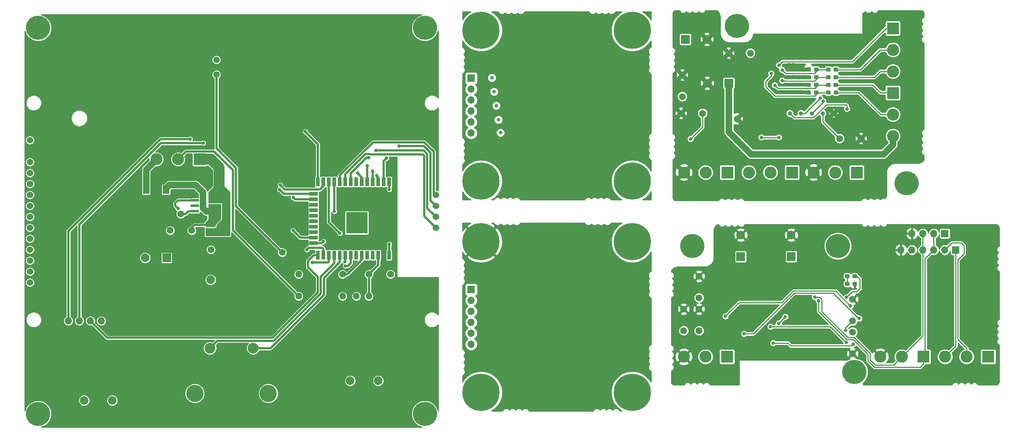
<source format=gbr>
G04 #@! TF.GenerationSoftware,KiCad,Pcbnew,(5.1.5-0-10_14)*
G04 #@! TF.CreationDate,2020-07-31T02:19:59+02:00*
G04 #@! TF.ProjectId,output.Panel,6f757470-7574-42e5-9061-6e656c2e6b69,rev?*
G04 #@! TF.SameCoordinates,Original*
G04 #@! TF.FileFunction,Copper,L2,Bot*
G04 #@! TF.FilePolarity,Positive*
%FSLAX46Y46*%
G04 Gerber Fmt 4.6, Leading zero omitted, Abs format (unit mm)*
G04 Created by KiCad (PCBNEW (5.1.5-0-10_14)) date 2020-07-31 02:19:59*
%MOMM*%
%LPD*%
G04 APERTURE LIST*
%ADD10C,0.900000*%
%ADD11C,8.600000*%
%ADD12O,1.700000X1.700000*%
%ADD13R,1.700000X1.700000*%
%ADD14C,5.600000*%
%ADD15C,1.524000*%
%ADD16R,0.900000X2.000000*%
%ADD17R,2.000000X0.900000*%
%ADD18R,5.000000X5.000000*%
%ADD19C,1.600000*%
%ADD20R,1.500000X2.000000*%
%ADD21R,3.800000X2.000000*%
%ADD22C,0.100000*%
%ADD23C,2.000000*%
%ADD24R,2.000000X2.000000*%
%ADD25C,2.800000*%
%ADD26R,2.800000X2.800000*%
%ADD27C,1.500000*%
%ADD28O,1.600000X1.600000*%
%ADD29C,4.000000*%
%ADD30C,2.500000*%
%ADD31C,1.000000*%
%ADD32C,0.800000*%
%ADD33C,0.500000*%
%ADD34C,0.250000*%
%ADD35C,1.500000*%
%ADD36C,2.500000*%
%ADD37C,0.254000*%
G04 APERTURE END LIST*
D10*
X180780419Y-70744581D03*
X178500000Y-69800000D03*
X176219581Y-70744581D03*
X175275000Y-73025000D03*
X176219581Y-75305419D03*
X178500000Y-76250000D03*
X180780419Y-75305419D03*
X181725000Y-73025000D03*
D11*
X178500000Y-73025000D03*
X143500000Y-38025000D03*
D10*
X146725000Y-38025000D03*
X145780419Y-40305419D03*
X143500000Y-41250000D03*
X141219581Y-40305419D03*
X140275000Y-38025000D03*
X141219581Y-35744581D03*
X143500000Y-34800000D03*
X145780419Y-35744581D03*
X145780419Y-70744581D03*
X143500000Y-69800000D03*
X141219581Y-70744581D03*
X140275000Y-73025000D03*
X141219581Y-75305419D03*
X143500000Y-76250000D03*
X145780419Y-75305419D03*
X146725000Y-73025000D03*
D11*
X143500000Y-73025000D03*
D10*
X180780419Y-35744581D03*
X178500000Y-34800000D03*
X176219581Y-35744581D03*
X175275000Y-38025000D03*
X176219581Y-40305419D03*
X178500000Y-41250000D03*
X180780419Y-40305419D03*
X181725000Y-38025000D03*
D11*
X178500000Y-38025000D03*
D12*
X141200000Y-61855000D03*
X141200000Y-59315000D03*
X141200000Y-56775000D03*
X141200000Y-54235000D03*
X141200000Y-51695000D03*
D13*
X141200000Y-49155000D03*
D14*
X40945000Y-127005000D03*
X130480000Y-127005000D03*
X130480000Y-37470000D03*
X40945000Y-37470000D03*
D15*
X133020000Y-83825000D03*
X133020000Y-81285000D03*
X133020000Y-78745000D03*
X133020000Y-76205000D03*
X39040000Y-63505000D03*
X39040000Y-66045000D03*
X39040000Y-68585000D03*
X39040000Y-71125000D03*
X39040000Y-73665000D03*
X39040000Y-76205000D03*
X39040000Y-78745000D03*
X39040000Y-81285000D03*
X39040000Y-83825000D03*
X39040000Y-86365000D03*
X39040000Y-88905000D03*
X39040000Y-91445000D03*
X39040000Y-93985000D03*
X39040000Y-96525000D03*
D16*
X122225000Y-73175000D03*
X120955000Y-73175000D03*
X119685000Y-73175000D03*
X118415000Y-73175000D03*
X117145000Y-73175000D03*
X115875000Y-73175000D03*
X114605000Y-73175000D03*
X113335000Y-73175000D03*
X112065000Y-73175000D03*
X110795000Y-73175000D03*
X109525000Y-73175000D03*
X108255000Y-73175000D03*
X106985000Y-73175000D03*
X105715000Y-73175000D03*
D17*
X104715000Y-75960000D03*
X104715000Y-77230000D03*
X104715000Y-78500000D03*
X104715000Y-79770000D03*
X104715000Y-81040000D03*
X104715000Y-82310000D03*
X104715000Y-83580000D03*
X104715000Y-84850000D03*
X104715000Y-86120000D03*
X104715000Y-87390000D03*
D16*
X105715000Y-90175000D03*
X106985000Y-90175000D03*
X108255000Y-90175000D03*
X109525000Y-90175000D03*
X110795000Y-90175000D03*
X112065000Y-90175000D03*
X113335000Y-90175000D03*
X114605000Y-90175000D03*
X115875000Y-90175000D03*
X117145000Y-90175000D03*
X118415000Y-90175000D03*
X119685000Y-90175000D03*
X120955000Y-90175000D03*
X122225000Y-90175000D03*
D18*
X114725000Y-82675000D03*
D19*
X73965000Y-80650000D03*
X73965000Y-75650000D03*
D20*
X65950000Y-74960000D03*
X70550000Y-74960000D03*
X68250000Y-74960000D03*
D21*
X68250000Y-81260000D03*
G04 #@! TA.AperFunction,SMDPad,CuDef*
D22*
G36*
X78044703Y-75905722D02*
G01*
X78059264Y-75907882D01*
X78073543Y-75911459D01*
X78087403Y-75916418D01*
X78100710Y-75922712D01*
X78113336Y-75930280D01*
X78125159Y-75939048D01*
X78136066Y-75948934D01*
X78145952Y-75959841D01*
X78154720Y-75971664D01*
X78162288Y-75984290D01*
X78168582Y-75997597D01*
X78173541Y-76011457D01*
X78177118Y-76025736D01*
X78179278Y-76040297D01*
X78180000Y-76055000D01*
X78180000Y-76355000D01*
X78179278Y-76369703D01*
X78177118Y-76384264D01*
X78173541Y-76398543D01*
X78168582Y-76412403D01*
X78162288Y-76425710D01*
X78154720Y-76438336D01*
X78145952Y-76450159D01*
X78136066Y-76461066D01*
X78125159Y-76470952D01*
X78113336Y-76479720D01*
X78100710Y-76487288D01*
X78087403Y-76493582D01*
X78073543Y-76498541D01*
X78059264Y-76502118D01*
X78044703Y-76504278D01*
X78030000Y-76505000D01*
X76380000Y-76505000D01*
X76365297Y-76504278D01*
X76350736Y-76502118D01*
X76336457Y-76498541D01*
X76322597Y-76493582D01*
X76309290Y-76487288D01*
X76296664Y-76479720D01*
X76284841Y-76470952D01*
X76273934Y-76461066D01*
X76264048Y-76450159D01*
X76255280Y-76438336D01*
X76247712Y-76425710D01*
X76241418Y-76412403D01*
X76236459Y-76398543D01*
X76232882Y-76384264D01*
X76230722Y-76369703D01*
X76230000Y-76355000D01*
X76230000Y-76055000D01*
X76230722Y-76040297D01*
X76232882Y-76025736D01*
X76236459Y-76011457D01*
X76241418Y-75997597D01*
X76247712Y-75984290D01*
X76255280Y-75971664D01*
X76264048Y-75959841D01*
X76273934Y-75948934D01*
X76284841Y-75939048D01*
X76296664Y-75930280D01*
X76309290Y-75922712D01*
X76322597Y-75916418D01*
X76336457Y-75911459D01*
X76350736Y-75907882D01*
X76365297Y-75905722D01*
X76380000Y-75905000D01*
X78030000Y-75905000D01*
X78044703Y-75905722D01*
G37*
G04 #@! TD.AperFunction*
G04 #@! TA.AperFunction,SMDPad,CuDef*
G36*
X78044703Y-77175722D02*
G01*
X78059264Y-77177882D01*
X78073543Y-77181459D01*
X78087403Y-77186418D01*
X78100710Y-77192712D01*
X78113336Y-77200280D01*
X78125159Y-77209048D01*
X78136066Y-77218934D01*
X78145952Y-77229841D01*
X78154720Y-77241664D01*
X78162288Y-77254290D01*
X78168582Y-77267597D01*
X78173541Y-77281457D01*
X78177118Y-77295736D01*
X78179278Y-77310297D01*
X78180000Y-77325000D01*
X78180000Y-77625000D01*
X78179278Y-77639703D01*
X78177118Y-77654264D01*
X78173541Y-77668543D01*
X78168582Y-77682403D01*
X78162288Y-77695710D01*
X78154720Y-77708336D01*
X78145952Y-77720159D01*
X78136066Y-77731066D01*
X78125159Y-77740952D01*
X78113336Y-77749720D01*
X78100710Y-77757288D01*
X78087403Y-77763582D01*
X78073543Y-77768541D01*
X78059264Y-77772118D01*
X78044703Y-77774278D01*
X78030000Y-77775000D01*
X76380000Y-77775000D01*
X76365297Y-77774278D01*
X76350736Y-77772118D01*
X76336457Y-77768541D01*
X76322597Y-77763582D01*
X76309290Y-77757288D01*
X76296664Y-77749720D01*
X76284841Y-77740952D01*
X76273934Y-77731066D01*
X76264048Y-77720159D01*
X76255280Y-77708336D01*
X76247712Y-77695710D01*
X76241418Y-77682403D01*
X76236459Y-77668543D01*
X76232882Y-77654264D01*
X76230722Y-77639703D01*
X76230000Y-77625000D01*
X76230000Y-77325000D01*
X76230722Y-77310297D01*
X76232882Y-77295736D01*
X76236459Y-77281457D01*
X76241418Y-77267597D01*
X76247712Y-77254290D01*
X76255280Y-77241664D01*
X76264048Y-77229841D01*
X76273934Y-77218934D01*
X76284841Y-77209048D01*
X76296664Y-77200280D01*
X76309290Y-77192712D01*
X76322597Y-77186418D01*
X76336457Y-77181459D01*
X76350736Y-77177882D01*
X76365297Y-77175722D01*
X76380000Y-77175000D01*
X78030000Y-77175000D01*
X78044703Y-77175722D01*
G37*
G04 #@! TD.AperFunction*
G04 #@! TA.AperFunction,SMDPad,CuDef*
G36*
X78044703Y-78445722D02*
G01*
X78059264Y-78447882D01*
X78073543Y-78451459D01*
X78087403Y-78456418D01*
X78100710Y-78462712D01*
X78113336Y-78470280D01*
X78125159Y-78479048D01*
X78136066Y-78488934D01*
X78145952Y-78499841D01*
X78154720Y-78511664D01*
X78162288Y-78524290D01*
X78168582Y-78537597D01*
X78173541Y-78551457D01*
X78177118Y-78565736D01*
X78179278Y-78580297D01*
X78180000Y-78595000D01*
X78180000Y-78895000D01*
X78179278Y-78909703D01*
X78177118Y-78924264D01*
X78173541Y-78938543D01*
X78168582Y-78952403D01*
X78162288Y-78965710D01*
X78154720Y-78978336D01*
X78145952Y-78990159D01*
X78136066Y-79001066D01*
X78125159Y-79010952D01*
X78113336Y-79019720D01*
X78100710Y-79027288D01*
X78087403Y-79033582D01*
X78073543Y-79038541D01*
X78059264Y-79042118D01*
X78044703Y-79044278D01*
X78030000Y-79045000D01*
X76380000Y-79045000D01*
X76365297Y-79044278D01*
X76350736Y-79042118D01*
X76336457Y-79038541D01*
X76322597Y-79033582D01*
X76309290Y-79027288D01*
X76296664Y-79019720D01*
X76284841Y-79010952D01*
X76273934Y-79001066D01*
X76264048Y-78990159D01*
X76255280Y-78978336D01*
X76247712Y-78965710D01*
X76241418Y-78952403D01*
X76236459Y-78938543D01*
X76232882Y-78924264D01*
X76230722Y-78909703D01*
X76230000Y-78895000D01*
X76230000Y-78595000D01*
X76230722Y-78580297D01*
X76232882Y-78565736D01*
X76236459Y-78551457D01*
X76241418Y-78537597D01*
X76247712Y-78524290D01*
X76255280Y-78511664D01*
X76264048Y-78499841D01*
X76273934Y-78488934D01*
X76284841Y-78479048D01*
X76296664Y-78470280D01*
X76309290Y-78462712D01*
X76322597Y-78456418D01*
X76336457Y-78451459D01*
X76350736Y-78447882D01*
X76365297Y-78445722D01*
X76380000Y-78445000D01*
X78030000Y-78445000D01*
X78044703Y-78445722D01*
G37*
G04 #@! TD.AperFunction*
G04 #@! TA.AperFunction,SMDPad,CuDef*
G36*
X78044703Y-79715722D02*
G01*
X78059264Y-79717882D01*
X78073543Y-79721459D01*
X78087403Y-79726418D01*
X78100710Y-79732712D01*
X78113336Y-79740280D01*
X78125159Y-79749048D01*
X78136066Y-79758934D01*
X78145952Y-79769841D01*
X78154720Y-79781664D01*
X78162288Y-79794290D01*
X78168582Y-79807597D01*
X78173541Y-79821457D01*
X78177118Y-79835736D01*
X78179278Y-79850297D01*
X78180000Y-79865000D01*
X78180000Y-80165000D01*
X78179278Y-80179703D01*
X78177118Y-80194264D01*
X78173541Y-80208543D01*
X78168582Y-80222403D01*
X78162288Y-80235710D01*
X78154720Y-80248336D01*
X78145952Y-80260159D01*
X78136066Y-80271066D01*
X78125159Y-80280952D01*
X78113336Y-80289720D01*
X78100710Y-80297288D01*
X78087403Y-80303582D01*
X78073543Y-80308541D01*
X78059264Y-80312118D01*
X78044703Y-80314278D01*
X78030000Y-80315000D01*
X76380000Y-80315000D01*
X76365297Y-80314278D01*
X76350736Y-80312118D01*
X76336457Y-80308541D01*
X76322597Y-80303582D01*
X76309290Y-80297288D01*
X76296664Y-80289720D01*
X76284841Y-80280952D01*
X76273934Y-80271066D01*
X76264048Y-80260159D01*
X76255280Y-80248336D01*
X76247712Y-80235710D01*
X76241418Y-80222403D01*
X76236459Y-80208543D01*
X76232882Y-80194264D01*
X76230722Y-80179703D01*
X76230000Y-80165000D01*
X76230000Y-79865000D01*
X76230722Y-79850297D01*
X76232882Y-79835736D01*
X76236459Y-79821457D01*
X76241418Y-79807597D01*
X76247712Y-79794290D01*
X76255280Y-79781664D01*
X76264048Y-79769841D01*
X76273934Y-79758934D01*
X76284841Y-79749048D01*
X76296664Y-79740280D01*
X76309290Y-79732712D01*
X76322597Y-79726418D01*
X76336457Y-79721459D01*
X76350736Y-79717882D01*
X76365297Y-79715722D01*
X76380000Y-79715000D01*
X78030000Y-79715000D01*
X78044703Y-79715722D01*
G37*
G04 #@! TD.AperFunction*
G04 #@! TA.AperFunction,SMDPad,CuDef*
G36*
X82994703Y-79715722D02*
G01*
X83009264Y-79717882D01*
X83023543Y-79721459D01*
X83037403Y-79726418D01*
X83050710Y-79732712D01*
X83063336Y-79740280D01*
X83075159Y-79749048D01*
X83086066Y-79758934D01*
X83095952Y-79769841D01*
X83104720Y-79781664D01*
X83112288Y-79794290D01*
X83118582Y-79807597D01*
X83123541Y-79821457D01*
X83127118Y-79835736D01*
X83129278Y-79850297D01*
X83130000Y-79865000D01*
X83130000Y-80165000D01*
X83129278Y-80179703D01*
X83127118Y-80194264D01*
X83123541Y-80208543D01*
X83118582Y-80222403D01*
X83112288Y-80235710D01*
X83104720Y-80248336D01*
X83095952Y-80260159D01*
X83086066Y-80271066D01*
X83075159Y-80280952D01*
X83063336Y-80289720D01*
X83050710Y-80297288D01*
X83037403Y-80303582D01*
X83023543Y-80308541D01*
X83009264Y-80312118D01*
X82994703Y-80314278D01*
X82980000Y-80315000D01*
X81330000Y-80315000D01*
X81315297Y-80314278D01*
X81300736Y-80312118D01*
X81286457Y-80308541D01*
X81272597Y-80303582D01*
X81259290Y-80297288D01*
X81246664Y-80289720D01*
X81234841Y-80280952D01*
X81223934Y-80271066D01*
X81214048Y-80260159D01*
X81205280Y-80248336D01*
X81197712Y-80235710D01*
X81191418Y-80222403D01*
X81186459Y-80208543D01*
X81182882Y-80194264D01*
X81180722Y-80179703D01*
X81180000Y-80165000D01*
X81180000Y-79865000D01*
X81180722Y-79850297D01*
X81182882Y-79835736D01*
X81186459Y-79821457D01*
X81191418Y-79807597D01*
X81197712Y-79794290D01*
X81205280Y-79781664D01*
X81214048Y-79769841D01*
X81223934Y-79758934D01*
X81234841Y-79749048D01*
X81246664Y-79740280D01*
X81259290Y-79732712D01*
X81272597Y-79726418D01*
X81286457Y-79721459D01*
X81300736Y-79717882D01*
X81315297Y-79715722D01*
X81330000Y-79715000D01*
X82980000Y-79715000D01*
X82994703Y-79715722D01*
G37*
G04 #@! TD.AperFunction*
G04 #@! TA.AperFunction,SMDPad,CuDef*
G36*
X82994703Y-78445722D02*
G01*
X83009264Y-78447882D01*
X83023543Y-78451459D01*
X83037403Y-78456418D01*
X83050710Y-78462712D01*
X83063336Y-78470280D01*
X83075159Y-78479048D01*
X83086066Y-78488934D01*
X83095952Y-78499841D01*
X83104720Y-78511664D01*
X83112288Y-78524290D01*
X83118582Y-78537597D01*
X83123541Y-78551457D01*
X83127118Y-78565736D01*
X83129278Y-78580297D01*
X83130000Y-78595000D01*
X83130000Y-78895000D01*
X83129278Y-78909703D01*
X83127118Y-78924264D01*
X83123541Y-78938543D01*
X83118582Y-78952403D01*
X83112288Y-78965710D01*
X83104720Y-78978336D01*
X83095952Y-78990159D01*
X83086066Y-79001066D01*
X83075159Y-79010952D01*
X83063336Y-79019720D01*
X83050710Y-79027288D01*
X83037403Y-79033582D01*
X83023543Y-79038541D01*
X83009264Y-79042118D01*
X82994703Y-79044278D01*
X82980000Y-79045000D01*
X81330000Y-79045000D01*
X81315297Y-79044278D01*
X81300736Y-79042118D01*
X81286457Y-79038541D01*
X81272597Y-79033582D01*
X81259290Y-79027288D01*
X81246664Y-79019720D01*
X81234841Y-79010952D01*
X81223934Y-79001066D01*
X81214048Y-78990159D01*
X81205280Y-78978336D01*
X81197712Y-78965710D01*
X81191418Y-78952403D01*
X81186459Y-78938543D01*
X81182882Y-78924264D01*
X81180722Y-78909703D01*
X81180000Y-78895000D01*
X81180000Y-78595000D01*
X81180722Y-78580297D01*
X81182882Y-78565736D01*
X81186459Y-78551457D01*
X81191418Y-78537597D01*
X81197712Y-78524290D01*
X81205280Y-78511664D01*
X81214048Y-78499841D01*
X81223934Y-78488934D01*
X81234841Y-78479048D01*
X81246664Y-78470280D01*
X81259290Y-78462712D01*
X81272597Y-78456418D01*
X81286457Y-78451459D01*
X81300736Y-78447882D01*
X81315297Y-78445722D01*
X81330000Y-78445000D01*
X82980000Y-78445000D01*
X82994703Y-78445722D01*
G37*
G04 #@! TD.AperFunction*
G04 #@! TA.AperFunction,SMDPad,CuDef*
G36*
X82994703Y-77175722D02*
G01*
X83009264Y-77177882D01*
X83023543Y-77181459D01*
X83037403Y-77186418D01*
X83050710Y-77192712D01*
X83063336Y-77200280D01*
X83075159Y-77209048D01*
X83086066Y-77218934D01*
X83095952Y-77229841D01*
X83104720Y-77241664D01*
X83112288Y-77254290D01*
X83118582Y-77267597D01*
X83123541Y-77281457D01*
X83127118Y-77295736D01*
X83129278Y-77310297D01*
X83130000Y-77325000D01*
X83130000Y-77625000D01*
X83129278Y-77639703D01*
X83127118Y-77654264D01*
X83123541Y-77668543D01*
X83118582Y-77682403D01*
X83112288Y-77695710D01*
X83104720Y-77708336D01*
X83095952Y-77720159D01*
X83086066Y-77731066D01*
X83075159Y-77740952D01*
X83063336Y-77749720D01*
X83050710Y-77757288D01*
X83037403Y-77763582D01*
X83023543Y-77768541D01*
X83009264Y-77772118D01*
X82994703Y-77774278D01*
X82980000Y-77775000D01*
X81330000Y-77775000D01*
X81315297Y-77774278D01*
X81300736Y-77772118D01*
X81286457Y-77768541D01*
X81272597Y-77763582D01*
X81259290Y-77757288D01*
X81246664Y-77749720D01*
X81234841Y-77740952D01*
X81223934Y-77731066D01*
X81214048Y-77720159D01*
X81205280Y-77708336D01*
X81197712Y-77695710D01*
X81191418Y-77682403D01*
X81186459Y-77668543D01*
X81182882Y-77654264D01*
X81180722Y-77639703D01*
X81180000Y-77625000D01*
X81180000Y-77325000D01*
X81180722Y-77310297D01*
X81182882Y-77295736D01*
X81186459Y-77281457D01*
X81191418Y-77267597D01*
X81197712Y-77254290D01*
X81205280Y-77241664D01*
X81214048Y-77229841D01*
X81223934Y-77218934D01*
X81234841Y-77209048D01*
X81246664Y-77200280D01*
X81259290Y-77192712D01*
X81272597Y-77186418D01*
X81286457Y-77181459D01*
X81300736Y-77177882D01*
X81315297Y-77175722D01*
X81330000Y-77175000D01*
X82980000Y-77175000D01*
X82994703Y-77175722D01*
G37*
G04 #@! TD.AperFunction*
G04 #@! TA.AperFunction,SMDPad,CuDef*
G36*
X82994703Y-75905722D02*
G01*
X83009264Y-75907882D01*
X83023543Y-75911459D01*
X83037403Y-75916418D01*
X83050710Y-75922712D01*
X83063336Y-75930280D01*
X83075159Y-75939048D01*
X83086066Y-75948934D01*
X83095952Y-75959841D01*
X83104720Y-75971664D01*
X83112288Y-75984290D01*
X83118582Y-75997597D01*
X83123541Y-76011457D01*
X83127118Y-76025736D01*
X83129278Y-76040297D01*
X83130000Y-76055000D01*
X83130000Y-76355000D01*
X83129278Y-76369703D01*
X83127118Y-76384264D01*
X83123541Y-76398543D01*
X83118582Y-76412403D01*
X83112288Y-76425710D01*
X83104720Y-76438336D01*
X83095952Y-76450159D01*
X83086066Y-76461066D01*
X83075159Y-76470952D01*
X83063336Y-76479720D01*
X83050710Y-76487288D01*
X83037403Y-76493582D01*
X83023543Y-76498541D01*
X83009264Y-76502118D01*
X82994703Y-76504278D01*
X82980000Y-76505000D01*
X81330000Y-76505000D01*
X81315297Y-76504278D01*
X81300736Y-76502118D01*
X81286457Y-76498541D01*
X81272597Y-76493582D01*
X81259290Y-76487288D01*
X81246664Y-76479720D01*
X81234841Y-76470952D01*
X81223934Y-76461066D01*
X81214048Y-76450159D01*
X81205280Y-76438336D01*
X81197712Y-76425710D01*
X81191418Y-76412403D01*
X81186459Y-76398543D01*
X81182882Y-76384264D01*
X81180722Y-76369703D01*
X81180000Y-76355000D01*
X81180000Y-76055000D01*
X81180722Y-76040297D01*
X81182882Y-76025736D01*
X81186459Y-76011457D01*
X81191418Y-75997597D01*
X81197712Y-75984290D01*
X81205280Y-75971664D01*
X81214048Y-75959841D01*
X81223934Y-75948934D01*
X81234841Y-75939048D01*
X81246664Y-75930280D01*
X81259290Y-75922712D01*
X81272597Y-75916418D01*
X81286457Y-75911459D01*
X81300736Y-75907882D01*
X81315297Y-75905722D01*
X81330000Y-75905000D01*
X82980000Y-75905000D01*
X82994703Y-75905722D01*
G37*
G04 #@! TD.AperFunction*
D23*
X65710000Y-90810000D03*
D24*
X70710000Y-90810000D03*
D19*
X71505000Y-84460000D03*
X76505000Y-84460000D03*
X80950000Y-88905000D03*
X75950000Y-88905000D03*
D23*
X80870000Y-95890000D03*
D24*
X75870000Y-95890000D03*
D19*
X114605000Y-99700000D03*
X114605000Y-94700000D03*
X117526000Y-94620000D03*
X122526000Y-94620000D03*
D25*
X68330000Y-67950000D03*
X73330000Y-67950000D03*
D26*
X78330000Y-67950000D03*
D12*
X55550000Y-105415000D03*
X53010000Y-105415000D03*
X50470000Y-105415000D03*
X47930000Y-105415000D03*
D13*
X45390000Y-105415000D03*
G04 #@! TA.AperFunction,SMDPad,CuDef*
D22*
G36*
X81699398Y-84490000D02*
G01*
X81699398Y-84514534D01*
X81694588Y-84563365D01*
X81685016Y-84611490D01*
X81670772Y-84658445D01*
X81651995Y-84703778D01*
X81628864Y-84747051D01*
X81601604Y-84787850D01*
X81570476Y-84825779D01*
X81535779Y-84860476D01*
X81497850Y-84891604D01*
X81457051Y-84918864D01*
X81413778Y-84941995D01*
X81368445Y-84960772D01*
X81321490Y-84975016D01*
X81273365Y-84984588D01*
X81224534Y-84989398D01*
X81200000Y-84989398D01*
X81200000Y-84990000D01*
X80700000Y-84990000D01*
X80700000Y-84989398D01*
X80675466Y-84989398D01*
X80626635Y-84984588D01*
X80578510Y-84975016D01*
X80531555Y-84960772D01*
X80486222Y-84941995D01*
X80442949Y-84918864D01*
X80402150Y-84891604D01*
X80364221Y-84860476D01*
X80329524Y-84825779D01*
X80298396Y-84787850D01*
X80271136Y-84747051D01*
X80248005Y-84703778D01*
X80229228Y-84658445D01*
X80214984Y-84611490D01*
X80205412Y-84563365D01*
X80200602Y-84514534D01*
X80200602Y-84490000D01*
X80200000Y-84490000D01*
X80200000Y-83990000D01*
X81700000Y-83990000D01*
X81700000Y-84490000D01*
X81699398Y-84490000D01*
G37*
G04 #@! TD.AperFunction*
G04 #@! TA.AperFunction,SMDPad,CuDef*
G36*
X80200000Y-83690000D02*
G01*
X80200000Y-83190000D01*
X80200602Y-83190000D01*
X80200602Y-83165466D01*
X80205412Y-83116635D01*
X80214984Y-83068510D01*
X80229228Y-83021555D01*
X80248005Y-82976222D01*
X80271136Y-82932949D01*
X80298396Y-82892150D01*
X80329524Y-82854221D01*
X80364221Y-82819524D01*
X80402150Y-82788396D01*
X80442949Y-82761136D01*
X80486222Y-82738005D01*
X80531555Y-82719228D01*
X80578510Y-82704984D01*
X80626635Y-82695412D01*
X80675466Y-82690602D01*
X80700000Y-82690602D01*
X80700000Y-82690000D01*
X81200000Y-82690000D01*
X81200000Y-82690602D01*
X81224534Y-82690602D01*
X81273365Y-82695412D01*
X81321490Y-82704984D01*
X81368445Y-82719228D01*
X81413778Y-82738005D01*
X81457051Y-82761136D01*
X81497850Y-82788396D01*
X81535779Y-82819524D01*
X81570476Y-82854221D01*
X81601604Y-82892150D01*
X81628864Y-82932949D01*
X81651995Y-82976222D01*
X81670772Y-83021555D01*
X81685016Y-83068510D01*
X81694588Y-83116635D01*
X81699398Y-83165466D01*
X81699398Y-83190000D01*
X81700000Y-83190000D01*
X81700000Y-83690000D01*
X80200000Y-83690000D01*
G37*
G04 #@! TD.AperFunction*
D27*
X82220000Y-44865000D03*
X82220000Y-48265000D03*
D28*
X97460000Y-99700000D03*
D19*
X97460000Y-89540000D03*
D28*
X117526000Y-99700000D03*
D19*
X127686000Y-99700000D03*
D28*
X111430000Y-99700000D03*
D19*
X101270000Y-99700000D03*
D28*
X101270000Y-94620000D03*
D19*
X111430000Y-94620000D03*
D23*
X58090000Y-119385000D03*
X58090000Y-123885000D03*
X51590000Y-119385000D03*
X51590000Y-123885000D03*
X119685000Y-119330000D03*
X119685000Y-123830000D03*
X113185000Y-119330000D03*
X113185000Y-123830000D03*
D29*
X94212500Y-122265000D03*
X77212500Y-122265000D03*
D30*
X80712500Y-111765000D03*
X85712500Y-111765000D03*
X90712500Y-111765000D03*
D11*
X178500000Y-87025000D03*
D10*
X181725000Y-87025000D03*
X180780419Y-89305419D03*
X178500000Y-90250000D03*
X176219581Y-89305419D03*
X175275000Y-87025000D03*
X176219581Y-84744581D03*
X178500000Y-83800000D03*
X180780419Y-84744581D03*
D11*
X178500000Y-122025000D03*
D10*
X181725000Y-122025000D03*
X180780419Y-124305419D03*
X178500000Y-125250000D03*
X176219581Y-124305419D03*
X175275000Y-122025000D03*
X176219581Y-119744581D03*
X178500000Y-118800000D03*
X180780419Y-119744581D03*
D11*
X143500000Y-122025000D03*
D10*
X146725000Y-122025000D03*
X145780419Y-124305419D03*
X143500000Y-125250000D03*
X141219581Y-124305419D03*
X140275000Y-122025000D03*
X141219581Y-119744581D03*
X143500000Y-118800000D03*
X145780419Y-119744581D03*
X145780419Y-84744581D03*
X143500000Y-83800000D03*
X141219581Y-84744581D03*
X140275000Y-87025000D03*
X141219581Y-89305419D03*
X143500000Y-90250000D03*
X145780419Y-89305419D03*
X146725000Y-87025000D03*
D11*
X143500000Y-87025000D03*
D13*
X141200000Y-98155000D03*
D12*
X141200000Y-100695000D03*
X141200000Y-103235000D03*
X141200000Y-105775000D03*
X141200000Y-108315000D03*
X141200000Y-110855000D03*
D14*
X242000000Y-73525000D03*
X202750000Y-37025000D03*
D31*
X225162000Y-57305000D03*
X222622000Y-57305000D03*
X220082000Y-57305000D03*
X217542000Y-57305000D03*
X215002000Y-57305000D03*
G04 #@! TA.AperFunction,SMDPad,CuDef*
D22*
G36*
X219644779Y-52005144D02*
G01*
X219667834Y-52008563D01*
X219690443Y-52014227D01*
X219712387Y-52022079D01*
X219733457Y-52032044D01*
X219753448Y-52044026D01*
X219772168Y-52057910D01*
X219789438Y-52073562D01*
X219805090Y-52090832D01*
X219818974Y-52109552D01*
X219830956Y-52129543D01*
X219840921Y-52150613D01*
X219848773Y-52172557D01*
X219854437Y-52195166D01*
X219857856Y-52218221D01*
X219859000Y-52241500D01*
X219859000Y-52716500D01*
X219857856Y-52739779D01*
X219854437Y-52762834D01*
X219848773Y-52785443D01*
X219840921Y-52807387D01*
X219830956Y-52828457D01*
X219818974Y-52848448D01*
X219805090Y-52867168D01*
X219789438Y-52884438D01*
X219772168Y-52900090D01*
X219753448Y-52913974D01*
X219733457Y-52925956D01*
X219712387Y-52935921D01*
X219690443Y-52943773D01*
X219667834Y-52949437D01*
X219644779Y-52952856D01*
X219621500Y-52954000D01*
X219046500Y-52954000D01*
X219023221Y-52952856D01*
X219000166Y-52949437D01*
X218977557Y-52943773D01*
X218955613Y-52935921D01*
X218934543Y-52925956D01*
X218914552Y-52913974D01*
X218895832Y-52900090D01*
X218878562Y-52884438D01*
X218862910Y-52867168D01*
X218849026Y-52848448D01*
X218837044Y-52828457D01*
X218827079Y-52807387D01*
X218819227Y-52785443D01*
X218813563Y-52762834D01*
X218810144Y-52739779D01*
X218809000Y-52716500D01*
X218809000Y-52241500D01*
X218810144Y-52218221D01*
X218813563Y-52195166D01*
X218819227Y-52172557D01*
X218827079Y-52150613D01*
X218837044Y-52129543D01*
X218849026Y-52109552D01*
X218862910Y-52090832D01*
X218878562Y-52073562D01*
X218895832Y-52057910D01*
X218914552Y-52044026D01*
X218934543Y-52032044D01*
X218955613Y-52022079D01*
X218977557Y-52014227D01*
X219000166Y-52008563D01*
X219023221Y-52005144D01*
X219046500Y-52004000D01*
X219621500Y-52004000D01*
X219644779Y-52005144D01*
G37*
G04 #@! TD.AperFunction*
G04 #@! TA.AperFunction,SMDPad,CuDef*
G36*
X221394779Y-52005144D02*
G01*
X221417834Y-52008563D01*
X221440443Y-52014227D01*
X221462387Y-52022079D01*
X221483457Y-52032044D01*
X221503448Y-52044026D01*
X221522168Y-52057910D01*
X221539438Y-52073562D01*
X221555090Y-52090832D01*
X221568974Y-52109552D01*
X221580956Y-52129543D01*
X221590921Y-52150613D01*
X221598773Y-52172557D01*
X221604437Y-52195166D01*
X221607856Y-52218221D01*
X221609000Y-52241500D01*
X221609000Y-52716500D01*
X221607856Y-52739779D01*
X221604437Y-52762834D01*
X221598773Y-52785443D01*
X221590921Y-52807387D01*
X221580956Y-52828457D01*
X221568974Y-52848448D01*
X221555090Y-52867168D01*
X221539438Y-52884438D01*
X221522168Y-52900090D01*
X221503448Y-52913974D01*
X221483457Y-52925956D01*
X221462387Y-52935921D01*
X221440443Y-52943773D01*
X221417834Y-52949437D01*
X221394779Y-52952856D01*
X221371500Y-52954000D01*
X220796500Y-52954000D01*
X220773221Y-52952856D01*
X220750166Y-52949437D01*
X220727557Y-52943773D01*
X220705613Y-52935921D01*
X220684543Y-52925956D01*
X220664552Y-52913974D01*
X220645832Y-52900090D01*
X220628562Y-52884438D01*
X220612910Y-52867168D01*
X220599026Y-52848448D01*
X220587044Y-52828457D01*
X220577079Y-52807387D01*
X220569227Y-52785443D01*
X220563563Y-52762834D01*
X220560144Y-52739779D01*
X220559000Y-52716500D01*
X220559000Y-52241500D01*
X220560144Y-52218221D01*
X220563563Y-52195166D01*
X220569227Y-52172557D01*
X220577079Y-52150613D01*
X220587044Y-52129543D01*
X220599026Y-52109552D01*
X220612910Y-52090832D01*
X220628562Y-52073562D01*
X220645832Y-52057910D01*
X220664552Y-52044026D01*
X220684543Y-52032044D01*
X220705613Y-52022079D01*
X220727557Y-52014227D01*
X220750166Y-52008563D01*
X220773221Y-52005144D01*
X220796500Y-52004000D01*
X221371500Y-52004000D01*
X221394779Y-52005144D01*
G37*
G04 #@! TD.AperFunction*
G04 #@! TA.AperFunction,SMDPad,CuDef*
G36*
X219644779Y-50227144D02*
G01*
X219667834Y-50230563D01*
X219690443Y-50236227D01*
X219712387Y-50244079D01*
X219733457Y-50254044D01*
X219753448Y-50266026D01*
X219772168Y-50279910D01*
X219789438Y-50295562D01*
X219805090Y-50312832D01*
X219818974Y-50331552D01*
X219830956Y-50351543D01*
X219840921Y-50372613D01*
X219848773Y-50394557D01*
X219854437Y-50417166D01*
X219857856Y-50440221D01*
X219859000Y-50463500D01*
X219859000Y-50938500D01*
X219857856Y-50961779D01*
X219854437Y-50984834D01*
X219848773Y-51007443D01*
X219840921Y-51029387D01*
X219830956Y-51050457D01*
X219818974Y-51070448D01*
X219805090Y-51089168D01*
X219789438Y-51106438D01*
X219772168Y-51122090D01*
X219753448Y-51135974D01*
X219733457Y-51147956D01*
X219712387Y-51157921D01*
X219690443Y-51165773D01*
X219667834Y-51171437D01*
X219644779Y-51174856D01*
X219621500Y-51176000D01*
X219046500Y-51176000D01*
X219023221Y-51174856D01*
X219000166Y-51171437D01*
X218977557Y-51165773D01*
X218955613Y-51157921D01*
X218934543Y-51147956D01*
X218914552Y-51135974D01*
X218895832Y-51122090D01*
X218878562Y-51106438D01*
X218862910Y-51089168D01*
X218849026Y-51070448D01*
X218837044Y-51050457D01*
X218827079Y-51029387D01*
X218819227Y-51007443D01*
X218813563Y-50984834D01*
X218810144Y-50961779D01*
X218809000Y-50938500D01*
X218809000Y-50463500D01*
X218810144Y-50440221D01*
X218813563Y-50417166D01*
X218819227Y-50394557D01*
X218827079Y-50372613D01*
X218837044Y-50351543D01*
X218849026Y-50331552D01*
X218862910Y-50312832D01*
X218878562Y-50295562D01*
X218895832Y-50279910D01*
X218914552Y-50266026D01*
X218934543Y-50254044D01*
X218955613Y-50244079D01*
X218977557Y-50236227D01*
X219000166Y-50230563D01*
X219023221Y-50227144D01*
X219046500Y-50226000D01*
X219621500Y-50226000D01*
X219644779Y-50227144D01*
G37*
G04 #@! TD.AperFunction*
G04 #@! TA.AperFunction,SMDPad,CuDef*
G36*
X221394779Y-50227144D02*
G01*
X221417834Y-50230563D01*
X221440443Y-50236227D01*
X221462387Y-50244079D01*
X221483457Y-50254044D01*
X221503448Y-50266026D01*
X221522168Y-50279910D01*
X221539438Y-50295562D01*
X221555090Y-50312832D01*
X221568974Y-50331552D01*
X221580956Y-50351543D01*
X221590921Y-50372613D01*
X221598773Y-50394557D01*
X221604437Y-50417166D01*
X221607856Y-50440221D01*
X221609000Y-50463500D01*
X221609000Y-50938500D01*
X221607856Y-50961779D01*
X221604437Y-50984834D01*
X221598773Y-51007443D01*
X221590921Y-51029387D01*
X221580956Y-51050457D01*
X221568974Y-51070448D01*
X221555090Y-51089168D01*
X221539438Y-51106438D01*
X221522168Y-51122090D01*
X221503448Y-51135974D01*
X221483457Y-51147956D01*
X221462387Y-51157921D01*
X221440443Y-51165773D01*
X221417834Y-51171437D01*
X221394779Y-51174856D01*
X221371500Y-51176000D01*
X220796500Y-51176000D01*
X220773221Y-51174856D01*
X220750166Y-51171437D01*
X220727557Y-51165773D01*
X220705613Y-51157921D01*
X220684543Y-51147956D01*
X220664552Y-51135974D01*
X220645832Y-51122090D01*
X220628562Y-51106438D01*
X220612910Y-51089168D01*
X220599026Y-51070448D01*
X220587044Y-51050457D01*
X220577079Y-51029387D01*
X220569227Y-51007443D01*
X220563563Y-50984834D01*
X220560144Y-50961779D01*
X220559000Y-50938500D01*
X220559000Y-50463500D01*
X220560144Y-50440221D01*
X220563563Y-50417166D01*
X220569227Y-50394557D01*
X220577079Y-50372613D01*
X220587044Y-50351543D01*
X220599026Y-50331552D01*
X220612910Y-50312832D01*
X220628562Y-50295562D01*
X220645832Y-50279910D01*
X220664552Y-50266026D01*
X220684543Y-50254044D01*
X220705613Y-50244079D01*
X220727557Y-50236227D01*
X220750166Y-50230563D01*
X220773221Y-50227144D01*
X220796500Y-50226000D01*
X221371500Y-50226000D01*
X221394779Y-50227144D01*
G37*
G04 #@! TD.AperFunction*
G04 #@! TA.AperFunction,SMDPad,CuDef*
G36*
X219658779Y-48449144D02*
G01*
X219681834Y-48452563D01*
X219704443Y-48458227D01*
X219726387Y-48466079D01*
X219747457Y-48476044D01*
X219767448Y-48488026D01*
X219786168Y-48501910D01*
X219803438Y-48517562D01*
X219819090Y-48534832D01*
X219832974Y-48553552D01*
X219844956Y-48573543D01*
X219854921Y-48594613D01*
X219862773Y-48616557D01*
X219868437Y-48639166D01*
X219871856Y-48662221D01*
X219873000Y-48685500D01*
X219873000Y-49160500D01*
X219871856Y-49183779D01*
X219868437Y-49206834D01*
X219862773Y-49229443D01*
X219854921Y-49251387D01*
X219844956Y-49272457D01*
X219832974Y-49292448D01*
X219819090Y-49311168D01*
X219803438Y-49328438D01*
X219786168Y-49344090D01*
X219767448Y-49357974D01*
X219747457Y-49369956D01*
X219726387Y-49379921D01*
X219704443Y-49387773D01*
X219681834Y-49393437D01*
X219658779Y-49396856D01*
X219635500Y-49398000D01*
X219060500Y-49398000D01*
X219037221Y-49396856D01*
X219014166Y-49393437D01*
X218991557Y-49387773D01*
X218969613Y-49379921D01*
X218948543Y-49369956D01*
X218928552Y-49357974D01*
X218909832Y-49344090D01*
X218892562Y-49328438D01*
X218876910Y-49311168D01*
X218863026Y-49292448D01*
X218851044Y-49272457D01*
X218841079Y-49251387D01*
X218833227Y-49229443D01*
X218827563Y-49206834D01*
X218824144Y-49183779D01*
X218823000Y-49160500D01*
X218823000Y-48685500D01*
X218824144Y-48662221D01*
X218827563Y-48639166D01*
X218833227Y-48616557D01*
X218841079Y-48594613D01*
X218851044Y-48573543D01*
X218863026Y-48553552D01*
X218876910Y-48534832D01*
X218892562Y-48517562D01*
X218909832Y-48501910D01*
X218928552Y-48488026D01*
X218948543Y-48476044D01*
X218969613Y-48466079D01*
X218991557Y-48458227D01*
X219014166Y-48452563D01*
X219037221Y-48449144D01*
X219060500Y-48448000D01*
X219635500Y-48448000D01*
X219658779Y-48449144D01*
G37*
G04 #@! TD.AperFunction*
G04 #@! TA.AperFunction,SMDPad,CuDef*
G36*
X221408779Y-48449144D02*
G01*
X221431834Y-48452563D01*
X221454443Y-48458227D01*
X221476387Y-48466079D01*
X221497457Y-48476044D01*
X221517448Y-48488026D01*
X221536168Y-48501910D01*
X221553438Y-48517562D01*
X221569090Y-48534832D01*
X221582974Y-48553552D01*
X221594956Y-48573543D01*
X221604921Y-48594613D01*
X221612773Y-48616557D01*
X221618437Y-48639166D01*
X221621856Y-48662221D01*
X221623000Y-48685500D01*
X221623000Y-49160500D01*
X221621856Y-49183779D01*
X221618437Y-49206834D01*
X221612773Y-49229443D01*
X221604921Y-49251387D01*
X221594956Y-49272457D01*
X221582974Y-49292448D01*
X221569090Y-49311168D01*
X221553438Y-49328438D01*
X221536168Y-49344090D01*
X221517448Y-49357974D01*
X221497457Y-49369956D01*
X221476387Y-49379921D01*
X221454443Y-49387773D01*
X221431834Y-49393437D01*
X221408779Y-49396856D01*
X221385500Y-49398000D01*
X220810500Y-49398000D01*
X220787221Y-49396856D01*
X220764166Y-49393437D01*
X220741557Y-49387773D01*
X220719613Y-49379921D01*
X220698543Y-49369956D01*
X220678552Y-49357974D01*
X220659832Y-49344090D01*
X220642562Y-49328438D01*
X220626910Y-49311168D01*
X220613026Y-49292448D01*
X220601044Y-49272457D01*
X220591079Y-49251387D01*
X220583227Y-49229443D01*
X220577563Y-49206834D01*
X220574144Y-49183779D01*
X220573000Y-49160500D01*
X220573000Y-48685500D01*
X220574144Y-48662221D01*
X220577563Y-48639166D01*
X220583227Y-48616557D01*
X220591079Y-48594613D01*
X220601044Y-48573543D01*
X220613026Y-48553552D01*
X220626910Y-48534832D01*
X220642562Y-48517562D01*
X220659832Y-48501910D01*
X220678552Y-48488026D01*
X220698543Y-48476044D01*
X220719613Y-48466079D01*
X220741557Y-48458227D01*
X220764166Y-48452563D01*
X220787221Y-48449144D01*
X220810500Y-48448000D01*
X221385500Y-48448000D01*
X221408779Y-48449144D01*
G37*
G04 #@! TD.AperFunction*
G04 #@! TA.AperFunction,SMDPad,CuDef*
G36*
X219644779Y-46671144D02*
G01*
X219667834Y-46674563D01*
X219690443Y-46680227D01*
X219712387Y-46688079D01*
X219733457Y-46698044D01*
X219753448Y-46710026D01*
X219772168Y-46723910D01*
X219789438Y-46739562D01*
X219805090Y-46756832D01*
X219818974Y-46775552D01*
X219830956Y-46795543D01*
X219840921Y-46816613D01*
X219848773Y-46838557D01*
X219854437Y-46861166D01*
X219857856Y-46884221D01*
X219859000Y-46907500D01*
X219859000Y-47382500D01*
X219857856Y-47405779D01*
X219854437Y-47428834D01*
X219848773Y-47451443D01*
X219840921Y-47473387D01*
X219830956Y-47494457D01*
X219818974Y-47514448D01*
X219805090Y-47533168D01*
X219789438Y-47550438D01*
X219772168Y-47566090D01*
X219753448Y-47579974D01*
X219733457Y-47591956D01*
X219712387Y-47601921D01*
X219690443Y-47609773D01*
X219667834Y-47615437D01*
X219644779Y-47618856D01*
X219621500Y-47620000D01*
X219046500Y-47620000D01*
X219023221Y-47618856D01*
X219000166Y-47615437D01*
X218977557Y-47609773D01*
X218955613Y-47601921D01*
X218934543Y-47591956D01*
X218914552Y-47579974D01*
X218895832Y-47566090D01*
X218878562Y-47550438D01*
X218862910Y-47533168D01*
X218849026Y-47514448D01*
X218837044Y-47494457D01*
X218827079Y-47473387D01*
X218819227Y-47451443D01*
X218813563Y-47428834D01*
X218810144Y-47405779D01*
X218809000Y-47382500D01*
X218809000Y-46907500D01*
X218810144Y-46884221D01*
X218813563Y-46861166D01*
X218819227Y-46838557D01*
X218827079Y-46816613D01*
X218837044Y-46795543D01*
X218849026Y-46775552D01*
X218862910Y-46756832D01*
X218878562Y-46739562D01*
X218895832Y-46723910D01*
X218914552Y-46710026D01*
X218934543Y-46698044D01*
X218955613Y-46688079D01*
X218977557Y-46680227D01*
X219000166Y-46674563D01*
X219023221Y-46671144D01*
X219046500Y-46670000D01*
X219621500Y-46670000D01*
X219644779Y-46671144D01*
G37*
G04 #@! TD.AperFunction*
G04 #@! TA.AperFunction,SMDPad,CuDef*
G36*
X221394779Y-46671144D02*
G01*
X221417834Y-46674563D01*
X221440443Y-46680227D01*
X221462387Y-46688079D01*
X221483457Y-46698044D01*
X221503448Y-46710026D01*
X221522168Y-46723910D01*
X221539438Y-46739562D01*
X221555090Y-46756832D01*
X221568974Y-46775552D01*
X221580956Y-46795543D01*
X221590921Y-46816613D01*
X221598773Y-46838557D01*
X221604437Y-46861166D01*
X221607856Y-46884221D01*
X221609000Y-46907500D01*
X221609000Y-47382500D01*
X221607856Y-47405779D01*
X221604437Y-47428834D01*
X221598773Y-47451443D01*
X221590921Y-47473387D01*
X221580956Y-47494457D01*
X221568974Y-47514448D01*
X221555090Y-47533168D01*
X221539438Y-47550438D01*
X221522168Y-47566090D01*
X221503448Y-47579974D01*
X221483457Y-47591956D01*
X221462387Y-47601921D01*
X221440443Y-47609773D01*
X221417834Y-47615437D01*
X221394779Y-47618856D01*
X221371500Y-47620000D01*
X220796500Y-47620000D01*
X220773221Y-47618856D01*
X220750166Y-47615437D01*
X220727557Y-47609773D01*
X220705613Y-47601921D01*
X220684543Y-47591956D01*
X220664552Y-47579974D01*
X220645832Y-47566090D01*
X220628562Y-47550438D01*
X220612910Y-47533168D01*
X220599026Y-47514448D01*
X220587044Y-47494457D01*
X220577079Y-47473387D01*
X220569227Y-47451443D01*
X220563563Y-47428834D01*
X220560144Y-47405779D01*
X220559000Y-47382500D01*
X220559000Y-46907500D01*
X220560144Y-46884221D01*
X220563563Y-46861166D01*
X220569227Y-46838557D01*
X220577079Y-46816613D01*
X220587044Y-46795543D01*
X220599026Y-46775552D01*
X220612910Y-46756832D01*
X220628562Y-46739562D01*
X220645832Y-46723910D01*
X220664552Y-46710026D01*
X220684543Y-46698044D01*
X220705613Y-46688079D01*
X220727557Y-46680227D01*
X220750166Y-46674563D01*
X220773221Y-46671144D01*
X220796500Y-46670000D01*
X221371500Y-46670000D01*
X221394779Y-46671144D01*
G37*
G04 #@! TD.AperFunction*
G04 #@! TA.AperFunction,SMDPad,CuDef*
G36*
X224216779Y-52005144D02*
G01*
X224239834Y-52008563D01*
X224262443Y-52014227D01*
X224284387Y-52022079D01*
X224305457Y-52032044D01*
X224325448Y-52044026D01*
X224344168Y-52057910D01*
X224361438Y-52073562D01*
X224377090Y-52090832D01*
X224390974Y-52109552D01*
X224402956Y-52129543D01*
X224412921Y-52150613D01*
X224420773Y-52172557D01*
X224426437Y-52195166D01*
X224429856Y-52218221D01*
X224431000Y-52241500D01*
X224431000Y-52716500D01*
X224429856Y-52739779D01*
X224426437Y-52762834D01*
X224420773Y-52785443D01*
X224412921Y-52807387D01*
X224402956Y-52828457D01*
X224390974Y-52848448D01*
X224377090Y-52867168D01*
X224361438Y-52884438D01*
X224344168Y-52900090D01*
X224325448Y-52913974D01*
X224305457Y-52925956D01*
X224284387Y-52935921D01*
X224262443Y-52943773D01*
X224239834Y-52949437D01*
X224216779Y-52952856D01*
X224193500Y-52954000D01*
X223618500Y-52954000D01*
X223595221Y-52952856D01*
X223572166Y-52949437D01*
X223549557Y-52943773D01*
X223527613Y-52935921D01*
X223506543Y-52925956D01*
X223486552Y-52913974D01*
X223467832Y-52900090D01*
X223450562Y-52884438D01*
X223434910Y-52867168D01*
X223421026Y-52848448D01*
X223409044Y-52828457D01*
X223399079Y-52807387D01*
X223391227Y-52785443D01*
X223385563Y-52762834D01*
X223382144Y-52739779D01*
X223381000Y-52716500D01*
X223381000Y-52241500D01*
X223382144Y-52218221D01*
X223385563Y-52195166D01*
X223391227Y-52172557D01*
X223399079Y-52150613D01*
X223409044Y-52129543D01*
X223421026Y-52109552D01*
X223434910Y-52090832D01*
X223450562Y-52073562D01*
X223467832Y-52057910D01*
X223486552Y-52044026D01*
X223506543Y-52032044D01*
X223527613Y-52022079D01*
X223549557Y-52014227D01*
X223572166Y-52008563D01*
X223595221Y-52005144D01*
X223618500Y-52004000D01*
X224193500Y-52004000D01*
X224216779Y-52005144D01*
G37*
G04 #@! TD.AperFunction*
G04 #@! TA.AperFunction,SMDPad,CuDef*
G36*
X225966779Y-52005144D02*
G01*
X225989834Y-52008563D01*
X226012443Y-52014227D01*
X226034387Y-52022079D01*
X226055457Y-52032044D01*
X226075448Y-52044026D01*
X226094168Y-52057910D01*
X226111438Y-52073562D01*
X226127090Y-52090832D01*
X226140974Y-52109552D01*
X226152956Y-52129543D01*
X226162921Y-52150613D01*
X226170773Y-52172557D01*
X226176437Y-52195166D01*
X226179856Y-52218221D01*
X226181000Y-52241500D01*
X226181000Y-52716500D01*
X226179856Y-52739779D01*
X226176437Y-52762834D01*
X226170773Y-52785443D01*
X226162921Y-52807387D01*
X226152956Y-52828457D01*
X226140974Y-52848448D01*
X226127090Y-52867168D01*
X226111438Y-52884438D01*
X226094168Y-52900090D01*
X226075448Y-52913974D01*
X226055457Y-52925956D01*
X226034387Y-52935921D01*
X226012443Y-52943773D01*
X225989834Y-52949437D01*
X225966779Y-52952856D01*
X225943500Y-52954000D01*
X225368500Y-52954000D01*
X225345221Y-52952856D01*
X225322166Y-52949437D01*
X225299557Y-52943773D01*
X225277613Y-52935921D01*
X225256543Y-52925956D01*
X225236552Y-52913974D01*
X225217832Y-52900090D01*
X225200562Y-52884438D01*
X225184910Y-52867168D01*
X225171026Y-52848448D01*
X225159044Y-52828457D01*
X225149079Y-52807387D01*
X225141227Y-52785443D01*
X225135563Y-52762834D01*
X225132144Y-52739779D01*
X225131000Y-52716500D01*
X225131000Y-52241500D01*
X225132144Y-52218221D01*
X225135563Y-52195166D01*
X225141227Y-52172557D01*
X225149079Y-52150613D01*
X225159044Y-52129543D01*
X225171026Y-52109552D01*
X225184910Y-52090832D01*
X225200562Y-52073562D01*
X225217832Y-52057910D01*
X225236552Y-52044026D01*
X225256543Y-52032044D01*
X225277613Y-52022079D01*
X225299557Y-52014227D01*
X225322166Y-52008563D01*
X225345221Y-52005144D01*
X225368500Y-52004000D01*
X225943500Y-52004000D01*
X225966779Y-52005144D01*
G37*
G04 #@! TD.AperFunction*
G04 #@! TA.AperFunction,SMDPad,CuDef*
G36*
X224202779Y-50227144D02*
G01*
X224225834Y-50230563D01*
X224248443Y-50236227D01*
X224270387Y-50244079D01*
X224291457Y-50254044D01*
X224311448Y-50266026D01*
X224330168Y-50279910D01*
X224347438Y-50295562D01*
X224363090Y-50312832D01*
X224376974Y-50331552D01*
X224388956Y-50351543D01*
X224398921Y-50372613D01*
X224406773Y-50394557D01*
X224412437Y-50417166D01*
X224415856Y-50440221D01*
X224417000Y-50463500D01*
X224417000Y-50938500D01*
X224415856Y-50961779D01*
X224412437Y-50984834D01*
X224406773Y-51007443D01*
X224398921Y-51029387D01*
X224388956Y-51050457D01*
X224376974Y-51070448D01*
X224363090Y-51089168D01*
X224347438Y-51106438D01*
X224330168Y-51122090D01*
X224311448Y-51135974D01*
X224291457Y-51147956D01*
X224270387Y-51157921D01*
X224248443Y-51165773D01*
X224225834Y-51171437D01*
X224202779Y-51174856D01*
X224179500Y-51176000D01*
X223604500Y-51176000D01*
X223581221Y-51174856D01*
X223558166Y-51171437D01*
X223535557Y-51165773D01*
X223513613Y-51157921D01*
X223492543Y-51147956D01*
X223472552Y-51135974D01*
X223453832Y-51122090D01*
X223436562Y-51106438D01*
X223420910Y-51089168D01*
X223407026Y-51070448D01*
X223395044Y-51050457D01*
X223385079Y-51029387D01*
X223377227Y-51007443D01*
X223371563Y-50984834D01*
X223368144Y-50961779D01*
X223367000Y-50938500D01*
X223367000Y-50463500D01*
X223368144Y-50440221D01*
X223371563Y-50417166D01*
X223377227Y-50394557D01*
X223385079Y-50372613D01*
X223395044Y-50351543D01*
X223407026Y-50331552D01*
X223420910Y-50312832D01*
X223436562Y-50295562D01*
X223453832Y-50279910D01*
X223472552Y-50266026D01*
X223492543Y-50254044D01*
X223513613Y-50244079D01*
X223535557Y-50236227D01*
X223558166Y-50230563D01*
X223581221Y-50227144D01*
X223604500Y-50226000D01*
X224179500Y-50226000D01*
X224202779Y-50227144D01*
G37*
G04 #@! TD.AperFunction*
G04 #@! TA.AperFunction,SMDPad,CuDef*
G36*
X225952779Y-50227144D02*
G01*
X225975834Y-50230563D01*
X225998443Y-50236227D01*
X226020387Y-50244079D01*
X226041457Y-50254044D01*
X226061448Y-50266026D01*
X226080168Y-50279910D01*
X226097438Y-50295562D01*
X226113090Y-50312832D01*
X226126974Y-50331552D01*
X226138956Y-50351543D01*
X226148921Y-50372613D01*
X226156773Y-50394557D01*
X226162437Y-50417166D01*
X226165856Y-50440221D01*
X226167000Y-50463500D01*
X226167000Y-50938500D01*
X226165856Y-50961779D01*
X226162437Y-50984834D01*
X226156773Y-51007443D01*
X226148921Y-51029387D01*
X226138956Y-51050457D01*
X226126974Y-51070448D01*
X226113090Y-51089168D01*
X226097438Y-51106438D01*
X226080168Y-51122090D01*
X226061448Y-51135974D01*
X226041457Y-51147956D01*
X226020387Y-51157921D01*
X225998443Y-51165773D01*
X225975834Y-51171437D01*
X225952779Y-51174856D01*
X225929500Y-51176000D01*
X225354500Y-51176000D01*
X225331221Y-51174856D01*
X225308166Y-51171437D01*
X225285557Y-51165773D01*
X225263613Y-51157921D01*
X225242543Y-51147956D01*
X225222552Y-51135974D01*
X225203832Y-51122090D01*
X225186562Y-51106438D01*
X225170910Y-51089168D01*
X225157026Y-51070448D01*
X225145044Y-51050457D01*
X225135079Y-51029387D01*
X225127227Y-51007443D01*
X225121563Y-50984834D01*
X225118144Y-50961779D01*
X225117000Y-50938500D01*
X225117000Y-50463500D01*
X225118144Y-50440221D01*
X225121563Y-50417166D01*
X225127227Y-50394557D01*
X225135079Y-50372613D01*
X225145044Y-50351543D01*
X225157026Y-50331552D01*
X225170910Y-50312832D01*
X225186562Y-50295562D01*
X225203832Y-50279910D01*
X225222552Y-50266026D01*
X225242543Y-50254044D01*
X225263613Y-50244079D01*
X225285557Y-50236227D01*
X225308166Y-50230563D01*
X225331221Y-50227144D01*
X225354500Y-50226000D01*
X225929500Y-50226000D01*
X225952779Y-50227144D01*
G37*
G04 #@! TD.AperFunction*
G04 #@! TA.AperFunction,SMDPad,CuDef*
G36*
X224202779Y-48449144D02*
G01*
X224225834Y-48452563D01*
X224248443Y-48458227D01*
X224270387Y-48466079D01*
X224291457Y-48476044D01*
X224311448Y-48488026D01*
X224330168Y-48501910D01*
X224347438Y-48517562D01*
X224363090Y-48534832D01*
X224376974Y-48553552D01*
X224388956Y-48573543D01*
X224398921Y-48594613D01*
X224406773Y-48616557D01*
X224412437Y-48639166D01*
X224415856Y-48662221D01*
X224417000Y-48685500D01*
X224417000Y-49160500D01*
X224415856Y-49183779D01*
X224412437Y-49206834D01*
X224406773Y-49229443D01*
X224398921Y-49251387D01*
X224388956Y-49272457D01*
X224376974Y-49292448D01*
X224363090Y-49311168D01*
X224347438Y-49328438D01*
X224330168Y-49344090D01*
X224311448Y-49357974D01*
X224291457Y-49369956D01*
X224270387Y-49379921D01*
X224248443Y-49387773D01*
X224225834Y-49393437D01*
X224202779Y-49396856D01*
X224179500Y-49398000D01*
X223604500Y-49398000D01*
X223581221Y-49396856D01*
X223558166Y-49393437D01*
X223535557Y-49387773D01*
X223513613Y-49379921D01*
X223492543Y-49369956D01*
X223472552Y-49357974D01*
X223453832Y-49344090D01*
X223436562Y-49328438D01*
X223420910Y-49311168D01*
X223407026Y-49292448D01*
X223395044Y-49272457D01*
X223385079Y-49251387D01*
X223377227Y-49229443D01*
X223371563Y-49206834D01*
X223368144Y-49183779D01*
X223367000Y-49160500D01*
X223367000Y-48685500D01*
X223368144Y-48662221D01*
X223371563Y-48639166D01*
X223377227Y-48616557D01*
X223385079Y-48594613D01*
X223395044Y-48573543D01*
X223407026Y-48553552D01*
X223420910Y-48534832D01*
X223436562Y-48517562D01*
X223453832Y-48501910D01*
X223472552Y-48488026D01*
X223492543Y-48476044D01*
X223513613Y-48466079D01*
X223535557Y-48458227D01*
X223558166Y-48452563D01*
X223581221Y-48449144D01*
X223604500Y-48448000D01*
X224179500Y-48448000D01*
X224202779Y-48449144D01*
G37*
G04 #@! TD.AperFunction*
G04 #@! TA.AperFunction,SMDPad,CuDef*
G36*
X225952779Y-48449144D02*
G01*
X225975834Y-48452563D01*
X225998443Y-48458227D01*
X226020387Y-48466079D01*
X226041457Y-48476044D01*
X226061448Y-48488026D01*
X226080168Y-48501910D01*
X226097438Y-48517562D01*
X226113090Y-48534832D01*
X226126974Y-48553552D01*
X226138956Y-48573543D01*
X226148921Y-48594613D01*
X226156773Y-48616557D01*
X226162437Y-48639166D01*
X226165856Y-48662221D01*
X226167000Y-48685500D01*
X226167000Y-49160500D01*
X226165856Y-49183779D01*
X226162437Y-49206834D01*
X226156773Y-49229443D01*
X226148921Y-49251387D01*
X226138956Y-49272457D01*
X226126974Y-49292448D01*
X226113090Y-49311168D01*
X226097438Y-49328438D01*
X226080168Y-49344090D01*
X226061448Y-49357974D01*
X226041457Y-49369956D01*
X226020387Y-49379921D01*
X225998443Y-49387773D01*
X225975834Y-49393437D01*
X225952779Y-49396856D01*
X225929500Y-49398000D01*
X225354500Y-49398000D01*
X225331221Y-49396856D01*
X225308166Y-49393437D01*
X225285557Y-49387773D01*
X225263613Y-49379921D01*
X225242543Y-49369956D01*
X225222552Y-49357974D01*
X225203832Y-49344090D01*
X225186562Y-49328438D01*
X225170910Y-49311168D01*
X225157026Y-49292448D01*
X225145044Y-49272457D01*
X225135079Y-49251387D01*
X225127227Y-49229443D01*
X225121563Y-49206834D01*
X225118144Y-49183779D01*
X225117000Y-49160500D01*
X225117000Y-48685500D01*
X225118144Y-48662221D01*
X225121563Y-48639166D01*
X225127227Y-48616557D01*
X225135079Y-48594613D01*
X225145044Y-48573543D01*
X225157026Y-48553552D01*
X225170910Y-48534832D01*
X225186562Y-48517562D01*
X225203832Y-48501910D01*
X225222552Y-48488026D01*
X225242543Y-48476044D01*
X225263613Y-48466079D01*
X225285557Y-48458227D01*
X225308166Y-48452563D01*
X225331221Y-48449144D01*
X225354500Y-48448000D01*
X225929500Y-48448000D01*
X225952779Y-48449144D01*
G37*
G04 #@! TD.AperFunction*
G04 #@! TA.AperFunction,SMDPad,CuDef*
G36*
X224202779Y-46671144D02*
G01*
X224225834Y-46674563D01*
X224248443Y-46680227D01*
X224270387Y-46688079D01*
X224291457Y-46698044D01*
X224311448Y-46710026D01*
X224330168Y-46723910D01*
X224347438Y-46739562D01*
X224363090Y-46756832D01*
X224376974Y-46775552D01*
X224388956Y-46795543D01*
X224398921Y-46816613D01*
X224406773Y-46838557D01*
X224412437Y-46861166D01*
X224415856Y-46884221D01*
X224417000Y-46907500D01*
X224417000Y-47382500D01*
X224415856Y-47405779D01*
X224412437Y-47428834D01*
X224406773Y-47451443D01*
X224398921Y-47473387D01*
X224388956Y-47494457D01*
X224376974Y-47514448D01*
X224363090Y-47533168D01*
X224347438Y-47550438D01*
X224330168Y-47566090D01*
X224311448Y-47579974D01*
X224291457Y-47591956D01*
X224270387Y-47601921D01*
X224248443Y-47609773D01*
X224225834Y-47615437D01*
X224202779Y-47618856D01*
X224179500Y-47620000D01*
X223604500Y-47620000D01*
X223581221Y-47618856D01*
X223558166Y-47615437D01*
X223535557Y-47609773D01*
X223513613Y-47601921D01*
X223492543Y-47591956D01*
X223472552Y-47579974D01*
X223453832Y-47566090D01*
X223436562Y-47550438D01*
X223420910Y-47533168D01*
X223407026Y-47514448D01*
X223395044Y-47494457D01*
X223385079Y-47473387D01*
X223377227Y-47451443D01*
X223371563Y-47428834D01*
X223368144Y-47405779D01*
X223367000Y-47382500D01*
X223367000Y-46907500D01*
X223368144Y-46884221D01*
X223371563Y-46861166D01*
X223377227Y-46838557D01*
X223385079Y-46816613D01*
X223395044Y-46795543D01*
X223407026Y-46775552D01*
X223420910Y-46756832D01*
X223436562Y-46739562D01*
X223453832Y-46723910D01*
X223472552Y-46710026D01*
X223492543Y-46698044D01*
X223513613Y-46688079D01*
X223535557Y-46680227D01*
X223558166Y-46674563D01*
X223581221Y-46671144D01*
X223604500Y-46670000D01*
X224179500Y-46670000D01*
X224202779Y-46671144D01*
G37*
G04 #@! TD.AperFunction*
G04 #@! TA.AperFunction,SMDPad,CuDef*
G36*
X225952779Y-46671144D02*
G01*
X225975834Y-46674563D01*
X225998443Y-46680227D01*
X226020387Y-46688079D01*
X226041457Y-46698044D01*
X226061448Y-46710026D01*
X226080168Y-46723910D01*
X226097438Y-46739562D01*
X226113090Y-46756832D01*
X226126974Y-46775552D01*
X226138956Y-46795543D01*
X226148921Y-46816613D01*
X226156773Y-46838557D01*
X226162437Y-46861166D01*
X226165856Y-46884221D01*
X226167000Y-46907500D01*
X226167000Y-47382500D01*
X226165856Y-47405779D01*
X226162437Y-47428834D01*
X226156773Y-47451443D01*
X226148921Y-47473387D01*
X226138956Y-47494457D01*
X226126974Y-47514448D01*
X226113090Y-47533168D01*
X226097438Y-47550438D01*
X226080168Y-47566090D01*
X226061448Y-47579974D01*
X226041457Y-47591956D01*
X226020387Y-47601921D01*
X225998443Y-47609773D01*
X225975834Y-47615437D01*
X225952779Y-47618856D01*
X225929500Y-47620000D01*
X225354500Y-47620000D01*
X225331221Y-47618856D01*
X225308166Y-47615437D01*
X225285557Y-47609773D01*
X225263613Y-47601921D01*
X225242543Y-47591956D01*
X225222552Y-47579974D01*
X225203832Y-47566090D01*
X225186562Y-47550438D01*
X225170910Y-47533168D01*
X225157026Y-47514448D01*
X225145044Y-47494457D01*
X225135079Y-47473387D01*
X225127227Y-47451443D01*
X225121563Y-47428834D01*
X225118144Y-47405779D01*
X225117000Y-47382500D01*
X225117000Y-46907500D01*
X225118144Y-46884221D01*
X225121563Y-46861166D01*
X225127227Y-46838557D01*
X225135079Y-46816613D01*
X225145044Y-46795543D01*
X225157026Y-46775552D01*
X225170910Y-46756832D01*
X225186562Y-46739562D01*
X225203832Y-46723910D01*
X225222552Y-46710026D01*
X225242543Y-46698044D01*
X225263613Y-46688079D01*
X225285557Y-46680227D01*
X225308166Y-46674563D01*
X225331221Y-46671144D01*
X225354500Y-46670000D01*
X225929500Y-46670000D01*
X225952779Y-46671144D01*
G37*
G04 #@! TD.AperFunction*
D23*
X195905000Y-50320000D03*
D24*
X200905000Y-50320000D03*
D19*
X202810000Y-58575000D03*
X202810000Y-63575000D03*
X189809000Y-57305000D03*
X194809000Y-57305000D03*
X190110000Y-48415000D03*
X190110000Y-53415000D03*
D23*
X195825000Y-40160000D03*
D24*
X190825000Y-40160000D03*
D19*
X231512000Y-63147000D03*
X226512000Y-63147000D03*
X205858000Y-43335000D03*
X200858000Y-43335000D03*
D25*
X190500000Y-71025000D03*
X195500000Y-71025000D03*
D26*
X200500000Y-71025000D03*
D25*
X238882000Y-62588000D03*
X238882000Y-57588000D03*
D26*
X238882000Y-52588000D03*
D25*
X238882000Y-47588000D03*
X238882000Y-42588000D03*
D26*
X238882000Y-37588000D03*
D25*
X220500000Y-71025000D03*
X225500000Y-71025000D03*
D26*
X230500000Y-71025000D03*
D25*
X205500000Y-71025000D03*
X210500000Y-71025000D03*
D26*
X215500000Y-71025000D03*
D14*
X229899000Y-117296000D03*
X226089000Y-88086000D03*
X192434000Y-88086000D03*
D24*
X215294000Y-90499000D03*
D23*
X215294000Y-85499000D03*
D19*
X190402000Y-102691000D03*
X190402000Y-107691000D03*
X193958000Y-102691000D03*
X193958000Y-107691000D03*
X193958000Y-100071000D03*
X193958000Y-95071000D03*
D23*
X203610000Y-85499000D03*
D24*
X203610000Y-90499000D03*
D19*
X229518000Y-108025000D03*
X229518000Y-113025000D03*
X229518000Y-100405000D03*
X229518000Y-105405000D03*
G04 #@! TA.AperFunction,SMDPad,CuDef*
D22*
G36*
X230322779Y-96375144D02*
G01*
X230345834Y-96378563D01*
X230368443Y-96384227D01*
X230390387Y-96392079D01*
X230411457Y-96402044D01*
X230431448Y-96414026D01*
X230450168Y-96427910D01*
X230467438Y-96443562D01*
X230483090Y-96460832D01*
X230496974Y-96479552D01*
X230508956Y-96499543D01*
X230518921Y-96520613D01*
X230526773Y-96542557D01*
X230532437Y-96565166D01*
X230535856Y-96588221D01*
X230537000Y-96611500D01*
X230537000Y-97086500D01*
X230535856Y-97109779D01*
X230532437Y-97132834D01*
X230526773Y-97155443D01*
X230518921Y-97177387D01*
X230508956Y-97198457D01*
X230496974Y-97218448D01*
X230483090Y-97237168D01*
X230467438Y-97254438D01*
X230450168Y-97270090D01*
X230431448Y-97283974D01*
X230411457Y-97295956D01*
X230390387Y-97305921D01*
X230368443Y-97313773D01*
X230345834Y-97319437D01*
X230322779Y-97322856D01*
X230299500Y-97324000D01*
X229724500Y-97324000D01*
X229701221Y-97322856D01*
X229678166Y-97319437D01*
X229655557Y-97313773D01*
X229633613Y-97305921D01*
X229612543Y-97295956D01*
X229592552Y-97283974D01*
X229573832Y-97270090D01*
X229556562Y-97254438D01*
X229540910Y-97237168D01*
X229527026Y-97218448D01*
X229515044Y-97198457D01*
X229505079Y-97177387D01*
X229497227Y-97155443D01*
X229491563Y-97132834D01*
X229488144Y-97109779D01*
X229487000Y-97086500D01*
X229487000Y-96611500D01*
X229488144Y-96588221D01*
X229491563Y-96565166D01*
X229497227Y-96542557D01*
X229505079Y-96520613D01*
X229515044Y-96499543D01*
X229527026Y-96479552D01*
X229540910Y-96460832D01*
X229556562Y-96443562D01*
X229573832Y-96427910D01*
X229592552Y-96414026D01*
X229612543Y-96402044D01*
X229633613Y-96392079D01*
X229655557Y-96384227D01*
X229678166Y-96378563D01*
X229701221Y-96375144D01*
X229724500Y-96374000D01*
X230299500Y-96374000D01*
X230322779Y-96375144D01*
G37*
G04 #@! TD.AperFunction*
G04 #@! TA.AperFunction,SMDPad,CuDef*
G36*
X228572779Y-96375144D02*
G01*
X228595834Y-96378563D01*
X228618443Y-96384227D01*
X228640387Y-96392079D01*
X228661457Y-96402044D01*
X228681448Y-96414026D01*
X228700168Y-96427910D01*
X228717438Y-96443562D01*
X228733090Y-96460832D01*
X228746974Y-96479552D01*
X228758956Y-96499543D01*
X228768921Y-96520613D01*
X228776773Y-96542557D01*
X228782437Y-96565166D01*
X228785856Y-96588221D01*
X228787000Y-96611500D01*
X228787000Y-97086500D01*
X228785856Y-97109779D01*
X228782437Y-97132834D01*
X228776773Y-97155443D01*
X228768921Y-97177387D01*
X228758956Y-97198457D01*
X228746974Y-97218448D01*
X228733090Y-97237168D01*
X228717438Y-97254438D01*
X228700168Y-97270090D01*
X228681448Y-97283974D01*
X228661457Y-97295956D01*
X228640387Y-97305921D01*
X228618443Y-97313773D01*
X228595834Y-97319437D01*
X228572779Y-97322856D01*
X228549500Y-97324000D01*
X227974500Y-97324000D01*
X227951221Y-97322856D01*
X227928166Y-97319437D01*
X227905557Y-97313773D01*
X227883613Y-97305921D01*
X227862543Y-97295956D01*
X227842552Y-97283974D01*
X227823832Y-97270090D01*
X227806562Y-97254438D01*
X227790910Y-97237168D01*
X227777026Y-97218448D01*
X227765044Y-97198457D01*
X227755079Y-97177387D01*
X227747227Y-97155443D01*
X227741563Y-97132834D01*
X227738144Y-97109779D01*
X227737000Y-97086500D01*
X227737000Y-96611500D01*
X227738144Y-96588221D01*
X227741563Y-96565166D01*
X227747227Y-96542557D01*
X227755079Y-96520613D01*
X227765044Y-96499543D01*
X227777026Y-96479552D01*
X227790910Y-96460832D01*
X227806562Y-96443562D01*
X227823832Y-96427910D01*
X227842552Y-96414026D01*
X227862543Y-96402044D01*
X227883613Y-96392079D01*
X227905557Y-96384227D01*
X227928166Y-96378563D01*
X227951221Y-96375144D01*
X227974500Y-96374000D01*
X228549500Y-96374000D01*
X228572779Y-96375144D01*
G37*
G04 #@! TD.AperFunction*
D26*
X200435000Y-113740000D03*
D25*
X195435000Y-113740000D03*
X190435000Y-113740000D03*
X250897000Y-113740000D03*
X255897000Y-113740000D03*
D26*
X260897000Y-113740000D03*
X245897000Y-113740000D03*
D25*
X240897000Y-113740000D03*
X235897000Y-113740000D03*
D13*
X253394000Y-88975000D03*
D12*
X250854000Y-88975000D03*
X248314000Y-88975000D03*
X245774000Y-88975000D03*
X243234000Y-88975000D03*
X240694000Y-88975000D03*
D13*
X250854000Y-85165000D03*
D12*
X248314000Y-85165000D03*
X245774000Y-85165000D03*
X243234000Y-85165000D03*
G04 #@! TA.AperFunction,SMDPad,CuDef*
D22*
G36*
X228572779Y-94597144D02*
G01*
X228595834Y-94600563D01*
X228618443Y-94606227D01*
X228640387Y-94614079D01*
X228661457Y-94624044D01*
X228681448Y-94636026D01*
X228700168Y-94649910D01*
X228717438Y-94665562D01*
X228733090Y-94682832D01*
X228746974Y-94701552D01*
X228758956Y-94721543D01*
X228768921Y-94742613D01*
X228776773Y-94764557D01*
X228782437Y-94787166D01*
X228785856Y-94810221D01*
X228787000Y-94833500D01*
X228787000Y-95308500D01*
X228785856Y-95331779D01*
X228782437Y-95354834D01*
X228776773Y-95377443D01*
X228768921Y-95399387D01*
X228758956Y-95420457D01*
X228746974Y-95440448D01*
X228733090Y-95459168D01*
X228717438Y-95476438D01*
X228700168Y-95492090D01*
X228681448Y-95505974D01*
X228661457Y-95517956D01*
X228640387Y-95527921D01*
X228618443Y-95535773D01*
X228595834Y-95541437D01*
X228572779Y-95544856D01*
X228549500Y-95546000D01*
X227974500Y-95546000D01*
X227951221Y-95544856D01*
X227928166Y-95541437D01*
X227905557Y-95535773D01*
X227883613Y-95527921D01*
X227862543Y-95517956D01*
X227842552Y-95505974D01*
X227823832Y-95492090D01*
X227806562Y-95476438D01*
X227790910Y-95459168D01*
X227777026Y-95440448D01*
X227765044Y-95420457D01*
X227755079Y-95399387D01*
X227747227Y-95377443D01*
X227741563Y-95354834D01*
X227738144Y-95331779D01*
X227737000Y-95308500D01*
X227737000Y-94833500D01*
X227738144Y-94810221D01*
X227741563Y-94787166D01*
X227747227Y-94764557D01*
X227755079Y-94742613D01*
X227765044Y-94721543D01*
X227777026Y-94701552D01*
X227790910Y-94682832D01*
X227806562Y-94665562D01*
X227823832Y-94649910D01*
X227842552Y-94636026D01*
X227862543Y-94624044D01*
X227883613Y-94614079D01*
X227905557Y-94606227D01*
X227928166Y-94600563D01*
X227951221Y-94597144D01*
X227974500Y-94596000D01*
X228549500Y-94596000D01*
X228572779Y-94597144D01*
G37*
G04 #@! TD.AperFunction*
G04 #@! TA.AperFunction,SMDPad,CuDef*
G36*
X230322779Y-94597144D02*
G01*
X230345834Y-94600563D01*
X230368443Y-94606227D01*
X230390387Y-94614079D01*
X230411457Y-94624044D01*
X230431448Y-94636026D01*
X230450168Y-94649910D01*
X230467438Y-94665562D01*
X230483090Y-94682832D01*
X230496974Y-94701552D01*
X230508956Y-94721543D01*
X230518921Y-94742613D01*
X230526773Y-94764557D01*
X230532437Y-94787166D01*
X230535856Y-94810221D01*
X230537000Y-94833500D01*
X230537000Y-95308500D01*
X230535856Y-95331779D01*
X230532437Y-95354834D01*
X230526773Y-95377443D01*
X230518921Y-95399387D01*
X230508956Y-95420457D01*
X230496974Y-95440448D01*
X230483090Y-95459168D01*
X230467438Y-95476438D01*
X230450168Y-95492090D01*
X230431448Y-95505974D01*
X230411457Y-95517956D01*
X230390387Y-95527921D01*
X230368443Y-95535773D01*
X230345834Y-95541437D01*
X230322779Y-95544856D01*
X230299500Y-95546000D01*
X229724500Y-95546000D01*
X229701221Y-95544856D01*
X229678166Y-95541437D01*
X229655557Y-95535773D01*
X229633613Y-95527921D01*
X229612543Y-95517956D01*
X229592552Y-95505974D01*
X229573832Y-95492090D01*
X229556562Y-95476438D01*
X229540910Y-95459168D01*
X229527026Y-95440448D01*
X229515044Y-95420457D01*
X229505079Y-95399387D01*
X229497227Y-95377443D01*
X229491563Y-95354834D01*
X229488144Y-95331779D01*
X229487000Y-95308500D01*
X229487000Y-94833500D01*
X229488144Y-94810221D01*
X229491563Y-94787166D01*
X229497227Y-94764557D01*
X229505079Y-94742613D01*
X229515044Y-94721543D01*
X229527026Y-94701552D01*
X229540910Y-94682832D01*
X229556562Y-94665562D01*
X229573832Y-94649910D01*
X229592552Y-94636026D01*
X229612543Y-94624044D01*
X229633613Y-94614079D01*
X229655557Y-94606227D01*
X229678166Y-94600563D01*
X229701221Y-94597144D01*
X229724500Y-94596000D01*
X230299500Y-94596000D01*
X230322779Y-94597144D01*
G37*
G04 #@! TD.AperFunction*
D32*
X43104000Y-37470000D03*
X38786000Y-37470000D03*
X40945000Y-35311000D03*
X40945000Y-39629000D03*
X42532500Y-39057500D03*
X42532500Y-35882500D03*
X39357500Y-35882500D03*
X39357500Y-39057500D03*
X130480000Y-35311000D03*
X130480000Y-39629000D03*
X132639000Y-37470000D03*
X132067500Y-39057500D03*
X132067500Y-35882500D03*
X128892500Y-39057500D03*
X128892500Y-35882500D03*
X128321000Y-37470000D03*
X130480000Y-124846000D03*
X130480000Y-129164000D03*
X132639000Y-127005000D03*
X132067500Y-128592500D03*
X132067500Y-125417500D03*
X128892500Y-128592500D03*
X128892500Y-125417500D03*
X128321000Y-127005000D03*
X40945000Y-124846000D03*
X40945000Y-129164000D03*
X43104000Y-127005000D03*
X42532500Y-128592500D03*
X42532500Y-125417500D03*
X39357500Y-128592500D03*
X39357500Y-125417500D03*
X38786000Y-127005000D03*
X147500000Y-58775000D03*
X148000000Y-61775000D03*
X147000000Y-55525000D03*
X146500000Y-52275000D03*
X146000000Y-49025000D03*
X244212000Y-73561000D03*
X239767000Y-73561000D03*
X242053000Y-71275000D03*
X242053000Y-75720000D03*
X243577000Y-72037000D03*
X240402000Y-72037000D03*
X243577000Y-75085000D03*
X240402000Y-75085000D03*
X202683000Y-34826000D03*
X202683000Y-39271000D03*
X204969000Y-36985000D03*
X200524000Y-36985000D03*
X201159000Y-35461000D03*
X204334000Y-35461000D03*
X204334000Y-38636000D03*
X201159000Y-38636000D03*
X192434000Y-85927000D03*
X192434000Y-90245000D03*
X194593000Y-88086000D03*
X194021500Y-89673500D03*
X194021500Y-86498500D03*
X190846500Y-89673500D03*
X190846500Y-86498500D03*
X190275000Y-88086000D03*
X223930000Y-88086000D03*
X224501500Y-89673500D03*
X226089000Y-90245000D03*
X228248000Y-88086000D03*
X227676500Y-89673500D03*
X227676500Y-86498500D03*
X226089000Y-85927000D03*
X224501500Y-86498500D03*
X227740000Y-117296000D03*
X228311500Y-118883500D03*
X229899000Y-119455000D03*
X232058000Y-117296000D03*
X231486500Y-118883500D03*
X231486500Y-115708500D03*
X229899000Y-115137000D03*
X228311500Y-115708500D03*
X102764452Y-61502548D03*
X228250000Y-56275000D03*
X118415000Y-70744000D03*
X222000000Y-53775000D03*
X117145000Y-69474000D03*
X222696175Y-54492888D03*
X213897008Y-104469000D03*
X212373000Y-105993000D03*
X105334000Y-52964000D03*
X212462000Y-62893000D03*
X192000000Y-63275000D03*
X208398000Y-62893000D03*
X112700000Y-84460000D03*
X115240000Y-84460000D03*
X112700000Y-81920000D03*
X116510000Y-80650000D03*
X116510000Y-83190000D03*
X113970000Y-80650000D03*
X113970000Y-83190000D03*
X115240000Y-81920000D03*
X122225000Y-87635000D03*
X106985000Y-87000000D03*
X122225000Y-74935000D03*
X218250000Y-47275000D03*
X218250000Y-48775000D03*
X217000000Y-49025000D03*
X215750000Y-48775000D03*
X214500000Y-49025000D03*
X211250000Y-40275000D03*
X213000000Y-56025000D03*
X223750000Y-40275000D03*
X214750000Y-46025000D03*
X217250000Y-47025000D03*
X215750000Y-46025000D03*
X218469000Y-105612000D03*
X216437000Y-107644000D03*
X220501000Y-107644000D03*
X220501000Y-103580000D03*
X216437000Y-103580000D03*
X233582000Y-100913000D03*
X210722000Y-113105000D03*
X224057000Y-113105000D03*
X223190909Y-97520990D03*
X110795000Y-85095002D03*
X109525000Y-80015000D03*
X104444990Y-91864990D03*
X103175000Y-88905000D03*
X100000000Y-84460000D03*
X100000000Y-76840000D03*
X96825000Y-74935012D03*
X96969210Y-73877113D03*
X76124000Y-63251000D03*
X114934799Y-71106160D03*
X79172000Y-64178990D03*
X119304000Y-71759996D03*
X119177000Y-65918000D03*
X117492048Y-67602952D03*
X121590000Y-67696000D03*
X124511000Y-64902000D03*
X112065000Y-92715000D03*
X73330000Y-79380000D03*
X111987393Y-91718003D03*
X200054000Y-104342000D03*
X229010000Y-101929000D03*
X227867000Y-107644000D03*
X204372000Y-108406000D03*
X231042000Y-104850000D03*
X210468000Y-106755000D03*
X228036030Y-110438000D03*
X229645000Y-110819000D03*
X211103000Y-110565000D03*
X221644000Y-100786000D03*
X220755000Y-99897000D03*
X228062160Y-99955840D03*
X213249992Y-47275000D03*
X213192779Y-49733093D03*
X211499996Y-50775000D03*
X210704851Y-48059432D03*
X212462000Y-46129000D03*
X147500000Y-107775000D03*
X148000000Y-110775000D03*
X147000000Y-104525000D03*
X146500000Y-101275000D03*
X146000000Y-98025000D03*
D33*
X105715000Y-73175000D02*
X105715000Y-64453096D01*
X105715000Y-64453096D02*
X103164451Y-61902547D01*
X103164451Y-61902547D02*
X102764452Y-61502548D01*
D34*
X215501999Y-57804999D02*
X215002000Y-57305000D01*
X215972000Y-58275000D02*
X215501999Y-57804999D01*
X228250000Y-56275000D02*
X228250000Y-55525000D01*
X220430998Y-58275000D02*
X215972000Y-58275000D01*
X223430998Y-55275000D02*
X220430998Y-58275000D01*
X228250000Y-55525000D02*
X228000000Y-55275000D01*
X228000000Y-55275000D02*
X223430998Y-55275000D01*
D33*
X118415000Y-73175000D02*
X118415000Y-70744000D01*
D34*
X217542000Y-57305000D02*
X218470000Y-57305000D01*
X218470000Y-57305000D02*
X222000000Y-53775000D01*
D33*
X117145000Y-73175000D02*
X117145000Y-69474000D01*
D34*
X220082000Y-57305000D02*
X222696175Y-54690825D01*
X222696175Y-54690825D02*
X222696175Y-54492888D01*
X213897008Y-104469000D02*
X212373008Y-105993000D01*
X212373008Y-105993000D02*
X212373000Y-105993000D01*
X222622000Y-59257000D02*
X226512000Y-63147000D01*
X222622000Y-57305000D02*
X222622000Y-59257000D01*
X194809000Y-60466000D02*
X192000000Y-63275000D01*
X194809000Y-57305000D02*
X194809000Y-60466000D01*
X212462000Y-62893000D02*
X208398000Y-62893000D01*
D33*
X75096370Y-80650000D02*
X75731370Y-80015000D01*
X73965000Y-80650000D02*
X75096370Y-80650000D01*
X75731370Y-80015000D02*
X77205000Y-80015000D01*
X122225000Y-89785000D02*
X122225000Y-87635000D01*
D35*
X68330000Y-67950000D02*
X65950000Y-70330000D01*
X65950000Y-70330000D02*
X65950000Y-74960000D01*
D33*
X106595000Y-87390000D02*
X106985000Y-87000000D01*
X104715000Y-87390000D02*
X106595000Y-87390000D01*
X122225000Y-72785000D02*
X122225000Y-74935000D01*
X77140000Y-83190000D02*
X80950000Y-83190000D01*
X76505000Y-83825000D02*
X77140000Y-83190000D01*
D35*
X79130010Y-75599360D02*
X79130010Y-79294990D01*
X77430649Y-73899999D02*
X79130010Y-75599360D01*
X71360001Y-73899999D02*
X77430649Y-73899999D01*
X70550000Y-74710000D02*
X71360001Y-73899999D01*
X70550000Y-74960000D02*
X70550000Y-74710000D01*
X79850020Y-80015000D02*
X81585000Y-80015000D01*
X79130010Y-79294990D02*
X79850020Y-80015000D01*
X81585000Y-80015000D02*
X82155000Y-80015000D01*
X203609999Y-64374999D02*
X202810000Y-63575000D01*
X236674898Y-66775000D02*
X206010000Y-66775000D01*
X238882000Y-64567898D02*
X236674898Y-66775000D01*
X206010000Y-66775000D02*
X203609999Y-64374999D01*
X238882000Y-62588000D02*
X238882000Y-64567898D01*
X200905000Y-61670000D02*
X200905000Y-50320000D01*
X202810000Y-63575000D02*
X200905000Y-61670000D01*
D36*
X78330000Y-67950000D02*
X80950000Y-67950000D01*
X80950000Y-67950000D02*
X82855000Y-69855000D01*
X82855000Y-69855000D02*
X82855000Y-75505000D01*
X82855000Y-75505000D02*
X82155000Y-76205000D01*
D33*
X110395001Y-84695003D02*
X110795000Y-85095002D01*
X108255000Y-73175000D02*
X108255000Y-82555002D01*
X108255000Y-82555002D02*
X110395001Y-84695003D01*
X109525000Y-80015000D02*
X109525000Y-73175000D01*
X107115022Y-95479942D02*
X110795000Y-91799964D01*
X90712500Y-111765000D02*
X94740930Y-111765000D01*
X107115022Y-99390908D02*
X107115022Y-95479942D01*
X94740930Y-111765000D02*
X107115022Y-99390908D01*
X110795000Y-91675000D02*
X110795000Y-90175000D01*
X110795000Y-91799964D02*
X110795000Y-91675000D01*
X82425489Y-110052011D02*
X81962499Y-110515001D01*
X106415011Y-99100954D02*
X95463954Y-110052011D01*
X109525000Y-90175000D02*
X109525000Y-92080000D01*
X95463954Y-110052011D02*
X82425489Y-110052011D01*
X106415011Y-95189989D02*
X106415011Y-99100954D01*
X109525000Y-92080000D02*
X106415011Y-95189989D01*
X81962499Y-110515001D02*
X80712500Y-111765000D01*
X108255000Y-90175000D02*
X108255000Y-91675000D01*
X105010675Y-91864990D02*
X104444990Y-91864990D01*
X108065010Y-91864990D02*
X105010675Y-91864990D01*
X108255000Y-91675000D02*
X108065010Y-91864990D01*
X106985000Y-90175000D02*
X106985000Y-88675000D01*
X103574999Y-88505001D02*
X103175000Y-88905000D01*
X106985000Y-88675000D02*
X106815001Y-88505001D01*
X106815001Y-88505001D02*
X103574999Y-88505001D01*
X104715000Y-86120000D02*
X101660000Y-86120000D01*
X100399999Y-84859999D02*
X100000000Y-84460000D01*
X101660000Y-86120000D02*
X100399999Y-84859999D01*
X104715000Y-77230000D02*
X100390000Y-77230000D01*
X100390000Y-77230000D02*
X100000000Y-76840000D01*
X104715000Y-75960000D02*
X97849988Y-75960000D01*
X97849988Y-75960000D02*
X96825000Y-74935012D01*
X97369209Y-74277112D02*
X96969210Y-73877113D01*
X98027097Y-74935000D02*
X97369209Y-74277112D01*
X106985000Y-74165002D02*
X106215002Y-74935000D01*
X106215002Y-74935000D02*
X98027097Y-74935000D01*
X106985000Y-73175000D02*
X106985000Y-74165002D01*
X117526000Y-98568630D02*
X117526000Y-94620000D01*
X117526000Y-99700000D02*
X117526000Y-98568630D01*
X119685000Y-92461000D02*
X119685000Y-90175000D01*
X117526000Y-94620000D02*
X119685000Y-92461000D01*
X100470001Y-98900001D02*
X101270000Y-99700000D01*
X86030000Y-84460000D02*
X100470001Y-98900001D01*
X86030000Y-70490000D02*
X86030000Y-84460000D01*
X81639999Y-66099999D02*
X86030000Y-70490000D01*
X75180001Y-66099999D02*
X81639999Y-66099999D01*
X73330000Y-67950000D02*
X75180001Y-66099999D01*
X69266000Y-63251000D02*
X75558315Y-63251000D01*
X47930000Y-105415000D02*
X47930000Y-84587000D01*
X47930000Y-84587000D02*
X69266000Y-63251000D01*
X75558315Y-63251000D02*
X76124000Y-63251000D01*
X114934799Y-71200799D02*
X114934799Y-71106160D01*
X115875000Y-72141000D02*
X114934799Y-71200799D01*
X115875000Y-73175000D02*
X115875000Y-72141000D01*
X78606315Y-64178990D02*
X79172000Y-64178990D01*
X50470000Y-105415000D02*
X50470000Y-83071998D01*
X50470000Y-83071998D02*
X69363008Y-64178990D01*
X69363008Y-64178990D02*
X78606315Y-64178990D01*
X119685000Y-73175000D02*
X119703999Y-73156001D01*
X119703999Y-73156001D02*
X119703999Y-72159995D01*
X119703999Y-72159995D02*
X119304000Y-71759996D01*
X104765000Y-90175000D02*
X105715000Y-90175000D01*
X103429000Y-91511000D02*
X104765000Y-90175000D01*
X105715000Y-95255000D02*
X103429000Y-92969000D01*
X105715000Y-98811000D02*
X105715000Y-95255000D01*
X95174000Y-109352000D02*
X105715000Y-98811000D01*
X56947000Y-109352000D02*
X95174000Y-109352000D01*
X103429000Y-92969000D02*
X103429000Y-91511000D01*
X53010000Y-105415000D02*
X56947000Y-109352000D01*
X117900050Y-66752950D02*
X116737014Y-66752950D01*
X130295010Y-67128598D02*
X129976434Y-66810022D01*
X112065000Y-71675000D02*
X112065000Y-73175000D01*
X112065000Y-71424964D02*
X112065000Y-71675000D01*
X129976434Y-66810022D02*
X117957122Y-66810022D01*
X133020000Y-83825000D02*
X130295010Y-81100010D01*
X130295010Y-81100010D02*
X130295010Y-67128598D01*
X117957122Y-66810022D02*
X117900050Y-66752950D01*
X116737014Y-66752950D02*
X112065000Y-71424964D01*
X113335000Y-71194315D02*
X116926363Y-67602952D01*
X113335000Y-73175000D02*
X113335000Y-71194315D01*
X116926363Y-67602952D02*
X117492048Y-67602952D01*
X130226000Y-65918000D02*
X131049989Y-66741989D01*
X132258001Y-80523001D02*
X133020000Y-81285000D01*
X119177000Y-65918000D02*
X130226000Y-65918000D01*
X131049989Y-66741989D02*
X131049989Y-79314989D01*
X131049989Y-79314989D02*
X132258001Y-80523001D01*
X130252036Y-64902000D02*
X125076685Y-64902000D01*
X131750000Y-77475000D02*
X131750000Y-66399964D01*
X120955000Y-73175000D02*
X120955000Y-68331000D01*
X133020000Y-78745000D02*
X131750000Y-77475000D01*
X120955000Y-68331000D02*
X121590000Y-67696000D01*
X131750000Y-66399964D02*
X130252036Y-64902000D01*
X125076685Y-64902000D02*
X124511000Y-64902000D01*
X110795000Y-71675000D02*
X110795000Y-73175000D01*
X118457000Y-64013000D02*
X110795000Y-71675000D01*
X130353000Y-64013000D02*
X118457000Y-64013000D01*
X132512000Y-66172000D02*
X130353000Y-64013000D01*
X132512000Y-75697000D02*
X132512000Y-66172000D01*
X133020000Y-76205000D02*
X132512000Y-75697000D01*
X96660001Y-88740001D02*
X97460000Y-89540000D01*
X86730011Y-78810011D02*
X96660001Y-88740001D01*
X86730011Y-69920011D02*
X86730011Y-78810011D01*
X82220000Y-65410000D02*
X86730011Y-69920011D01*
X82220000Y-48265000D02*
X82220000Y-65410000D01*
X112630685Y-92715000D02*
X112065000Y-92715000D01*
X113335000Y-90175000D02*
X113335000Y-92010685D01*
X113335000Y-92010685D02*
X112630685Y-92715000D01*
X115875000Y-91306370D02*
X115875000Y-89785000D01*
X112561370Y-94620000D02*
X115875000Y-91306370D01*
X111430000Y-94620000D02*
X112561370Y-94620000D01*
X77205000Y-77475000D02*
X75235000Y-77475000D01*
X75235000Y-77475000D02*
X73330000Y-77475000D01*
X73330000Y-77475000D02*
X72695000Y-78110000D01*
X72695000Y-78745000D02*
X73330000Y-79380000D01*
X72695000Y-78110000D02*
X72695000Y-78745000D01*
X112065000Y-90175000D02*
X112065000Y-91675000D01*
X112021997Y-91718003D02*
X111987393Y-91718003D01*
X112065000Y-91675000D02*
X112021997Y-91718003D01*
D34*
X200054000Y-104342000D02*
X201070000Y-103326000D01*
X201070000Y-103326000D02*
X203229000Y-101167000D01*
X203229000Y-101167000D02*
X211230000Y-101167000D01*
X211230000Y-101167000D02*
X213135000Y-101167000D01*
X213135000Y-101167000D02*
X215802000Y-98500000D01*
X215802000Y-98500000D02*
X225327000Y-98500000D01*
X225581000Y-98500000D02*
X229010000Y-101929000D01*
X225327000Y-98500000D02*
X225581000Y-98500000D01*
X227867000Y-107056000D02*
X229518000Y-105405000D01*
X227867000Y-107644000D02*
X227867000Y-107056000D01*
X228262000Y-95071000D02*
X228262000Y-96849000D01*
X230642001Y-104450001D02*
X231042000Y-104850000D01*
X224958007Y-98950011D02*
X230457997Y-104450001D01*
X204372000Y-108406000D02*
X206532411Y-108406000D01*
X206532411Y-108406000D02*
X215988400Y-98950011D01*
X230457997Y-104450001D02*
X230642001Y-104450001D01*
X215988400Y-98950011D02*
X224958007Y-98950011D01*
X253394000Y-111243000D02*
X250897000Y-113740000D01*
X253394000Y-88975000D02*
X253394000Y-111243000D01*
X210468000Y-106755000D02*
X224353030Y-106755000D01*
X227636031Y-110038001D02*
X228036030Y-110438000D01*
X224353030Y-106755000D02*
X227636031Y-110038001D01*
X255897000Y-111760102D02*
X255897000Y-113740000D01*
X253844010Y-91318990D02*
X253844010Y-109707112D01*
X255299000Y-89864000D02*
X253844010Y-91318990D01*
X255299000Y-87959000D02*
X255299000Y-89864000D01*
X254664000Y-87324000D02*
X255299000Y-87959000D01*
X252505000Y-87324000D02*
X254664000Y-87324000D01*
X253844010Y-109707112D02*
X255897000Y-111760102D01*
X250854000Y-88975000D02*
X252505000Y-87324000D01*
X214532000Y-110565000D02*
X211103000Y-110565000D01*
X215185999Y-111218999D02*
X214532000Y-110565000D01*
X229245001Y-111218999D02*
X215185999Y-111218999D01*
X229645000Y-110819000D02*
X229245001Y-111218999D01*
X248314000Y-85165000D02*
X248314000Y-88975000D01*
X246282000Y-113355000D02*
X245897000Y-113740000D01*
X246282000Y-91007000D02*
X246282000Y-113355000D01*
X248314000Y-88975000D02*
X246282000Y-91007000D01*
X234556165Y-116153000D02*
X233074000Y-114670835D01*
X233074000Y-114670835D02*
X233074000Y-113174998D01*
X221644000Y-101351685D02*
X221644000Y-100786000D01*
X229612001Y-109712999D02*
X228116164Y-109712999D01*
X228116164Y-109712999D02*
X221644000Y-103240835D01*
X245897000Y-115390000D02*
X245134000Y-116153000D01*
X233074000Y-113174998D02*
X229612001Y-109712999D01*
X245134000Y-116153000D02*
X234556165Y-116153000D01*
X245897000Y-113740000D02*
X245897000Y-115390000D01*
X221644000Y-103240835D02*
X221644000Y-101351685D01*
X245774000Y-85165000D02*
X245774000Y-88975000D01*
X245774000Y-108914000D02*
X245774000Y-88975000D01*
X240948000Y-113740000D02*
X245774000Y-108914000D01*
X240897000Y-113740000D02*
X240948000Y-113740000D01*
X233524011Y-114444011D02*
X233524011Y-112988598D01*
X221828685Y-99897000D02*
X221320685Y-99897000D01*
X234725000Y-115645000D02*
X233524011Y-114444011D01*
X240897000Y-113740000D02*
X238992000Y-115645000D01*
X229798401Y-109262988D02*
X228342988Y-109262988D01*
X228342988Y-109262988D02*
X222369001Y-103289001D01*
X222369001Y-100437316D02*
X221828685Y-99897000D01*
X233524011Y-112988598D02*
X229798401Y-109262988D01*
X238992000Y-115645000D02*
X234725000Y-115645000D01*
X222369001Y-103289001D02*
X222369001Y-100437316D01*
X221320685Y-99897000D02*
X220755000Y-99897000D01*
X230012000Y-95071000D02*
X230537000Y-95071000D01*
X230537000Y-95071000D02*
X231169000Y-95703000D01*
X231169000Y-95703000D02*
X231169000Y-97992000D01*
X230534000Y-98627000D02*
X229391000Y-98627000D01*
X231169000Y-97992000D02*
X230534000Y-98627000D01*
X228462159Y-99555841D02*
X228062160Y-99955840D01*
X229391000Y-98627000D02*
X228462159Y-99555841D01*
X221084000Y-47145000D02*
X223892000Y-47145000D01*
X220679000Y-48025000D02*
X213999992Y-48025000D01*
X221084000Y-47620000D02*
X220679000Y-48025000D01*
X213999992Y-48025000D02*
X213649991Y-47674999D01*
X221084000Y-47145000D02*
X221084000Y-47620000D01*
X213649991Y-47674999D02*
X213249992Y-47275000D01*
X223892000Y-48923000D02*
X221098000Y-48923000D01*
X213758464Y-49733093D02*
X213192779Y-49733093D01*
X220720998Y-49775002D02*
X213800373Y-49775002D01*
X213800373Y-49775002D02*
X213758464Y-49733093D01*
X221098000Y-48923000D02*
X221098000Y-49398000D01*
X221098000Y-49398000D02*
X220720998Y-49775002D01*
X223367000Y-50701000D02*
X221084000Y-50701000D01*
X223892000Y-50701000D02*
X223367000Y-50701000D01*
X220758990Y-51501010D02*
X212226006Y-51501010D01*
X211899995Y-51174999D02*
X211499996Y-50775000D01*
X221084000Y-51176000D02*
X220758990Y-51501010D01*
X221084000Y-50701000D02*
X221084000Y-51176000D01*
X212226006Y-51501010D02*
X211899995Y-51174999D01*
X223906000Y-52479000D02*
X221084000Y-52479000D01*
X210704851Y-48625117D02*
X210704851Y-48059432D01*
X209414000Y-49915968D02*
X210704851Y-48625117D01*
X221084000Y-52479000D02*
X221084000Y-52954000D01*
X211504010Y-53279010D02*
X209414000Y-51189000D01*
X220758990Y-53279010D02*
X211504010Y-53279010D01*
X221084000Y-52954000D02*
X220758990Y-53279010D01*
X209414000Y-51189000D02*
X209414000Y-49915968D01*
X238819000Y-52525000D02*
X236000000Y-52525000D01*
X226167000Y-50701000D02*
X225642000Y-50701000D01*
X234176000Y-50701000D02*
X226167000Y-50701000D01*
X236000000Y-52525000D02*
X234176000Y-50701000D01*
X238882000Y-52588000D02*
X238819000Y-52525000D01*
X230954000Y-52479000D02*
X225656000Y-52479000D01*
X236063000Y-57588000D02*
X230954000Y-52479000D01*
X238882000Y-57588000D02*
X236063000Y-57588000D01*
X235937000Y-47588000D02*
X234602000Y-48923000D01*
X234602000Y-48923000D02*
X225642000Y-48923000D01*
X238882000Y-47588000D02*
X235937000Y-47588000D01*
X231380000Y-47145000D02*
X225642000Y-47145000D01*
X235937000Y-42588000D02*
X231380000Y-47145000D01*
X238882000Y-42588000D02*
X235937000Y-42588000D01*
X213291001Y-45299999D02*
X212861999Y-45729001D01*
X237232000Y-37588000D02*
X229520001Y-45299999D01*
X238882000Y-37588000D02*
X237232000Y-37588000D01*
X229520001Y-45299999D02*
X213291001Y-45299999D01*
X212861999Y-45729001D02*
X212462000Y-46129000D01*
D37*
G36*
X85268000Y-75622606D02*
G01*
X85268000Y-85603000D01*
X79807000Y-85603000D01*
X79807000Y-83952000D01*
X80003795Y-83952000D01*
X80017450Y-83963206D01*
X80074257Y-83993570D01*
X80135897Y-84012268D01*
X80200000Y-84018582D01*
X81700000Y-84018582D01*
X81764103Y-84012268D01*
X81825743Y-83993570D01*
X81882550Y-83963206D01*
X81896205Y-83952000D01*
X82220000Y-83952000D01*
X82244776Y-83949560D01*
X82268601Y-83942333D01*
X82290557Y-83930597D01*
X82309803Y-83914803D01*
X82325597Y-83895557D01*
X82337333Y-83873601D01*
X82344560Y-83849776D01*
X82347000Y-83825000D01*
X82347000Y-83242606D01*
X83579803Y-82009803D01*
X83595597Y-81990557D01*
X83607333Y-81968601D01*
X83614560Y-81944776D01*
X83617000Y-81920000D01*
X83617000Y-78110000D01*
X83614560Y-78085224D01*
X83607333Y-78061399D01*
X83595597Y-78039443D01*
X83579803Y-78020197D01*
X83560557Y-78004403D01*
X83538601Y-77992667D01*
X83514776Y-77985440D01*
X83490000Y-77983000D01*
X80442000Y-77983000D01*
X80442000Y-75622606D01*
X81637606Y-74427000D01*
X84072394Y-74427000D01*
X85268000Y-75622606D01*
G37*
X85268000Y-75622606D02*
X85268000Y-85603000D01*
X79807000Y-85603000D01*
X79807000Y-83952000D01*
X80003795Y-83952000D01*
X80017450Y-83963206D01*
X80074257Y-83993570D01*
X80135897Y-84012268D01*
X80200000Y-84018582D01*
X81700000Y-84018582D01*
X81764103Y-84012268D01*
X81825743Y-83993570D01*
X81882550Y-83963206D01*
X81896205Y-83952000D01*
X82220000Y-83952000D01*
X82244776Y-83949560D01*
X82268601Y-83942333D01*
X82290557Y-83930597D01*
X82309803Y-83914803D01*
X82325597Y-83895557D01*
X82337333Y-83873601D01*
X82344560Y-83849776D01*
X82347000Y-83825000D01*
X82347000Y-83242606D01*
X83579803Y-82009803D01*
X83595597Y-81990557D01*
X83607333Y-81968601D01*
X83614560Y-81944776D01*
X83617000Y-81920000D01*
X83617000Y-78110000D01*
X83614560Y-78085224D01*
X83607333Y-78061399D01*
X83595597Y-78039443D01*
X83579803Y-78020197D01*
X83560557Y-78004403D01*
X83538601Y-77992667D01*
X83514776Y-77985440D01*
X83490000Y-77983000D01*
X80442000Y-77983000D01*
X80442000Y-75622606D01*
X81637606Y-74427000D01*
X84072394Y-74427000D01*
X85268000Y-75622606D01*
G36*
X83163000Y-81784552D02*
G01*
X81988776Y-82958776D01*
X81948109Y-83008329D01*
X81917891Y-83064863D01*
X81899283Y-83126205D01*
X81893000Y-83190000D01*
X81893000Y-83498000D01*
X79809418Y-83498000D01*
X79809418Y-82607606D01*
X80407221Y-82009803D01*
X80423015Y-81990557D01*
X80434751Y-81968601D01*
X80441978Y-81944776D01*
X80444418Y-81919919D01*
X80442208Y-78437000D01*
X83163000Y-78437000D01*
X83163000Y-81784552D01*
G37*
X83163000Y-81784552D02*
X81988776Y-82958776D01*
X81948109Y-83008329D01*
X81917891Y-83064863D01*
X81899283Y-83126205D01*
X81893000Y-83190000D01*
X81893000Y-83498000D01*
X79809418Y-83498000D01*
X79809418Y-82607606D01*
X80407221Y-82009803D01*
X80423015Y-81990557D01*
X80434751Y-81968601D01*
X80441978Y-81944776D01*
X80444418Y-81919919D01*
X80442208Y-78437000D01*
X83163000Y-78437000D01*
X83163000Y-81784552D01*
G36*
X129567888Y-34463169D02*
G01*
X128998810Y-34698889D01*
X128486654Y-35041101D01*
X128051101Y-35476654D01*
X127708889Y-35988810D01*
X127473169Y-36557888D01*
X127353000Y-37162017D01*
X127353000Y-37777983D01*
X127473169Y-38382112D01*
X127708889Y-38951190D01*
X128051101Y-39463346D01*
X128486654Y-39898899D01*
X128998810Y-40241111D01*
X129567888Y-40476831D01*
X130172017Y-40597000D01*
X130787983Y-40597000D01*
X131392112Y-40476831D01*
X131961190Y-40241111D01*
X132473346Y-39898899D01*
X132908899Y-39463346D01*
X133251111Y-38951190D01*
X133486831Y-38382112D01*
X133528000Y-38175142D01*
X133528000Y-53682231D01*
X133295645Y-53449876D01*
X132996409Y-53249934D01*
X132663916Y-53112211D01*
X132310944Y-53042000D01*
X131951056Y-53042000D01*
X131598084Y-53112211D01*
X131265591Y-53249934D01*
X130966355Y-53449876D01*
X130711876Y-53704355D01*
X130511934Y-54003591D01*
X130374211Y-54336084D01*
X130304000Y-54689056D01*
X130304000Y-55048944D01*
X130374211Y-55401916D01*
X130511934Y-55734409D01*
X130711876Y-56033645D01*
X130966355Y-56288124D01*
X131265591Y-56488066D01*
X131598084Y-56625789D01*
X131951056Y-56696000D01*
X132310944Y-56696000D01*
X132663916Y-56625789D01*
X132996409Y-56488066D01*
X133295645Y-56288124D01*
X133528000Y-56055769D01*
X133528000Y-75236696D01*
X133337650Y-75157850D01*
X133127257Y-75116000D01*
X133089000Y-75116000D01*
X133089000Y-66200328D01*
X133091790Y-66171999D01*
X133089000Y-66143670D01*
X133089000Y-66143664D01*
X133080650Y-66058888D01*
X133047657Y-65950124D01*
X132994079Y-65849885D01*
X132921974Y-65762026D01*
X132899967Y-65743965D01*
X130781039Y-63625038D01*
X130762974Y-63603026D01*
X130675115Y-63530921D01*
X130574876Y-63477343D01*
X130510770Y-63457897D01*
X130466111Y-63444349D01*
X130411045Y-63438926D01*
X130381336Y-63436000D01*
X130381331Y-63436000D01*
X130353000Y-63433210D01*
X130324669Y-63436000D01*
X118485328Y-63436000D01*
X118456999Y-63433210D01*
X118428670Y-63436000D01*
X118428664Y-63436000D01*
X118343888Y-63444350D01*
X118235124Y-63477343D01*
X118134885Y-63530921D01*
X118047026Y-63603026D01*
X118028961Y-63625038D01*
X110407038Y-71246961D01*
X110385026Y-71265026D01*
X110312921Y-71352886D01*
X110259343Y-71453125D01*
X110253921Y-71471000D01*
X110226349Y-71561889D01*
X110222174Y-71604289D01*
X110218575Y-71640835D01*
X110215210Y-71675000D01*
X110218000Y-71703331D01*
X110218000Y-71872102D01*
X110162450Y-71901794D01*
X110160000Y-71903805D01*
X110157550Y-71901794D01*
X110100743Y-71871430D01*
X110039103Y-71852732D01*
X109975000Y-71846418D01*
X109075000Y-71846418D01*
X109010897Y-71852732D01*
X108949257Y-71871430D01*
X108892450Y-71901794D01*
X108890000Y-71903805D01*
X108887550Y-71901794D01*
X108830743Y-71871430D01*
X108769103Y-71852732D01*
X108705000Y-71846418D01*
X107805000Y-71846418D01*
X107740897Y-71852732D01*
X107679257Y-71871430D01*
X107622450Y-71901794D01*
X107620000Y-71903805D01*
X107617550Y-71901794D01*
X107560743Y-71871430D01*
X107499103Y-71852732D01*
X107435000Y-71846418D01*
X106535000Y-71846418D01*
X106470897Y-71852732D01*
X106409257Y-71871430D01*
X106352450Y-71901794D01*
X106350000Y-71903805D01*
X106347550Y-71901794D01*
X106292000Y-71872102D01*
X106292000Y-64481427D01*
X106294790Y-64453096D01*
X106283651Y-64339984D01*
X106258702Y-64257741D01*
X106250657Y-64231220D01*
X106197079Y-64130981D01*
X106153448Y-64077818D01*
X106143037Y-64065131D01*
X106143035Y-64065129D01*
X106124974Y-64043122D01*
X106102967Y-64025061D01*
X103487132Y-61409226D01*
X103463514Y-61290490D01*
X103408711Y-61158184D01*
X103329150Y-61039112D01*
X103227888Y-60937850D01*
X103108816Y-60858289D01*
X102976510Y-60803486D01*
X102836055Y-60775548D01*
X102692849Y-60775548D01*
X102552394Y-60803486D01*
X102420088Y-60858289D01*
X102301016Y-60937850D01*
X102199754Y-61039112D01*
X102120193Y-61158184D01*
X102065390Y-61290490D01*
X102037452Y-61430945D01*
X102037452Y-61574151D01*
X102065390Y-61714606D01*
X102120193Y-61846912D01*
X102199754Y-61965984D01*
X102301016Y-62067246D01*
X102420088Y-62146807D01*
X102552394Y-62201610D01*
X102671130Y-62225228D01*
X105138001Y-64692099D01*
X105138000Y-71872102D01*
X105082450Y-71901794D01*
X105032657Y-71942657D01*
X104991794Y-71992450D01*
X104961430Y-72049257D01*
X104942732Y-72110897D01*
X104936418Y-72175000D01*
X104936418Y-74175000D01*
X104942732Y-74239103D01*
X104961430Y-74300743D01*
X104991794Y-74357550D01*
X104992163Y-74358000D01*
X98266099Y-74358000D01*
X97797250Y-73889152D01*
X97797246Y-73889147D01*
X97691890Y-73783791D01*
X97668272Y-73665055D01*
X97613469Y-73532749D01*
X97533908Y-73413677D01*
X97432646Y-73312415D01*
X97313574Y-73232854D01*
X97181268Y-73178051D01*
X97040813Y-73150113D01*
X96897607Y-73150113D01*
X96757152Y-73178051D01*
X96624846Y-73232854D01*
X96505774Y-73312415D01*
X96404512Y-73413677D01*
X96324951Y-73532749D01*
X96270148Y-73665055D01*
X96242210Y-73805510D01*
X96242210Y-73948716D01*
X96270148Y-74089171D01*
X96324951Y-74221477D01*
X96404512Y-74340549D01*
X96405152Y-74341189D01*
X96361564Y-74370314D01*
X96260302Y-74471576D01*
X96180741Y-74590648D01*
X96125938Y-74722954D01*
X96098000Y-74863409D01*
X96098000Y-75006615D01*
X96125938Y-75147070D01*
X96180741Y-75279376D01*
X96260302Y-75398448D01*
X96361564Y-75499710D01*
X96480636Y-75579271D01*
X96612942Y-75634074D01*
X96731679Y-75657692D01*
X97421949Y-76347962D01*
X97440014Y-76369974D01*
X97527873Y-76442079D01*
X97628112Y-76495657D01*
X97664826Y-76506794D01*
X97736876Y-76528651D01*
X97794874Y-76534363D01*
X97821652Y-76537000D01*
X97821657Y-76537000D01*
X97849988Y-76539790D01*
X97878319Y-76537000D01*
X99338607Y-76537000D01*
X99300938Y-76627942D01*
X99273000Y-76768397D01*
X99273000Y-76911603D01*
X99300938Y-77052058D01*
X99355741Y-77184364D01*
X99435302Y-77303436D01*
X99536564Y-77404698D01*
X99655636Y-77484259D01*
X99787942Y-77539062D01*
X99906679Y-77562680D01*
X99961961Y-77617962D01*
X99980026Y-77639974D01*
X100067885Y-77712079D01*
X100168124Y-77765657D01*
X100276888Y-77798650D01*
X100361664Y-77807000D01*
X100361670Y-77807000D01*
X100389999Y-77809790D01*
X100418328Y-77807000D01*
X103412102Y-77807000D01*
X103441794Y-77862550D01*
X103443805Y-77865000D01*
X103441794Y-77867450D01*
X103411430Y-77924257D01*
X103392732Y-77985897D01*
X103386418Y-78050000D01*
X103386418Y-78950000D01*
X103392732Y-79014103D01*
X103411430Y-79075743D01*
X103441794Y-79132550D01*
X103443805Y-79135000D01*
X103441794Y-79137450D01*
X103411430Y-79194257D01*
X103392732Y-79255897D01*
X103386418Y-79320000D01*
X103386418Y-80220000D01*
X103392732Y-80284103D01*
X103411430Y-80345743D01*
X103441794Y-80402550D01*
X103443805Y-80405000D01*
X103441794Y-80407450D01*
X103411430Y-80464257D01*
X103392732Y-80525897D01*
X103386418Y-80590000D01*
X103386418Y-81490000D01*
X103392732Y-81554103D01*
X103411430Y-81615743D01*
X103441794Y-81672550D01*
X103443805Y-81675000D01*
X103441794Y-81677450D01*
X103411430Y-81734257D01*
X103392732Y-81795897D01*
X103386418Y-81860000D01*
X103386418Y-82760000D01*
X103392732Y-82824103D01*
X103411430Y-82885743D01*
X103441794Y-82942550D01*
X103443805Y-82945000D01*
X103441794Y-82947450D01*
X103411430Y-83004257D01*
X103392732Y-83065897D01*
X103386418Y-83130000D01*
X103386418Y-84030000D01*
X103392732Y-84094103D01*
X103411430Y-84155743D01*
X103441794Y-84212550D01*
X103443805Y-84215000D01*
X103441794Y-84217450D01*
X103411430Y-84274257D01*
X103392732Y-84335897D01*
X103386418Y-84400000D01*
X103386418Y-85300000D01*
X103392732Y-85364103D01*
X103411430Y-85425743D01*
X103441794Y-85482550D01*
X103443805Y-85485000D01*
X103441794Y-85487450D01*
X103412102Y-85543000D01*
X101899001Y-85543000D01*
X100828041Y-84472040D01*
X100828036Y-84472034D01*
X100722680Y-84366678D01*
X100699062Y-84247942D01*
X100644259Y-84115636D01*
X100564698Y-83996564D01*
X100463436Y-83895302D01*
X100344364Y-83815741D01*
X100212058Y-83760938D01*
X100071603Y-83733000D01*
X99928397Y-83733000D01*
X99787942Y-83760938D01*
X99655636Y-83815741D01*
X99536564Y-83895302D01*
X99435302Y-83996564D01*
X99355741Y-84115636D01*
X99300938Y-84247942D01*
X99273000Y-84388397D01*
X99273000Y-84531603D01*
X99300938Y-84672058D01*
X99355741Y-84804364D01*
X99435302Y-84923436D01*
X99536564Y-85024698D01*
X99655636Y-85104259D01*
X99787942Y-85159062D01*
X99906678Y-85182680D01*
X100012034Y-85288036D01*
X100012040Y-85288041D01*
X101231961Y-86507962D01*
X101250026Y-86529974D01*
X101337885Y-86602079D01*
X101412228Y-86641816D01*
X101438123Y-86655657D01*
X101546888Y-86688651D01*
X101660000Y-86699791D01*
X101688339Y-86697000D01*
X103412102Y-86697000D01*
X103441794Y-86752550D01*
X103443805Y-86755000D01*
X103441794Y-86757450D01*
X103411430Y-86814257D01*
X103392732Y-86875897D01*
X103386418Y-86940000D01*
X103386418Y-87840000D01*
X103392732Y-87904103D01*
X103407517Y-87952844D01*
X103397781Y-87955797D01*
X103353123Y-87969344D01*
X103252884Y-88022922D01*
X103208778Y-88059119D01*
X103187034Y-88076964D01*
X103187032Y-88076966D01*
X103165025Y-88095027D01*
X103146964Y-88117034D01*
X103081678Y-88182320D01*
X102962942Y-88205938D01*
X102830636Y-88260741D01*
X102711564Y-88340302D01*
X102610302Y-88441564D01*
X102530741Y-88560636D01*
X102475938Y-88692942D01*
X102448000Y-88833397D01*
X102448000Y-88976603D01*
X102475938Y-89117058D01*
X102530741Y-89249364D01*
X102610302Y-89368436D01*
X102711564Y-89469698D01*
X102830636Y-89549259D01*
X102962942Y-89604062D01*
X103103397Y-89632000D01*
X103246603Y-89632000D01*
X103387058Y-89604062D01*
X103519364Y-89549259D01*
X103638436Y-89469698D01*
X103739698Y-89368436D01*
X103819259Y-89249364D01*
X103874062Y-89117058D01*
X103881035Y-89082001D01*
X104951497Y-89082001D01*
X104942732Y-89110897D01*
X104936418Y-89175000D01*
X104936418Y-89598000D01*
X104793328Y-89598000D01*
X104764999Y-89595210D01*
X104736670Y-89598000D01*
X104736664Y-89598000D01*
X104651888Y-89606350D01*
X104543124Y-89639343D01*
X104442885Y-89692921D01*
X104355026Y-89765026D01*
X104336961Y-89787038D01*
X103041034Y-91082965D01*
X103019027Y-91101026D01*
X103000966Y-91123033D01*
X103000963Y-91123036D01*
X102977840Y-91151212D01*
X102946922Y-91188885D01*
X102893950Y-91287990D01*
X102893344Y-91289124D01*
X102860349Y-91397889D01*
X102849210Y-91511000D01*
X102852001Y-91539341D01*
X102852000Y-92940669D01*
X102849210Y-92969000D01*
X102860349Y-93082111D01*
X102873352Y-93124974D01*
X102893343Y-93190875D01*
X102946921Y-93291114D01*
X103019026Y-93378974D01*
X103041038Y-93397039D01*
X105138001Y-95494003D01*
X105138000Y-98571998D01*
X94934999Y-108775000D01*
X57186001Y-108775000D01*
X54146340Y-105735339D01*
X54187000Y-105530924D01*
X54187000Y-105299076D01*
X54373000Y-105299076D01*
X54373000Y-105530924D01*
X54418231Y-105758318D01*
X54506956Y-105972519D01*
X54635764Y-106165294D01*
X54799706Y-106329236D01*
X54992481Y-106458044D01*
X55206682Y-106546769D01*
X55434076Y-106592000D01*
X55665924Y-106592000D01*
X55893318Y-106546769D01*
X56107519Y-106458044D01*
X56300294Y-106329236D01*
X56464236Y-106165294D01*
X56593044Y-105972519D01*
X56681769Y-105758318D01*
X56727000Y-105530924D01*
X56727000Y-105299076D01*
X56681769Y-105071682D01*
X56593044Y-104857481D01*
X56464236Y-104664706D01*
X56300294Y-104500764D01*
X56107519Y-104371956D01*
X55893318Y-104283231D01*
X55665924Y-104238000D01*
X55434076Y-104238000D01*
X55206682Y-104283231D01*
X54992481Y-104371956D01*
X54799706Y-104500764D01*
X54635764Y-104664706D01*
X54506956Y-104857481D01*
X54418231Y-105071682D01*
X54373000Y-105299076D01*
X54187000Y-105299076D01*
X54141769Y-105071682D01*
X54053044Y-104857481D01*
X53924236Y-104664706D01*
X53760294Y-104500764D01*
X53567519Y-104371956D01*
X53353318Y-104283231D01*
X53125924Y-104238000D01*
X52894076Y-104238000D01*
X52666682Y-104283231D01*
X52452481Y-104371956D01*
X52259706Y-104500764D01*
X52095764Y-104664706D01*
X51966956Y-104857481D01*
X51878231Y-105071682D01*
X51833000Y-105299076D01*
X51833000Y-105530924D01*
X51878231Y-105758318D01*
X51966956Y-105972519D01*
X52095764Y-106165294D01*
X52259706Y-106329236D01*
X52452481Y-106458044D01*
X52666682Y-106546769D01*
X52894076Y-106592000D01*
X53125924Y-106592000D01*
X53330339Y-106551340D01*
X56518961Y-109739962D01*
X56537026Y-109761974D01*
X56624885Y-109834079D01*
X56725124Y-109887657D01*
X56769782Y-109901204D01*
X56833888Y-109920651D01*
X56891886Y-109926363D01*
X56918664Y-109929000D01*
X56918669Y-109929000D01*
X56947000Y-109931790D01*
X56975331Y-109929000D01*
X81732499Y-109929000D01*
X81342483Y-110319016D01*
X81172494Y-110248604D01*
X80867821Y-110188000D01*
X80557179Y-110188000D01*
X80252506Y-110248604D01*
X79965511Y-110367481D01*
X79707221Y-110540064D01*
X79487564Y-110759721D01*
X79314981Y-111018011D01*
X79196104Y-111305006D01*
X79135500Y-111609679D01*
X79135500Y-111920321D01*
X79196104Y-112224994D01*
X79314981Y-112511989D01*
X79487564Y-112770279D01*
X79707221Y-112989936D01*
X79965511Y-113162519D01*
X80252506Y-113281396D01*
X80557179Y-113342000D01*
X80867821Y-113342000D01*
X81172494Y-113281396D01*
X81459489Y-113162519D01*
X81717779Y-112989936D01*
X81937436Y-112770279D01*
X82110019Y-112511989D01*
X82228896Y-112224994D01*
X82289500Y-111920321D01*
X82289500Y-111609679D01*
X82228896Y-111305006D01*
X82158484Y-111135017D01*
X82664490Y-110629011D01*
X89618274Y-110629011D01*
X89487564Y-110759721D01*
X89314981Y-111018011D01*
X89196104Y-111305006D01*
X89135500Y-111609679D01*
X89135500Y-111920321D01*
X89196104Y-112224994D01*
X89314981Y-112511989D01*
X89487564Y-112770279D01*
X89707221Y-112989936D01*
X89965511Y-113162519D01*
X90252506Y-113281396D01*
X90557179Y-113342000D01*
X90867821Y-113342000D01*
X91172494Y-113281396D01*
X91459489Y-113162519D01*
X91717779Y-112989936D01*
X91937436Y-112770279D01*
X92110019Y-112511989D01*
X92180431Y-112342000D01*
X94712599Y-112342000D01*
X94740930Y-112344790D01*
X94769261Y-112342000D01*
X94769266Y-112342000D01*
X94798975Y-112339074D01*
X94854041Y-112333651D01*
X94898700Y-112320103D01*
X94962806Y-112300657D01*
X95063045Y-112247079D01*
X95150904Y-112174974D01*
X95168969Y-112152962D01*
X107502985Y-99818946D01*
X107524996Y-99800882D01*
X107597101Y-99713023D01*
X107650679Y-99612784D01*
X107657893Y-99589000D01*
X110303000Y-99589000D01*
X110303000Y-99811000D01*
X110346310Y-100028734D01*
X110431266Y-100233835D01*
X110554602Y-100418421D01*
X110711579Y-100575398D01*
X110896165Y-100698734D01*
X111101266Y-100783690D01*
X111319000Y-100827000D01*
X111541000Y-100827000D01*
X111758734Y-100783690D01*
X111963835Y-100698734D01*
X112148421Y-100575398D01*
X112305398Y-100418421D01*
X112428734Y-100233835D01*
X112513690Y-100028734D01*
X112557000Y-99811000D01*
X112557000Y-99589000D01*
X113478000Y-99589000D01*
X113478000Y-99811000D01*
X113521310Y-100028734D01*
X113606266Y-100233835D01*
X113729602Y-100418421D01*
X113886579Y-100575398D01*
X114071165Y-100698734D01*
X114276266Y-100783690D01*
X114494000Y-100827000D01*
X114716000Y-100827000D01*
X114933734Y-100783690D01*
X115138835Y-100698734D01*
X115323421Y-100575398D01*
X115480398Y-100418421D01*
X115603734Y-100233835D01*
X115688690Y-100028734D01*
X115732000Y-99811000D01*
X115732000Y-99589000D01*
X115688690Y-99371266D01*
X115603734Y-99166165D01*
X115480398Y-98981579D01*
X115323421Y-98824602D01*
X115138835Y-98701266D01*
X114933734Y-98616310D01*
X114716000Y-98573000D01*
X114494000Y-98573000D01*
X114276266Y-98616310D01*
X114071165Y-98701266D01*
X113886579Y-98824602D01*
X113729602Y-98981579D01*
X113606266Y-99166165D01*
X113521310Y-99371266D01*
X113478000Y-99589000D01*
X112557000Y-99589000D01*
X112513690Y-99371266D01*
X112428734Y-99166165D01*
X112305398Y-98981579D01*
X112148421Y-98824602D01*
X111963835Y-98701266D01*
X111758734Y-98616310D01*
X111541000Y-98573000D01*
X111319000Y-98573000D01*
X111101266Y-98616310D01*
X110896165Y-98701266D01*
X110711579Y-98824602D01*
X110554602Y-98981579D01*
X110431266Y-99166165D01*
X110346310Y-99371266D01*
X110303000Y-99589000D01*
X107657893Y-99589000D01*
X107664226Y-99568126D01*
X107683673Y-99504020D01*
X107694812Y-99390908D01*
X107692022Y-99362577D01*
X107692022Y-95718943D01*
X111182963Y-92228002D01*
X111204974Y-92209938D01*
X111277079Y-92122079D01*
X111328229Y-92026383D01*
X111343134Y-92062367D01*
X111422695Y-92181439D01*
X111497305Y-92256049D01*
X111420741Y-92370636D01*
X111365938Y-92502942D01*
X111338000Y-92643397D01*
X111338000Y-92786603D01*
X111365938Y-92927058D01*
X111420741Y-93059364D01*
X111500302Y-93178436D01*
X111601564Y-93279698D01*
X111720636Y-93359259D01*
X111852942Y-93414062D01*
X111993397Y-93442000D01*
X112136603Y-93442000D01*
X112277058Y-93414062D01*
X112409364Y-93359259D01*
X112510025Y-93292000D01*
X112602354Y-93292000D01*
X112630685Y-93294790D01*
X112659016Y-93292000D01*
X112659021Y-93292000D01*
X112688730Y-93289074D01*
X112743796Y-93283651D01*
X112788455Y-93270103D01*
X112852561Y-93250657D01*
X112952800Y-93197079D01*
X113040659Y-93124974D01*
X113058724Y-93102962D01*
X113722962Y-92438724D01*
X113744974Y-92420659D01*
X113817079Y-92332800D01*
X113870657Y-92232561D01*
X113886165Y-92181439D01*
X113903651Y-92123797D01*
X113909642Y-92062964D01*
X113912000Y-92039021D01*
X113912000Y-92039016D01*
X113914790Y-92010685D01*
X113912000Y-91982354D01*
X113912000Y-91477898D01*
X113967550Y-91448206D01*
X113970000Y-91446195D01*
X113972450Y-91448206D01*
X114029257Y-91478570D01*
X114090897Y-91497268D01*
X114155000Y-91503582D01*
X114861787Y-91503582D01*
X112368841Y-93996528D01*
X112305398Y-93901579D01*
X112148421Y-93744602D01*
X111963835Y-93621266D01*
X111758734Y-93536310D01*
X111541000Y-93493000D01*
X111319000Y-93493000D01*
X111101266Y-93536310D01*
X110896165Y-93621266D01*
X110711579Y-93744602D01*
X110554602Y-93901579D01*
X110431266Y-94086165D01*
X110346310Y-94291266D01*
X110303000Y-94509000D01*
X110303000Y-94731000D01*
X110346310Y-94948734D01*
X110431266Y-95153835D01*
X110554602Y-95338421D01*
X110711579Y-95495398D01*
X110896165Y-95618734D01*
X111101266Y-95703690D01*
X111319000Y-95747000D01*
X111541000Y-95747000D01*
X111758734Y-95703690D01*
X111963835Y-95618734D01*
X112148421Y-95495398D01*
X112305398Y-95338421D01*
X112399892Y-95197000D01*
X112533039Y-95197000D01*
X112561370Y-95199790D01*
X112589701Y-95197000D01*
X112589706Y-95197000D01*
X112619415Y-95194074D01*
X112674481Y-95188651D01*
X112719140Y-95175103D01*
X112783246Y-95155657D01*
X112883485Y-95102079D01*
X112971344Y-95029974D01*
X112989409Y-95007962D01*
X116262963Y-91734408D01*
X116284974Y-91716344D01*
X116357079Y-91628485D01*
X116410657Y-91528246D01*
X116423191Y-91486928D01*
X116450743Y-91478570D01*
X116507550Y-91448206D01*
X116510000Y-91446195D01*
X116512450Y-91448206D01*
X116569257Y-91478570D01*
X116630897Y-91497268D01*
X116695000Y-91503582D01*
X117595000Y-91503582D01*
X117659103Y-91497268D01*
X117720743Y-91478570D01*
X117777550Y-91448206D01*
X117780000Y-91446195D01*
X117782450Y-91448206D01*
X117839257Y-91478570D01*
X117900897Y-91497268D01*
X117965000Y-91503582D01*
X118865000Y-91503582D01*
X118929103Y-91497268D01*
X118990743Y-91478570D01*
X119047550Y-91448206D01*
X119050000Y-91446195D01*
X119052450Y-91448206D01*
X119108000Y-91477898D01*
X119108000Y-92221998D01*
X117803817Y-93526182D01*
X117637000Y-93493000D01*
X117415000Y-93493000D01*
X117197266Y-93536310D01*
X116992165Y-93621266D01*
X116807579Y-93744602D01*
X116650602Y-93901579D01*
X116527266Y-94086165D01*
X116442310Y-94291266D01*
X116399000Y-94509000D01*
X116399000Y-94731000D01*
X116442310Y-94948734D01*
X116527266Y-95153835D01*
X116650602Y-95338421D01*
X116807579Y-95495398D01*
X116949001Y-95589893D01*
X116949000Y-98596965D01*
X116949001Y-98596975D01*
X116949001Y-98730107D01*
X116807579Y-98824602D01*
X116650602Y-98981579D01*
X116527266Y-99166165D01*
X116442310Y-99371266D01*
X116399000Y-99589000D01*
X116399000Y-99811000D01*
X116442310Y-100028734D01*
X116527266Y-100233835D01*
X116650602Y-100418421D01*
X116807579Y-100575398D01*
X116992165Y-100698734D01*
X117197266Y-100783690D01*
X117415000Y-100827000D01*
X117637000Y-100827000D01*
X117854734Y-100783690D01*
X118059835Y-100698734D01*
X118244421Y-100575398D01*
X118401398Y-100418421D01*
X118524734Y-100233835D01*
X118609690Y-100028734D01*
X118653000Y-99811000D01*
X118653000Y-99589000D01*
X118609690Y-99371266D01*
X118524734Y-99166165D01*
X118401398Y-98981579D01*
X118244421Y-98824602D01*
X118103000Y-98730108D01*
X118103000Y-95589892D01*
X118244421Y-95495398D01*
X118401398Y-95338421D01*
X118524734Y-95153835D01*
X118609690Y-94948734D01*
X118653000Y-94731000D01*
X118653000Y-94509000D01*
X121399000Y-94509000D01*
X121399000Y-94731000D01*
X121442310Y-94948734D01*
X121527266Y-95153835D01*
X121650602Y-95338421D01*
X121807579Y-95495398D01*
X121992165Y-95618734D01*
X122197266Y-95703690D01*
X122415000Y-95747000D01*
X122637000Y-95747000D01*
X122854734Y-95703690D01*
X123059835Y-95618734D01*
X123244421Y-95495398D01*
X123401398Y-95338421D01*
X123524734Y-95153835D01*
X123609690Y-94948734D01*
X123653000Y-94731000D01*
X123653000Y-94509000D01*
X123609690Y-94291266D01*
X123524734Y-94086165D01*
X123401398Y-93901579D01*
X123244421Y-93744602D01*
X123059835Y-93621266D01*
X122854734Y-93536310D01*
X122637000Y-93493000D01*
X122415000Y-93493000D01*
X122197266Y-93536310D01*
X121992165Y-93621266D01*
X121807579Y-93744602D01*
X121650602Y-93901579D01*
X121527266Y-94086165D01*
X121442310Y-94291266D01*
X121399000Y-94509000D01*
X118653000Y-94509000D01*
X118619818Y-94342183D01*
X120072968Y-92889034D01*
X120094974Y-92870974D01*
X120167079Y-92783115D01*
X120220657Y-92682876D01*
X120253650Y-92574112D01*
X120262000Y-92489336D01*
X120262000Y-92489330D01*
X120264790Y-92461001D01*
X120262000Y-92432672D01*
X120262000Y-91477898D01*
X120317550Y-91448206D01*
X120367343Y-91407343D01*
X120408206Y-91357550D01*
X120438570Y-91300743D01*
X120457268Y-91239103D01*
X120463582Y-91175000D01*
X120463582Y-89175000D01*
X121446418Y-89175000D01*
X121446418Y-91175000D01*
X121452732Y-91239103D01*
X121471430Y-91300743D01*
X121501794Y-91357550D01*
X121542657Y-91407343D01*
X121592450Y-91448206D01*
X121649257Y-91478570D01*
X121710897Y-91497268D01*
X121775000Y-91503582D01*
X122675000Y-91503582D01*
X122739103Y-91497268D01*
X122800743Y-91478570D01*
X122857550Y-91448206D01*
X122907343Y-91407343D01*
X122948206Y-91357550D01*
X122978570Y-91300743D01*
X122997268Y-91239103D01*
X123003582Y-91175000D01*
X123003582Y-89175000D01*
X122997268Y-89110897D01*
X122978570Y-89049257D01*
X122948206Y-88992450D01*
X122907343Y-88942657D01*
X122857550Y-88901794D01*
X122802000Y-88872102D01*
X122802000Y-88080025D01*
X122869259Y-87979364D01*
X122924062Y-87847058D01*
X122952000Y-87706603D01*
X122952000Y-87563397D01*
X122924062Y-87422942D01*
X122869259Y-87290636D01*
X122789698Y-87171564D01*
X122688436Y-87070302D01*
X122569364Y-86990741D01*
X122437058Y-86935938D01*
X122296603Y-86908000D01*
X122153397Y-86908000D01*
X122012942Y-86935938D01*
X121880636Y-86990741D01*
X121761564Y-87070302D01*
X121660302Y-87171564D01*
X121580741Y-87290636D01*
X121525938Y-87422942D01*
X121498000Y-87563397D01*
X121498000Y-87706603D01*
X121525938Y-87847058D01*
X121580741Y-87979364D01*
X121648001Y-88080026D01*
X121648000Y-88872102D01*
X121592450Y-88901794D01*
X121542657Y-88942657D01*
X121501794Y-88992450D01*
X121471430Y-89049257D01*
X121452732Y-89110897D01*
X121446418Y-89175000D01*
X120463582Y-89175000D01*
X120457268Y-89110897D01*
X120438570Y-89049257D01*
X120408206Y-88992450D01*
X120367343Y-88942657D01*
X120317550Y-88901794D01*
X120260743Y-88871430D01*
X120199103Y-88852732D01*
X120135000Y-88846418D01*
X119235000Y-88846418D01*
X119170897Y-88852732D01*
X119109257Y-88871430D01*
X119052450Y-88901794D01*
X119050000Y-88903805D01*
X119047550Y-88901794D01*
X118990743Y-88871430D01*
X118929103Y-88852732D01*
X118865000Y-88846418D01*
X117965000Y-88846418D01*
X117900897Y-88852732D01*
X117839257Y-88871430D01*
X117782450Y-88901794D01*
X117780000Y-88903805D01*
X117777550Y-88901794D01*
X117720743Y-88871430D01*
X117659103Y-88852732D01*
X117595000Y-88846418D01*
X116695000Y-88846418D01*
X116630897Y-88852732D01*
X116569257Y-88871430D01*
X116512450Y-88901794D01*
X116510000Y-88903805D01*
X116507550Y-88901794D01*
X116450743Y-88871430D01*
X116389103Y-88852732D01*
X116325000Y-88846418D01*
X115425000Y-88846418D01*
X115360897Y-88852732D01*
X115299257Y-88871430D01*
X115242450Y-88901794D01*
X115240000Y-88903805D01*
X115237550Y-88901794D01*
X115180743Y-88871430D01*
X115119103Y-88852732D01*
X115055000Y-88846418D01*
X114155000Y-88846418D01*
X114090897Y-88852732D01*
X114029257Y-88871430D01*
X113972450Y-88901794D01*
X113970000Y-88903805D01*
X113967550Y-88901794D01*
X113910743Y-88871430D01*
X113849103Y-88852732D01*
X113785000Y-88846418D01*
X112885000Y-88846418D01*
X112820897Y-88852732D01*
X112759257Y-88871430D01*
X112702450Y-88901794D01*
X112700000Y-88903805D01*
X112697550Y-88901794D01*
X112640743Y-88871430D01*
X112579103Y-88852732D01*
X112515000Y-88846418D01*
X111615000Y-88846418D01*
X111550897Y-88852732D01*
X111489257Y-88871430D01*
X111432450Y-88901794D01*
X111430000Y-88903805D01*
X111427550Y-88901794D01*
X111370743Y-88871430D01*
X111309103Y-88852732D01*
X111245000Y-88846418D01*
X110345000Y-88846418D01*
X110280897Y-88852732D01*
X110219257Y-88871430D01*
X110162450Y-88901794D01*
X110160000Y-88903805D01*
X110157550Y-88901794D01*
X110100743Y-88871430D01*
X110039103Y-88852732D01*
X109975000Y-88846418D01*
X109075000Y-88846418D01*
X109010897Y-88852732D01*
X108949257Y-88871430D01*
X108892450Y-88901794D01*
X108890000Y-88903805D01*
X108887550Y-88901794D01*
X108830743Y-88871430D01*
X108769103Y-88852732D01*
X108705000Y-88846418D01*
X107805000Y-88846418D01*
X107740897Y-88852732D01*
X107679257Y-88871430D01*
X107622450Y-88901794D01*
X107620000Y-88903805D01*
X107617550Y-88901794D01*
X107562000Y-88872102D01*
X107562000Y-88703331D01*
X107564790Y-88675000D01*
X107553651Y-88561888D01*
X107521623Y-88456310D01*
X107520657Y-88453124D01*
X107467079Y-88352885D01*
X107394974Y-88265026D01*
X107372957Y-88246957D01*
X107243041Y-88117040D01*
X107224975Y-88095027D01*
X107137116Y-88022922D01*
X107036877Y-87969344D01*
X106972771Y-87949898D01*
X106928112Y-87936350D01*
X106873046Y-87930927D01*
X106843337Y-87928001D01*
X106843332Y-87928001D01*
X106817289Y-87925436D01*
X106917115Y-87872079D01*
X107004974Y-87799974D01*
X107023039Y-87777962D01*
X107078321Y-87722680D01*
X107197058Y-87699062D01*
X107329364Y-87644259D01*
X107448436Y-87564698D01*
X107549698Y-87463436D01*
X107629259Y-87344364D01*
X107684062Y-87212058D01*
X107712000Y-87071603D01*
X107712000Y-86928397D01*
X107684062Y-86787942D01*
X107629259Y-86655636D01*
X107549698Y-86536564D01*
X107448436Y-86435302D01*
X107329364Y-86355741D01*
X107197058Y-86300938D01*
X107056603Y-86273000D01*
X106913397Y-86273000D01*
X106772942Y-86300938D01*
X106640636Y-86355741D01*
X106521564Y-86435302D01*
X106420302Y-86536564D01*
X106340741Y-86655636D01*
X106285938Y-86787942D01*
X106280954Y-86813000D01*
X106017898Y-86813000D01*
X105988206Y-86757450D01*
X105986195Y-86755000D01*
X105988206Y-86752550D01*
X106018570Y-86695743D01*
X106037268Y-86634103D01*
X106043582Y-86570000D01*
X106043582Y-85670000D01*
X106037268Y-85605897D01*
X106018570Y-85544257D01*
X105988206Y-85487450D01*
X105986195Y-85485000D01*
X105988206Y-85482550D01*
X106018570Y-85425743D01*
X106037268Y-85364103D01*
X106043582Y-85300000D01*
X106043582Y-84400000D01*
X106037268Y-84335897D01*
X106018570Y-84274257D01*
X105988206Y-84217450D01*
X105986195Y-84215000D01*
X105988206Y-84212550D01*
X106018570Y-84155743D01*
X106037268Y-84094103D01*
X106043582Y-84030000D01*
X106043582Y-83130000D01*
X106037268Y-83065897D01*
X106018570Y-83004257D01*
X105988206Y-82947450D01*
X105986195Y-82945000D01*
X105988206Y-82942550D01*
X106018570Y-82885743D01*
X106037268Y-82824103D01*
X106043582Y-82760000D01*
X106043582Y-81860000D01*
X106037268Y-81795897D01*
X106018570Y-81734257D01*
X105988206Y-81677450D01*
X105986195Y-81675000D01*
X105988206Y-81672550D01*
X106018570Y-81615743D01*
X106037268Y-81554103D01*
X106043582Y-81490000D01*
X106043582Y-80590000D01*
X106037268Y-80525897D01*
X106018570Y-80464257D01*
X105988206Y-80407450D01*
X105986195Y-80405000D01*
X105988206Y-80402550D01*
X106018570Y-80345743D01*
X106037268Y-80284103D01*
X106043582Y-80220000D01*
X106043582Y-79320000D01*
X106037268Y-79255897D01*
X106018570Y-79194257D01*
X105988206Y-79137450D01*
X105986195Y-79135000D01*
X105988206Y-79132550D01*
X106018570Y-79075743D01*
X106037268Y-79014103D01*
X106043582Y-78950000D01*
X106043582Y-78050000D01*
X106037268Y-77985897D01*
X106018570Y-77924257D01*
X105988206Y-77867450D01*
X105986195Y-77865000D01*
X105988206Y-77862550D01*
X106018570Y-77805743D01*
X106037268Y-77744103D01*
X106043582Y-77680000D01*
X106043582Y-76780000D01*
X106037268Y-76715897D01*
X106018570Y-76654257D01*
X105988206Y-76597450D01*
X105986195Y-76595000D01*
X105988206Y-76592550D01*
X106018570Y-76535743D01*
X106037268Y-76474103D01*
X106043582Y-76410000D01*
X106043582Y-75512000D01*
X106186671Y-75512000D01*
X106215002Y-75514790D01*
X106243333Y-75512000D01*
X106243338Y-75512000D01*
X106274142Y-75508966D01*
X106328113Y-75503651D01*
X106372772Y-75490103D01*
X106436878Y-75470657D01*
X106537117Y-75417079D01*
X106624976Y-75344974D01*
X106643041Y-75322962D01*
X107372962Y-74593041D01*
X107394974Y-74574976D01*
X107455199Y-74501592D01*
X107499103Y-74497268D01*
X107560743Y-74478570D01*
X107617550Y-74448206D01*
X107620000Y-74446195D01*
X107622450Y-74448206D01*
X107678000Y-74477898D01*
X107678001Y-82526661D01*
X107675210Y-82555002D01*
X107686349Y-82668113D01*
X107717789Y-82771751D01*
X107719344Y-82776878D01*
X107772922Y-82877117D01*
X107789779Y-82897657D01*
X107826963Y-82942966D01*
X107826966Y-82942969D01*
X107845027Y-82964976D01*
X107867034Y-82983037D01*
X110072320Y-85188323D01*
X110095938Y-85307060D01*
X110150741Y-85439366D01*
X110230302Y-85558438D01*
X110331564Y-85659700D01*
X110450636Y-85739261D01*
X110582942Y-85794064D01*
X110723397Y-85822002D01*
X110866603Y-85822002D01*
X111007058Y-85794064D01*
X111139364Y-85739261D01*
X111258436Y-85659700D01*
X111359698Y-85558438D01*
X111439259Y-85439366D01*
X111494062Y-85307060D01*
X111522000Y-85166605D01*
X111522000Y-85023399D01*
X111494062Y-84882944D01*
X111439259Y-84750638D01*
X111359698Y-84631566D01*
X111258436Y-84530304D01*
X111139364Y-84450743D01*
X111007058Y-84395940D01*
X110888321Y-84372322D01*
X108832000Y-82316001D01*
X108832000Y-80241693D01*
X108880741Y-80359364D01*
X108960302Y-80478436D01*
X109061564Y-80579698D01*
X109180636Y-80659259D01*
X109312942Y-80714062D01*
X109453397Y-80742000D01*
X109596603Y-80742000D01*
X109737058Y-80714062D01*
X109869364Y-80659259D01*
X109988436Y-80579698D01*
X110089698Y-80478436D01*
X110169259Y-80359364D01*
X110224062Y-80227058D01*
X110234416Y-80175000D01*
X111896418Y-80175000D01*
X111896418Y-85175000D01*
X111902732Y-85239103D01*
X111921430Y-85300743D01*
X111951794Y-85357550D01*
X111992657Y-85407343D01*
X112042450Y-85448206D01*
X112099257Y-85478570D01*
X112160897Y-85497268D01*
X112225000Y-85503582D01*
X117225000Y-85503582D01*
X117289103Y-85497268D01*
X117350743Y-85478570D01*
X117407550Y-85448206D01*
X117457343Y-85407343D01*
X117498206Y-85357550D01*
X117528570Y-85300743D01*
X117547268Y-85239103D01*
X117553582Y-85175000D01*
X117553582Y-80175000D01*
X117547268Y-80110897D01*
X117528570Y-80049257D01*
X117498206Y-79992450D01*
X117457343Y-79942657D01*
X117407550Y-79901794D01*
X117350743Y-79871430D01*
X117289103Y-79852732D01*
X117225000Y-79846418D01*
X112225000Y-79846418D01*
X112160897Y-79852732D01*
X112099257Y-79871430D01*
X112042450Y-79901794D01*
X111992657Y-79942657D01*
X111951794Y-79992450D01*
X111921430Y-80049257D01*
X111902732Y-80110897D01*
X111896418Y-80175000D01*
X110234416Y-80175000D01*
X110252000Y-80086603D01*
X110252000Y-79943397D01*
X110224062Y-79802942D01*
X110169259Y-79670636D01*
X110102000Y-79569975D01*
X110102000Y-74477898D01*
X110157550Y-74448206D01*
X110160000Y-74446195D01*
X110162450Y-74448206D01*
X110219257Y-74478570D01*
X110280897Y-74497268D01*
X110345000Y-74503582D01*
X111245000Y-74503582D01*
X111309103Y-74497268D01*
X111370743Y-74478570D01*
X111427550Y-74448206D01*
X111430000Y-74446195D01*
X111432450Y-74448206D01*
X111489257Y-74478570D01*
X111550897Y-74497268D01*
X111615000Y-74503582D01*
X112515000Y-74503582D01*
X112579103Y-74497268D01*
X112640743Y-74478570D01*
X112697550Y-74448206D01*
X112700000Y-74446195D01*
X112702450Y-74448206D01*
X112759257Y-74478570D01*
X112820897Y-74497268D01*
X112885000Y-74503582D01*
X113785000Y-74503582D01*
X113849103Y-74497268D01*
X113910743Y-74478570D01*
X113967550Y-74448206D01*
X113970000Y-74446195D01*
X113972450Y-74448206D01*
X114029257Y-74478570D01*
X114090897Y-74497268D01*
X114155000Y-74503582D01*
X115055000Y-74503582D01*
X115119103Y-74497268D01*
X115180743Y-74478570D01*
X115237550Y-74448206D01*
X115240000Y-74446195D01*
X115242450Y-74448206D01*
X115299257Y-74478570D01*
X115360897Y-74497268D01*
X115425000Y-74503582D01*
X116325000Y-74503582D01*
X116389103Y-74497268D01*
X116450743Y-74478570D01*
X116507550Y-74448206D01*
X116510000Y-74446195D01*
X116512450Y-74448206D01*
X116569257Y-74478570D01*
X116630897Y-74497268D01*
X116695000Y-74503582D01*
X117595000Y-74503582D01*
X117659103Y-74497268D01*
X117720743Y-74478570D01*
X117777550Y-74448206D01*
X117780000Y-74446195D01*
X117782450Y-74448206D01*
X117839257Y-74478570D01*
X117900897Y-74497268D01*
X117965000Y-74503582D01*
X118865000Y-74503582D01*
X118929103Y-74497268D01*
X118990743Y-74478570D01*
X119047550Y-74448206D01*
X119050000Y-74446195D01*
X119052450Y-74448206D01*
X119109257Y-74478570D01*
X119170897Y-74497268D01*
X119235000Y-74503582D01*
X120135000Y-74503582D01*
X120199103Y-74497268D01*
X120260743Y-74478570D01*
X120317550Y-74448206D01*
X120320000Y-74446195D01*
X120322450Y-74448206D01*
X120379257Y-74478570D01*
X120440897Y-74497268D01*
X120505000Y-74503582D01*
X121405000Y-74503582D01*
X121469103Y-74497268D01*
X121530743Y-74478570D01*
X121587550Y-74448206D01*
X121590000Y-74446195D01*
X121592450Y-74448206D01*
X121648001Y-74477899D01*
X121648001Y-74489974D01*
X121580741Y-74590636D01*
X121525938Y-74722942D01*
X121498000Y-74863397D01*
X121498000Y-75006603D01*
X121525938Y-75147058D01*
X121580741Y-75279364D01*
X121660302Y-75398436D01*
X121761564Y-75499698D01*
X121880636Y-75579259D01*
X122012942Y-75634062D01*
X122153397Y-75662000D01*
X122296603Y-75662000D01*
X122437058Y-75634062D01*
X122569364Y-75579259D01*
X122688436Y-75499698D01*
X122789698Y-75398436D01*
X122869259Y-75279364D01*
X122924062Y-75147058D01*
X122952000Y-75006603D01*
X122952000Y-74863397D01*
X122924062Y-74722942D01*
X122869259Y-74590636D01*
X122802000Y-74489975D01*
X122802000Y-74477898D01*
X122857550Y-74448206D01*
X122907343Y-74407343D01*
X122948206Y-74357550D01*
X122978570Y-74300743D01*
X122997268Y-74239103D01*
X123003582Y-74175000D01*
X123003582Y-72175000D01*
X122997268Y-72110897D01*
X122978570Y-72049257D01*
X122948206Y-71992450D01*
X122907343Y-71942657D01*
X122857550Y-71901794D01*
X122800743Y-71871430D01*
X122739103Y-71852732D01*
X122675000Y-71846418D01*
X121775000Y-71846418D01*
X121710897Y-71852732D01*
X121649257Y-71871430D01*
X121592450Y-71901794D01*
X121590000Y-71903805D01*
X121587550Y-71901794D01*
X121532000Y-71872102D01*
X121532000Y-68570001D01*
X121683321Y-68418680D01*
X121802058Y-68395062D01*
X121934364Y-68340259D01*
X122053436Y-68260698D01*
X122154698Y-68159436D01*
X122234259Y-68040364D01*
X122289062Y-67908058D01*
X122317000Y-67767603D01*
X122317000Y-67624397D01*
X122289062Y-67483942D01*
X122248916Y-67387022D01*
X124003000Y-67387022D01*
X124003000Y-95255000D01*
X124005440Y-95279776D01*
X124012667Y-95303601D01*
X124024403Y-95325557D01*
X124040197Y-95344803D01*
X124059443Y-95360597D01*
X124081399Y-95372333D01*
X124105224Y-95379560D01*
X124130000Y-95382000D01*
X133528000Y-95382000D01*
X133528000Y-103974231D01*
X133295645Y-103741876D01*
X132996409Y-103541934D01*
X132663916Y-103404211D01*
X132310944Y-103334000D01*
X131951056Y-103334000D01*
X131598084Y-103404211D01*
X131265591Y-103541934D01*
X130966355Y-103741876D01*
X130711876Y-103996355D01*
X130511934Y-104295591D01*
X130374211Y-104628084D01*
X130304000Y-104981056D01*
X130304000Y-105340944D01*
X130374211Y-105693916D01*
X130511934Y-106026409D01*
X130711876Y-106325645D01*
X130966355Y-106580124D01*
X131265591Y-106780066D01*
X131598084Y-106917789D01*
X131951056Y-106988000D01*
X132310944Y-106988000D01*
X132663916Y-106917789D01*
X132996409Y-106780066D01*
X133295645Y-106580124D01*
X133528000Y-106347769D01*
X133528000Y-126299858D01*
X133486831Y-126092888D01*
X133251111Y-125523810D01*
X132908899Y-125011654D01*
X132473346Y-124576101D01*
X131961190Y-124233889D01*
X131392112Y-123998169D01*
X130787983Y-123878000D01*
X130172017Y-123878000D01*
X129567888Y-123998169D01*
X128998810Y-124233889D01*
X128486654Y-124576101D01*
X128051101Y-125011654D01*
X127708889Y-125523810D01*
X127473169Y-126092888D01*
X127353000Y-126697017D01*
X127353000Y-127312983D01*
X127473169Y-127917112D01*
X127708889Y-128486190D01*
X128051101Y-128998346D01*
X128486654Y-129433899D01*
X128998810Y-129776111D01*
X129567888Y-130011831D01*
X129774858Y-130053000D01*
X41650142Y-130053000D01*
X41857112Y-130011831D01*
X42426190Y-129776111D01*
X42938346Y-129433899D01*
X43373899Y-128998346D01*
X43716111Y-128486190D01*
X43951831Y-127917112D01*
X44072000Y-127312983D01*
X44072000Y-126697017D01*
X43951831Y-126092888D01*
X43716111Y-125523810D01*
X43373899Y-125011654D01*
X42938346Y-124576101D01*
X42426190Y-124233889D01*
X41857112Y-123998169D01*
X41252983Y-123878000D01*
X40637017Y-123878000D01*
X40032888Y-123998169D01*
X39463810Y-124233889D01*
X38951654Y-124576101D01*
X38516101Y-125011654D01*
X38173889Y-125523810D01*
X37938169Y-126092888D01*
X37897000Y-126299858D01*
X37897000Y-123754302D01*
X50263000Y-123754302D01*
X50263000Y-124015698D01*
X50313996Y-124272072D01*
X50414028Y-124513570D01*
X50559252Y-124730913D01*
X50744087Y-124915748D01*
X50961430Y-125060972D01*
X51202928Y-125161004D01*
X51459302Y-125212000D01*
X51720698Y-125212000D01*
X51977072Y-125161004D01*
X52218570Y-125060972D01*
X52435913Y-124915748D01*
X52620748Y-124730913D01*
X52765972Y-124513570D01*
X52866004Y-124272072D01*
X52917000Y-124015698D01*
X52917000Y-123754302D01*
X56763000Y-123754302D01*
X56763000Y-124015698D01*
X56813996Y-124272072D01*
X56914028Y-124513570D01*
X57059252Y-124730913D01*
X57244087Y-124915748D01*
X57461430Y-125060972D01*
X57702928Y-125161004D01*
X57959302Y-125212000D01*
X58220698Y-125212000D01*
X58477072Y-125161004D01*
X58718570Y-125060972D01*
X58935913Y-124915748D01*
X59120748Y-124730913D01*
X59265972Y-124513570D01*
X59366004Y-124272072D01*
X59417000Y-124015698D01*
X59417000Y-123754302D01*
X59366004Y-123497928D01*
X59265972Y-123256430D01*
X59120748Y-123039087D01*
X58935913Y-122854252D01*
X58718570Y-122709028D01*
X58477072Y-122608996D01*
X58220698Y-122558000D01*
X57959302Y-122558000D01*
X57702928Y-122608996D01*
X57461430Y-122709028D01*
X57244087Y-122854252D01*
X57059252Y-123039087D01*
X56914028Y-123256430D01*
X56813996Y-123497928D01*
X56763000Y-123754302D01*
X52917000Y-123754302D01*
X52866004Y-123497928D01*
X52765972Y-123256430D01*
X52620748Y-123039087D01*
X52435913Y-122854252D01*
X52218570Y-122709028D01*
X51977072Y-122608996D01*
X51720698Y-122558000D01*
X51459302Y-122558000D01*
X51202928Y-122608996D01*
X50961430Y-122709028D01*
X50744087Y-122854252D01*
X50559252Y-123039087D01*
X50414028Y-123256430D01*
X50313996Y-123497928D01*
X50263000Y-123754302D01*
X37897000Y-123754302D01*
X37897000Y-122035811D01*
X74885500Y-122035811D01*
X74885500Y-122494189D01*
X74974926Y-122943761D01*
X75150340Y-123367248D01*
X75405001Y-123748376D01*
X75729124Y-124072499D01*
X76110252Y-124327160D01*
X76533739Y-124502574D01*
X76983311Y-124592000D01*
X77441689Y-124592000D01*
X77891261Y-124502574D01*
X78314748Y-124327160D01*
X78695876Y-124072499D01*
X79019999Y-123748376D01*
X79274660Y-123367248D01*
X79450074Y-122943761D01*
X79539500Y-122494189D01*
X79539500Y-122035811D01*
X91885500Y-122035811D01*
X91885500Y-122494189D01*
X91974926Y-122943761D01*
X92150340Y-123367248D01*
X92405001Y-123748376D01*
X92729124Y-124072499D01*
X93110252Y-124327160D01*
X93533739Y-124502574D01*
X93983311Y-124592000D01*
X94441689Y-124592000D01*
X94891261Y-124502574D01*
X95314748Y-124327160D01*
X95695876Y-124072499D01*
X96019999Y-123748376D01*
X96274660Y-123367248D01*
X96450074Y-122943761D01*
X96539500Y-122494189D01*
X96539500Y-122035811D01*
X96450074Y-121586239D01*
X96274660Y-121162752D01*
X96019999Y-120781624D01*
X95695876Y-120457501D01*
X95314748Y-120202840D01*
X94891261Y-120027426D01*
X94441689Y-119938000D01*
X93983311Y-119938000D01*
X93533739Y-120027426D01*
X93110252Y-120202840D01*
X92729124Y-120457501D01*
X92405001Y-120781624D01*
X92150340Y-121162752D01*
X91974926Y-121586239D01*
X91885500Y-122035811D01*
X79539500Y-122035811D01*
X79450074Y-121586239D01*
X79274660Y-121162752D01*
X79019999Y-120781624D01*
X78695876Y-120457501D01*
X78314748Y-120202840D01*
X77891261Y-120027426D01*
X77441689Y-119938000D01*
X76983311Y-119938000D01*
X76533739Y-120027426D01*
X76110252Y-120202840D01*
X75729124Y-120457501D01*
X75405001Y-120781624D01*
X75150340Y-121162752D01*
X74974926Y-121586239D01*
X74885500Y-122035811D01*
X37897000Y-122035811D01*
X37897000Y-119199302D01*
X111858000Y-119199302D01*
X111858000Y-119460698D01*
X111908996Y-119717072D01*
X112009028Y-119958570D01*
X112154252Y-120175913D01*
X112339087Y-120360748D01*
X112556430Y-120505972D01*
X112797928Y-120606004D01*
X113054302Y-120657000D01*
X113315698Y-120657000D01*
X113572072Y-120606004D01*
X113813570Y-120505972D01*
X114030913Y-120360748D01*
X114215748Y-120175913D01*
X114360972Y-119958570D01*
X114461004Y-119717072D01*
X114512000Y-119460698D01*
X114512000Y-119199302D01*
X118358000Y-119199302D01*
X118358000Y-119460698D01*
X118408996Y-119717072D01*
X118509028Y-119958570D01*
X118654252Y-120175913D01*
X118839087Y-120360748D01*
X119056430Y-120505972D01*
X119297928Y-120606004D01*
X119554302Y-120657000D01*
X119815698Y-120657000D01*
X120072072Y-120606004D01*
X120313570Y-120505972D01*
X120530913Y-120360748D01*
X120715748Y-120175913D01*
X120860972Y-119958570D01*
X120961004Y-119717072D01*
X121012000Y-119460698D01*
X121012000Y-119199302D01*
X120961004Y-118942928D01*
X120860972Y-118701430D01*
X120715748Y-118484087D01*
X120530913Y-118299252D01*
X120313570Y-118154028D01*
X120072072Y-118053996D01*
X119815698Y-118003000D01*
X119554302Y-118003000D01*
X119297928Y-118053996D01*
X119056430Y-118154028D01*
X118839087Y-118299252D01*
X118654252Y-118484087D01*
X118509028Y-118701430D01*
X118408996Y-118942928D01*
X118358000Y-119199302D01*
X114512000Y-119199302D01*
X114461004Y-118942928D01*
X114360972Y-118701430D01*
X114215748Y-118484087D01*
X114030913Y-118299252D01*
X113813570Y-118154028D01*
X113572072Y-118053996D01*
X113315698Y-118003000D01*
X113054302Y-118003000D01*
X112797928Y-118053996D01*
X112556430Y-118154028D01*
X112339087Y-118299252D01*
X112154252Y-118484087D01*
X112009028Y-118701430D01*
X111908996Y-118942928D01*
X111858000Y-119199302D01*
X37897000Y-119199302D01*
X37897000Y-104981056D01*
X38102000Y-104981056D01*
X38102000Y-105340944D01*
X38172211Y-105693916D01*
X38309934Y-106026409D01*
X38509876Y-106325645D01*
X38764355Y-106580124D01*
X39063591Y-106780066D01*
X39396084Y-106917789D01*
X39749056Y-106988000D01*
X40108944Y-106988000D01*
X40461916Y-106917789D01*
X40794409Y-106780066D01*
X41093645Y-106580124D01*
X41348124Y-106325645D01*
X41548066Y-106026409D01*
X41685789Y-105693916D01*
X41756000Y-105340944D01*
X41756000Y-105299076D01*
X46753000Y-105299076D01*
X46753000Y-105530924D01*
X46798231Y-105758318D01*
X46886956Y-105972519D01*
X47015764Y-106165294D01*
X47179706Y-106329236D01*
X47372481Y-106458044D01*
X47586682Y-106546769D01*
X47814076Y-106592000D01*
X48045924Y-106592000D01*
X48273318Y-106546769D01*
X48487519Y-106458044D01*
X48680294Y-106329236D01*
X48844236Y-106165294D01*
X48973044Y-105972519D01*
X49061769Y-105758318D01*
X49107000Y-105530924D01*
X49107000Y-105299076D01*
X49061769Y-105071682D01*
X48973044Y-104857481D01*
X48844236Y-104664706D01*
X48680294Y-104500764D01*
X48507000Y-104384973D01*
X48507000Y-84826001D01*
X49893001Y-83440000D01*
X49893000Y-104384973D01*
X49719706Y-104500764D01*
X49555764Y-104664706D01*
X49426956Y-104857481D01*
X49338231Y-105071682D01*
X49293000Y-105299076D01*
X49293000Y-105530924D01*
X49338231Y-105758318D01*
X49426956Y-105972519D01*
X49555764Y-106165294D01*
X49719706Y-106329236D01*
X49912481Y-106458044D01*
X50126682Y-106546769D01*
X50354076Y-106592000D01*
X50585924Y-106592000D01*
X50813318Y-106546769D01*
X51027519Y-106458044D01*
X51220294Y-106329236D01*
X51384236Y-106165294D01*
X51513044Y-105972519D01*
X51601769Y-105758318D01*
X51647000Y-105530924D01*
X51647000Y-105299076D01*
X51601769Y-105071682D01*
X51513044Y-104857481D01*
X51384236Y-104664706D01*
X51220294Y-104500764D01*
X51047000Y-104384973D01*
X51047000Y-95759302D01*
X79543000Y-95759302D01*
X79543000Y-96020698D01*
X79593996Y-96277072D01*
X79694028Y-96518570D01*
X79839252Y-96735913D01*
X80024087Y-96920748D01*
X80241430Y-97065972D01*
X80482928Y-97166004D01*
X80739302Y-97217000D01*
X81000698Y-97217000D01*
X81257072Y-97166004D01*
X81498570Y-97065972D01*
X81715913Y-96920748D01*
X81900748Y-96735913D01*
X82045972Y-96518570D01*
X82146004Y-96277072D01*
X82197000Y-96020698D01*
X82197000Y-95759302D01*
X82146004Y-95502928D01*
X82045972Y-95261430D01*
X81900748Y-95044087D01*
X81715913Y-94859252D01*
X81498570Y-94714028D01*
X81257072Y-94613996D01*
X81000698Y-94563000D01*
X80739302Y-94563000D01*
X80482928Y-94613996D01*
X80241430Y-94714028D01*
X80024087Y-94859252D01*
X79839252Y-95044087D01*
X79694028Y-95261430D01*
X79593996Y-95502928D01*
X79543000Y-95759302D01*
X51047000Y-95759302D01*
X51047000Y-90679302D01*
X64383000Y-90679302D01*
X64383000Y-90940698D01*
X64433996Y-91197072D01*
X64534028Y-91438570D01*
X64679252Y-91655913D01*
X64864087Y-91840748D01*
X65081430Y-91985972D01*
X65322928Y-92086004D01*
X65579302Y-92137000D01*
X65840698Y-92137000D01*
X66097072Y-92086004D01*
X66338570Y-91985972D01*
X66555913Y-91840748D01*
X66740748Y-91655913D01*
X66885972Y-91438570D01*
X66986004Y-91197072D01*
X67037000Y-90940698D01*
X67037000Y-90679302D01*
X66986004Y-90422928D01*
X66885972Y-90181430D01*
X66740748Y-89964087D01*
X66586661Y-89810000D01*
X69381418Y-89810000D01*
X69381418Y-91810000D01*
X69387732Y-91874103D01*
X69406430Y-91935743D01*
X69436794Y-91992550D01*
X69477657Y-92042343D01*
X69527450Y-92083206D01*
X69584257Y-92113570D01*
X69645897Y-92132268D01*
X69710000Y-92138582D01*
X71710000Y-92138582D01*
X71774103Y-92132268D01*
X71835743Y-92113570D01*
X71892550Y-92083206D01*
X71942343Y-92042343D01*
X71983206Y-91992550D01*
X72013570Y-91935743D01*
X72032268Y-91874103D01*
X72038582Y-91810000D01*
X72038582Y-89810000D01*
X72032268Y-89745897D01*
X72013570Y-89684257D01*
X71983206Y-89627450D01*
X71942343Y-89577657D01*
X71892550Y-89536794D01*
X71835743Y-89506430D01*
X71774103Y-89487732D01*
X71710000Y-89481418D01*
X69710000Y-89481418D01*
X69645897Y-89487732D01*
X69584257Y-89506430D01*
X69527450Y-89536794D01*
X69477657Y-89577657D01*
X69436794Y-89627450D01*
X69406430Y-89684257D01*
X69387732Y-89745897D01*
X69381418Y-89810000D01*
X66586661Y-89810000D01*
X66555913Y-89779252D01*
X66338570Y-89634028D01*
X66097072Y-89533996D01*
X65840698Y-89483000D01*
X65579302Y-89483000D01*
X65322928Y-89533996D01*
X65081430Y-89634028D01*
X64864087Y-89779252D01*
X64679252Y-89964087D01*
X64534028Y-90181430D01*
X64433996Y-90422928D01*
X64383000Y-90679302D01*
X51047000Y-90679302D01*
X51047000Y-88794000D01*
X79823000Y-88794000D01*
X79823000Y-89016000D01*
X79866310Y-89233734D01*
X79951266Y-89438835D01*
X80074602Y-89623421D01*
X80231579Y-89780398D01*
X80416165Y-89903734D01*
X80621266Y-89988690D01*
X80839000Y-90032000D01*
X81061000Y-90032000D01*
X81278734Y-89988690D01*
X81483835Y-89903734D01*
X81668421Y-89780398D01*
X81825398Y-89623421D01*
X81948734Y-89438835D01*
X82033690Y-89233734D01*
X82077000Y-89016000D01*
X82077000Y-88794000D01*
X82033690Y-88576266D01*
X81948734Y-88371165D01*
X81825398Y-88186579D01*
X81668421Y-88029602D01*
X81483835Y-87906266D01*
X81278734Y-87821310D01*
X81061000Y-87778000D01*
X80839000Y-87778000D01*
X80621266Y-87821310D01*
X80416165Y-87906266D01*
X80231579Y-88029602D01*
X80074602Y-88186579D01*
X79951266Y-88371165D01*
X79866310Y-88576266D01*
X79823000Y-88794000D01*
X51047000Y-88794000D01*
X51047000Y-84349000D01*
X70378000Y-84349000D01*
X70378000Y-84571000D01*
X70421310Y-84788734D01*
X70506266Y-84993835D01*
X70629602Y-85178421D01*
X70786579Y-85335398D01*
X70971165Y-85458734D01*
X71176266Y-85543690D01*
X71394000Y-85587000D01*
X71616000Y-85587000D01*
X71833734Y-85543690D01*
X72038835Y-85458734D01*
X72223421Y-85335398D01*
X72380398Y-85178421D01*
X72503734Y-84993835D01*
X72588690Y-84788734D01*
X72632000Y-84571000D01*
X72632000Y-84349000D01*
X72588690Y-84131266D01*
X72503734Y-83926165D01*
X72380398Y-83741579D01*
X72223421Y-83584602D01*
X72038835Y-83461266D01*
X71833734Y-83376310D01*
X71616000Y-83333000D01*
X71394000Y-83333000D01*
X71176266Y-83376310D01*
X70971165Y-83461266D01*
X70786579Y-83584602D01*
X70629602Y-83741579D01*
X70506266Y-83926165D01*
X70421310Y-84131266D01*
X70378000Y-84349000D01*
X51047000Y-84349000D01*
X51047000Y-83310999D01*
X66609184Y-67748816D01*
X66603000Y-67779905D01*
X66603000Y-68120095D01*
X66608607Y-68148285D01*
X65225866Y-69531027D01*
X65184761Y-69564761D01*
X65050174Y-69728756D01*
X64950167Y-69915857D01*
X64888583Y-70118872D01*
X64873883Y-70268124D01*
X64867789Y-70330000D01*
X64873000Y-70382907D01*
X64873001Y-73943931D01*
X64871418Y-73960000D01*
X64871418Y-75960000D01*
X64877732Y-76024103D01*
X64896430Y-76085743D01*
X64926794Y-76142550D01*
X64967657Y-76192343D01*
X65017450Y-76233206D01*
X65074257Y-76263570D01*
X65135897Y-76282268D01*
X65200000Y-76288582D01*
X66700000Y-76288582D01*
X66764103Y-76282268D01*
X66825743Y-76263570D01*
X66882550Y-76233206D01*
X66932343Y-76192343D01*
X66973206Y-76142550D01*
X67003570Y-76085743D01*
X67022268Y-76024103D01*
X67028582Y-75960000D01*
X67028582Y-74710000D01*
X69467789Y-74710000D01*
X69471418Y-74746845D01*
X69471418Y-75960000D01*
X69477732Y-76024103D01*
X69496430Y-76085743D01*
X69526794Y-76142550D01*
X69567657Y-76192343D01*
X69617450Y-76233206D01*
X69674257Y-76263570D01*
X69735897Y-76282268D01*
X69800000Y-76288582D01*
X71300000Y-76288582D01*
X71364103Y-76282268D01*
X71425743Y-76263570D01*
X71482550Y-76233206D01*
X71532343Y-76192343D01*
X71573206Y-76142550D01*
X71603570Y-76085743D01*
X71622268Y-76024103D01*
X71628582Y-75960000D01*
X71628582Y-75154525D01*
X71806109Y-74976999D01*
X76984542Y-74976999D01*
X78053010Y-76045468D01*
X78053010Y-76848684D01*
X78030000Y-76846418D01*
X76380000Y-76846418D01*
X76286633Y-76855614D01*
X76196855Y-76882848D01*
X76168508Y-76898000D01*
X73358339Y-76898000D01*
X73330000Y-76895209D01*
X73216888Y-76906349D01*
X73152782Y-76925796D01*
X73108124Y-76939343D01*
X73007885Y-76992921D01*
X72920026Y-77065026D01*
X72901961Y-77087038D01*
X72307038Y-77681961D01*
X72285026Y-77700026D01*
X72212921Y-77787886D01*
X72159343Y-77888125D01*
X72151997Y-77912343D01*
X72126349Y-77996889D01*
X72121119Y-78050000D01*
X72119430Y-78067152D01*
X72115210Y-78110000D01*
X72118000Y-78138331D01*
X72118000Y-78716669D01*
X72115210Y-78745000D01*
X72126349Y-78858111D01*
X72133246Y-78880846D01*
X72159343Y-78966876D01*
X72212922Y-79067115D01*
X72243840Y-79104788D01*
X72266963Y-79132964D01*
X72266966Y-79132967D01*
X72285027Y-79154974D01*
X72307034Y-79173035D01*
X72607320Y-79473321D01*
X72630938Y-79592058D01*
X72685741Y-79724364D01*
X72765302Y-79843436D01*
X72866564Y-79944698D01*
X72985636Y-80024259D01*
X73018562Y-80037898D01*
X72966266Y-80116165D01*
X72881310Y-80321266D01*
X72838000Y-80539000D01*
X72838000Y-80761000D01*
X72881310Y-80978734D01*
X72966266Y-81183835D01*
X73089602Y-81368421D01*
X73246579Y-81525398D01*
X73431165Y-81648734D01*
X73636266Y-81733690D01*
X73854000Y-81777000D01*
X74076000Y-81777000D01*
X74293734Y-81733690D01*
X74498835Y-81648734D01*
X74683421Y-81525398D01*
X74840398Y-81368421D01*
X74934892Y-81227000D01*
X75068039Y-81227000D01*
X75096370Y-81229790D01*
X75124701Y-81227000D01*
X75124706Y-81227000D01*
X75154415Y-81224074D01*
X75209481Y-81218651D01*
X75254140Y-81205103D01*
X75318246Y-81185657D01*
X75418485Y-81132079D01*
X75506344Y-81059974D01*
X75524409Y-81037962D01*
X75970371Y-80592000D01*
X76168508Y-80592000D01*
X76196855Y-80607152D01*
X76286633Y-80634386D01*
X76380000Y-80643582D01*
X78030000Y-80643582D01*
X78123367Y-80634386D01*
X78213145Y-80607152D01*
X78295886Y-80562926D01*
X78368409Y-80503409D01*
X78427926Y-80430886D01*
X78472152Y-80348145D01*
X78499386Y-80258367D01*
X78505742Y-80193829D01*
X79051047Y-80739134D01*
X79084781Y-80780239D01*
X79248776Y-80914826D01*
X79435876Y-81014833D01*
X79638891Y-81076417D01*
X79797111Y-81092000D01*
X79797113Y-81092000D01*
X79850020Y-81097211D01*
X79902927Y-81092000D01*
X79989892Y-81092000D01*
X79990332Y-81784638D01*
X79451194Y-82323776D01*
X79410527Y-82373329D01*
X79380309Y-82429863D01*
X79361701Y-82491205D01*
X79355418Y-82555000D01*
X79355418Y-82613000D01*
X77168339Y-82613000D01*
X77140000Y-82610209D01*
X77026888Y-82621349D01*
X76963890Y-82640460D01*
X76918124Y-82654343D01*
X76817885Y-82707921D01*
X76730026Y-82780026D01*
X76711961Y-82802038D01*
X76110411Y-83403588D01*
X75971165Y-83461266D01*
X75786579Y-83584602D01*
X75629602Y-83741579D01*
X75506266Y-83926165D01*
X75421310Y-84131266D01*
X75378000Y-84349000D01*
X75378000Y-84571000D01*
X75421310Y-84788734D01*
X75506266Y-84993835D01*
X75629602Y-85178421D01*
X75786579Y-85335398D01*
X75971165Y-85458734D01*
X76176266Y-85543690D01*
X76394000Y-85587000D01*
X76616000Y-85587000D01*
X76833734Y-85543690D01*
X77038835Y-85458734D01*
X77223421Y-85335398D01*
X77380398Y-85178421D01*
X77503734Y-84993835D01*
X77588690Y-84788734D01*
X77632000Y-84571000D01*
X77632000Y-84349000D01*
X77588690Y-84131266D01*
X77503734Y-83926165D01*
X77397384Y-83767000D01*
X79355418Y-83767000D01*
X79355418Y-83800449D01*
X79353000Y-83825000D01*
X79353000Y-85730000D01*
X79359283Y-85793795D01*
X79377891Y-85855137D01*
X79408109Y-85911671D01*
X79448776Y-85961224D01*
X79498329Y-86001891D01*
X79554863Y-86032109D01*
X79616205Y-86050717D01*
X79680000Y-86057000D01*
X85395000Y-86057000D01*
X85458795Y-86050717D01*
X85520137Y-86032109D01*
X85576671Y-86001891D01*
X85626224Y-85961224D01*
X85666891Y-85911671D01*
X85697109Y-85855137D01*
X85715717Y-85793795D01*
X85722000Y-85730000D01*
X85722000Y-84968001D01*
X100082036Y-99328038D01*
X100082042Y-99328043D01*
X100176182Y-99422183D01*
X100143000Y-99589000D01*
X100143000Y-99811000D01*
X100186310Y-100028734D01*
X100271266Y-100233835D01*
X100394602Y-100418421D01*
X100551579Y-100575398D01*
X100736165Y-100698734D01*
X100941266Y-100783690D01*
X101159000Y-100827000D01*
X101381000Y-100827000D01*
X101598734Y-100783690D01*
X101803835Y-100698734D01*
X101988421Y-100575398D01*
X102145398Y-100418421D01*
X102268734Y-100233835D01*
X102353690Y-100028734D01*
X102397000Y-99811000D01*
X102397000Y-99589000D01*
X102353690Y-99371266D01*
X102268734Y-99166165D01*
X102145398Y-98981579D01*
X101988421Y-98824602D01*
X101803835Y-98701266D01*
X101598734Y-98616310D01*
X101381000Y-98573000D01*
X101159000Y-98573000D01*
X100992183Y-98606182D01*
X100898043Y-98512042D01*
X100898038Y-98512036D01*
X96895002Y-94509000D01*
X100143000Y-94509000D01*
X100143000Y-94731000D01*
X100186310Y-94948734D01*
X100271266Y-95153835D01*
X100394602Y-95338421D01*
X100551579Y-95495398D01*
X100736165Y-95618734D01*
X100941266Y-95703690D01*
X101159000Y-95747000D01*
X101381000Y-95747000D01*
X101598734Y-95703690D01*
X101803835Y-95618734D01*
X101988421Y-95495398D01*
X102145398Y-95338421D01*
X102268734Y-95153835D01*
X102353690Y-94948734D01*
X102397000Y-94731000D01*
X102397000Y-94509000D01*
X102353690Y-94291266D01*
X102268734Y-94086165D01*
X102145398Y-93901579D01*
X101988421Y-93744602D01*
X101803835Y-93621266D01*
X101598734Y-93536310D01*
X101381000Y-93493000D01*
X101159000Y-93493000D01*
X100941266Y-93536310D01*
X100736165Y-93621266D01*
X100551579Y-93744602D01*
X100394602Y-93901579D01*
X100271266Y-94086165D01*
X100186310Y-94291266D01*
X100143000Y-94509000D01*
X96895002Y-94509000D01*
X86607000Y-84220999D01*
X86607000Y-79503001D01*
X96366182Y-89262183D01*
X96333000Y-89429000D01*
X96333000Y-89651000D01*
X96376310Y-89868734D01*
X96461266Y-90073835D01*
X96584602Y-90258421D01*
X96741579Y-90415398D01*
X96926165Y-90538734D01*
X97131266Y-90623690D01*
X97349000Y-90667000D01*
X97571000Y-90667000D01*
X97788734Y-90623690D01*
X97993835Y-90538734D01*
X98178421Y-90415398D01*
X98335398Y-90258421D01*
X98458734Y-90073835D01*
X98543690Y-89868734D01*
X98587000Y-89651000D01*
X98587000Y-89429000D01*
X98543690Y-89211266D01*
X98458734Y-89006165D01*
X98335398Y-88821579D01*
X98178421Y-88664602D01*
X97993835Y-88541266D01*
X97788734Y-88456310D01*
X97571000Y-88413000D01*
X97349000Y-88413000D01*
X97182183Y-88446182D01*
X87307011Y-78571010D01*
X87307011Y-69948342D01*
X87309801Y-69920011D01*
X87298662Y-69806899D01*
X87265668Y-69698136D01*
X87265668Y-69698135D01*
X87212090Y-69597896D01*
X87139985Y-69510037D01*
X87117974Y-69491973D01*
X82797000Y-65170999D01*
X82797000Y-49174758D01*
X82906547Y-49101560D01*
X83056560Y-48951547D01*
X83174425Y-48775151D01*
X83255611Y-48579149D01*
X83297000Y-48371075D01*
X83297000Y-48158925D01*
X83255611Y-47950851D01*
X83174425Y-47754849D01*
X83056560Y-47578453D01*
X82906547Y-47428440D01*
X82730151Y-47310575D01*
X82534149Y-47229389D01*
X82326075Y-47188000D01*
X82113925Y-47188000D01*
X81905851Y-47229389D01*
X81709849Y-47310575D01*
X81533453Y-47428440D01*
X81383440Y-47578453D01*
X81265575Y-47754849D01*
X81184389Y-47950851D01*
X81143000Y-48158925D01*
X81143000Y-48371075D01*
X81184389Y-48579149D01*
X81265575Y-48775151D01*
X81383440Y-48951547D01*
X81533453Y-49101560D01*
X81643000Y-49174758D01*
X81643001Y-65381659D01*
X81640210Y-65410000D01*
X81651172Y-65521309D01*
X81639999Y-65520209D01*
X81611668Y-65522999D01*
X75208340Y-65522999D01*
X75180001Y-65520208D01*
X75066889Y-65531348D01*
X74958124Y-65564342D01*
X74940737Y-65573636D01*
X74857886Y-65617920D01*
X74770027Y-65690025D01*
X74751962Y-65712037D01*
X74074788Y-66389211D01*
X73833747Y-66289368D01*
X73500095Y-66223000D01*
X73159905Y-66223000D01*
X72826253Y-66289368D01*
X72511959Y-66419553D01*
X72229102Y-66608552D01*
X71988552Y-66849102D01*
X71799553Y-67131959D01*
X71669368Y-67446253D01*
X71603000Y-67779905D01*
X71603000Y-68120095D01*
X71669368Y-68453747D01*
X71799553Y-68768041D01*
X71988552Y-69050898D01*
X72229102Y-69291448D01*
X72511959Y-69480447D01*
X72826253Y-69610632D01*
X73159905Y-69677000D01*
X73500095Y-69677000D01*
X73833747Y-69610632D01*
X74148041Y-69480447D01*
X74430898Y-69291448D01*
X74671448Y-69050898D01*
X74860447Y-68768041D01*
X74990632Y-68453747D01*
X75057000Y-68120095D01*
X75057000Y-67779905D01*
X74990632Y-67446253D01*
X74890789Y-67205212D01*
X75419002Y-66676999D01*
X76601418Y-66676999D01*
X76601418Y-69350000D01*
X76607732Y-69414103D01*
X76626430Y-69475743D01*
X76656794Y-69532550D01*
X76697657Y-69582343D01*
X76747450Y-69623206D01*
X76804257Y-69653570D01*
X76865897Y-69672268D01*
X76930000Y-69678582D01*
X79730000Y-69678582D01*
X79794103Y-69672268D01*
X79855743Y-69653570D01*
X79912550Y-69623206D01*
X79962343Y-69582343D01*
X80003206Y-69532550D01*
X80006173Y-69527000D01*
X80296786Y-69527000D01*
X81278000Y-70508215D01*
X81278001Y-74144551D01*
X80154861Y-75267691D01*
X80129843Y-75185216D01*
X80029836Y-74998116D01*
X79895249Y-74834121D01*
X79854150Y-74800392D01*
X78229622Y-73175864D01*
X78195888Y-73134760D01*
X78031893Y-73000173D01*
X77844793Y-72900166D01*
X77641778Y-72838582D01*
X77483558Y-72822999D01*
X77483556Y-72822999D01*
X77430649Y-72817788D01*
X77377742Y-72822999D01*
X71412907Y-72822999D01*
X71360000Y-72817788D01*
X71307093Y-72822999D01*
X71307092Y-72822999D01*
X71148872Y-72838582D01*
X70945857Y-72900166D01*
X70758757Y-73000173D01*
X70594762Y-73134760D01*
X70561032Y-73175860D01*
X70105475Y-73631418D01*
X69800000Y-73631418D01*
X69735897Y-73637732D01*
X69674257Y-73656430D01*
X69617450Y-73686794D01*
X69567657Y-73727657D01*
X69526794Y-73777450D01*
X69496430Y-73834257D01*
X69477732Y-73895897D01*
X69471418Y-73960000D01*
X69471418Y-74673155D01*
X69467789Y-74710000D01*
X67028582Y-74710000D01*
X67028582Y-73960000D01*
X67027000Y-73943939D01*
X67027000Y-70776107D01*
X68131715Y-69671393D01*
X68159905Y-69677000D01*
X68500095Y-69677000D01*
X68833747Y-69610632D01*
X69148041Y-69480447D01*
X69430898Y-69291448D01*
X69671448Y-69050898D01*
X69860447Y-68768041D01*
X69990632Y-68453747D01*
X70057000Y-68120095D01*
X70057000Y-67779905D01*
X69990632Y-67446253D01*
X69860447Y-67131959D01*
X69671448Y-66849102D01*
X69430898Y-66608552D01*
X69148041Y-66419553D01*
X68833747Y-66289368D01*
X68500095Y-66223000D01*
X68159905Y-66223000D01*
X68128816Y-66229184D01*
X69602010Y-64755990D01*
X78726975Y-64755990D01*
X78827636Y-64823249D01*
X78959942Y-64878052D01*
X79100397Y-64905990D01*
X79243603Y-64905990D01*
X79384058Y-64878052D01*
X79516364Y-64823249D01*
X79635436Y-64743688D01*
X79736698Y-64642426D01*
X79816259Y-64523354D01*
X79871062Y-64391048D01*
X79899000Y-64250593D01*
X79899000Y-64107387D01*
X79871062Y-63966932D01*
X79816259Y-63834626D01*
X79736698Y-63715554D01*
X79635436Y-63614292D01*
X79516364Y-63534731D01*
X79384058Y-63479928D01*
X79243603Y-63451990D01*
X79100397Y-63451990D01*
X78959942Y-63479928D01*
X78827636Y-63534731D01*
X78726975Y-63601990D01*
X76763832Y-63601990D01*
X76768259Y-63595364D01*
X76823062Y-63463058D01*
X76851000Y-63322603D01*
X76851000Y-63179397D01*
X76823062Y-63038942D01*
X76768259Y-62906636D01*
X76688698Y-62787564D01*
X76587436Y-62686302D01*
X76468364Y-62606741D01*
X76336058Y-62551938D01*
X76195603Y-62524000D01*
X76052397Y-62524000D01*
X75911942Y-62551938D01*
X75779636Y-62606741D01*
X75678975Y-62674000D01*
X69294339Y-62674000D01*
X69266000Y-62671209D01*
X69152888Y-62682349D01*
X69044123Y-62715343D01*
X69018228Y-62729184D01*
X68943885Y-62768921D01*
X68856026Y-62841026D01*
X68837961Y-62863038D01*
X47542034Y-84158965D01*
X47520027Y-84177026D01*
X47501966Y-84199033D01*
X47501963Y-84199036D01*
X47490565Y-84212925D01*
X47447922Y-84264885D01*
X47425391Y-84307038D01*
X47394344Y-84365124D01*
X47361349Y-84473889D01*
X47350210Y-84587000D01*
X47353001Y-84615341D01*
X47353000Y-104384973D01*
X47179706Y-104500764D01*
X47015764Y-104664706D01*
X46886956Y-104857481D01*
X46798231Y-105071682D01*
X46753000Y-105299076D01*
X41756000Y-105299076D01*
X41756000Y-104981056D01*
X41685789Y-104628084D01*
X41548066Y-104295591D01*
X41348124Y-103996355D01*
X41093645Y-103741876D01*
X40794409Y-103541934D01*
X40461916Y-103404211D01*
X40108944Y-103334000D01*
X39749056Y-103334000D01*
X39396084Y-103404211D01*
X39063591Y-103541934D01*
X38764355Y-103741876D01*
X38509876Y-103996355D01*
X38309934Y-104295591D01*
X38172211Y-104628084D01*
X38102000Y-104981056D01*
X37897000Y-104981056D01*
X37897000Y-96417743D01*
X37951000Y-96417743D01*
X37951000Y-96632257D01*
X37992850Y-96842650D01*
X38074941Y-97040835D01*
X38194119Y-97219197D01*
X38345803Y-97370881D01*
X38524165Y-97490059D01*
X38722350Y-97572150D01*
X38932743Y-97614000D01*
X39147257Y-97614000D01*
X39357650Y-97572150D01*
X39555835Y-97490059D01*
X39734197Y-97370881D01*
X39885881Y-97219197D01*
X40005059Y-97040835D01*
X40087150Y-96842650D01*
X40129000Y-96632257D01*
X40129000Y-96417743D01*
X40087150Y-96207350D01*
X40005059Y-96009165D01*
X39885881Y-95830803D01*
X39734197Y-95679119D01*
X39555835Y-95559941D01*
X39357650Y-95477850D01*
X39147257Y-95436000D01*
X38932743Y-95436000D01*
X38722350Y-95477850D01*
X38524165Y-95559941D01*
X38345803Y-95679119D01*
X38194119Y-95830803D01*
X38074941Y-96009165D01*
X37992850Y-96207350D01*
X37951000Y-96417743D01*
X37897000Y-96417743D01*
X37897000Y-93877743D01*
X37951000Y-93877743D01*
X37951000Y-94092257D01*
X37992850Y-94302650D01*
X38074941Y-94500835D01*
X38194119Y-94679197D01*
X38345803Y-94830881D01*
X38524165Y-94950059D01*
X38722350Y-95032150D01*
X38932743Y-95074000D01*
X39147257Y-95074000D01*
X39357650Y-95032150D01*
X39555835Y-94950059D01*
X39734197Y-94830881D01*
X39885881Y-94679197D01*
X40005059Y-94500835D01*
X40087150Y-94302650D01*
X40129000Y-94092257D01*
X40129000Y-93877743D01*
X40087150Y-93667350D01*
X40005059Y-93469165D01*
X39885881Y-93290803D01*
X39734197Y-93139119D01*
X39555835Y-93019941D01*
X39357650Y-92937850D01*
X39147257Y-92896000D01*
X38932743Y-92896000D01*
X38722350Y-92937850D01*
X38524165Y-93019941D01*
X38345803Y-93139119D01*
X38194119Y-93290803D01*
X38074941Y-93469165D01*
X37992850Y-93667350D01*
X37951000Y-93877743D01*
X37897000Y-93877743D01*
X37897000Y-91337743D01*
X37951000Y-91337743D01*
X37951000Y-91552257D01*
X37992850Y-91762650D01*
X38074941Y-91960835D01*
X38194119Y-92139197D01*
X38345803Y-92290881D01*
X38524165Y-92410059D01*
X38722350Y-92492150D01*
X38932743Y-92534000D01*
X39147257Y-92534000D01*
X39357650Y-92492150D01*
X39555835Y-92410059D01*
X39734197Y-92290881D01*
X39885881Y-92139197D01*
X40005059Y-91960835D01*
X40087150Y-91762650D01*
X40129000Y-91552257D01*
X40129000Y-91337743D01*
X40087150Y-91127350D01*
X40005059Y-90929165D01*
X39885881Y-90750803D01*
X39734197Y-90599119D01*
X39555835Y-90479941D01*
X39357650Y-90397850D01*
X39147257Y-90356000D01*
X38932743Y-90356000D01*
X38722350Y-90397850D01*
X38524165Y-90479941D01*
X38345803Y-90599119D01*
X38194119Y-90750803D01*
X38074941Y-90929165D01*
X37992850Y-91127350D01*
X37951000Y-91337743D01*
X37897000Y-91337743D01*
X37897000Y-88797743D01*
X37951000Y-88797743D01*
X37951000Y-89012257D01*
X37992850Y-89222650D01*
X38074941Y-89420835D01*
X38194119Y-89599197D01*
X38345803Y-89750881D01*
X38524165Y-89870059D01*
X38722350Y-89952150D01*
X38932743Y-89994000D01*
X39147257Y-89994000D01*
X39357650Y-89952150D01*
X39555835Y-89870059D01*
X39734197Y-89750881D01*
X39885881Y-89599197D01*
X40005059Y-89420835D01*
X40087150Y-89222650D01*
X40129000Y-89012257D01*
X40129000Y-88797743D01*
X40087150Y-88587350D01*
X40005059Y-88389165D01*
X39885881Y-88210803D01*
X39734197Y-88059119D01*
X39555835Y-87939941D01*
X39357650Y-87857850D01*
X39147257Y-87816000D01*
X38932743Y-87816000D01*
X38722350Y-87857850D01*
X38524165Y-87939941D01*
X38345803Y-88059119D01*
X38194119Y-88210803D01*
X38074941Y-88389165D01*
X37992850Y-88587350D01*
X37951000Y-88797743D01*
X37897000Y-88797743D01*
X37897000Y-86257743D01*
X37951000Y-86257743D01*
X37951000Y-86472257D01*
X37992850Y-86682650D01*
X38074941Y-86880835D01*
X38194119Y-87059197D01*
X38345803Y-87210881D01*
X38524165Y-87330059D01*
X38722350Y-87412150D01*
X38932743Y-87454000D01*
X39147257Y-87454000D01*
X39357650Y-87412150D01*
X39555835Y-87330059D01*
X39734197Y-87210881D01*
X39885881Y-87059197D01*
X40005059Y-86880835D01*
X40087150Y-86682650D01*
X40129000Y-86472257D01*
X40129000Y-86257743D01*
X40087150Y-86047350D01*
X40005059Y-85849165D01*
X39885881Y-85670803D01*
X39734197Y-85519119D01*
X39555835Y-85399941D01*
X39357650Y-85317850D01*
X39147257Y-85276000D01*
X38932743Y-85276000D01*
X38722350Y-85317850D01*
X38524165Y-85399941D01*
X38345803Y-85519119D01*
X38194119Y-85670803D01*
X38074941Y-85849165D01*
X37992850Y-86047350D01*
X37951000Y-86257743D01*
X37897000Y-86257743D01*
X37897000Y-83717743D01*
X37951000Y-83717743D01*
X37951000Y-83932257D01*
X37992850Y-84142650D01*
X38074941Y-84340835D01*
X38194119Y-84519197D01*
X38345803Y-84670881D01*
X38524165Y-84790059D01*
X38722350Y-84872150D01*
X38932743Y-84914000D01*
X39147257Y-84914000D01*
X39357650Y-84872150D01*
X39555835Y-84790059D01*
X39734197Y-84670881D01*
X39885881Y-84519197D01*
X40005059Y-84340835D01*
X40087150Y-84142650D01*
X40129000Y-83932257D01*
X40129000Y-83717743D01*
X40087150Y-83507350D01*
X40005059Y-83309165D01*
X39885881Y-83130803D01*
X39734197Y-82979119D01*
X39555835Y-82859941D01*
X39357650Y-82777850D01*
X39147257Y-82736000D01*
X38932743Y-82736000D01*
X38722350Y-82777850D01*
X38524165Y-82859941D01*
X38345803Y-82979119D01*
X38194119Y-83130803D01*
X38074941Y-83309165D01*
X37992850Y-83507350D01*
X37951000Y-83717743D01*
X37897000Y-83717743D01*
X37897000Y-81177743D01*
X37951000Y-81177743D01*
X37951000Y-81392257D01*
X37992850Y-81602650D01*
X38074941Y-81800835D01*
X38194119Y-81979197D01*
X38345803Y-82130881D01*
X38524165Y-82250059D01*
X38722350Y-82332150D01*
X38932743Y-82374000D01*
X39147257Y-82374000D01*
X39357650Y-82332150D01*
X39555835Y-82250059D01*
X39734197Y-82130881D01*
X39885881Y-81979197D01*
X40005059Y-81800835D01*
X40087150Y-81602650D01*
X40129000Y-81392257D01*
X40129000Y-81177743D01*
X40087150Y-80967350D01*
X40005059Y-80769165D01*
X39885881Y-80590803D01*
X39734197Y-80439119D01*
X39555835Y-80319941D01*
X39357650Y-80237850D01*
X39147257Y-80196000D01*
X38932743Y-80196000D01*
X38722350Y-80237850D01*
X38524165Y-80319941D01*
X38345803Y-80439119D01*
X38194119Y-80590803D01*
X38074941Y-80769165D01*
X37992850Y-80967350D01*
X37951000Y-81177743D01*
X37897000Y-81177743D01*
X37897000Y-78637743D01*
X37951000Y-78637743D01*
X37951000Y-78852257D01*
X37992850Y-79062650D01*
X38074941Y-79260835D01*
X38194119Y-79439197D01*
X38345803Y-79590881D01*
X38524165Y-79710059D01*
X38722350Y-79792150D01*
X38932743Y-79834000D01*
X39147257Y-79834000D01*
X39357650Y-79792150D01*
X39555835Y-79710059D01*
X39734197Y-79590881D01*
X39885881Y-79439197D01*
X40005059Y-79260835D01*
X40087150Y-79062650D01*
X40129000Y-78852257D01*
X40129000Y-78637743D01*
X40087150Y-78427350D01*
X40005059Y-78229165D01*
X39885881Y-78050803D01*
X39734197Y-77899119D01*
X39555835Y-77779941D01*
X39357650Y-77697850D01*
X39147257Y-77656000D01*
X38932743Y-77656000D01*
X38722350Y-77697850D01*
X38524165Y-77779941D01*
X38345803Y-77899119D01*
X38194119Y-78050803D01*
X38074941Y-78229165D01*
X37992850Y-78427350D01*
X37951000Y-78637743D01*
X37897000Y-78637743D01*
X37897000Y-76097743D01*
X37951000Y-76097743D01*
X37951000Y-76312257D01*
X37992850Y-76522650D01*
X38074941Y-76720835D01*
X38194119Y-76899197D01*
X38345803Y-77050881D01*
X38524165Y-77170059D01*
X38722350Y-77252150D01*
X38932743Y-77294000D01*
X39147257Y-77294000D01*
X39357650Y-77252150D01*
X39555835Y-77170059D01*
X39734197Y-77050881D01*
X39885881Y-76899197D01*
X40005059Y-76720835D01*
X40087150Y-76522650D01*
X40129000Y-76312257D01*
X40129000Y-76097743D01*
X40087150Y-75887350D01*
X40005059Y-75689165D01*
X39885881Y-75510803D01*
X39734197Y-75359119D01*
X39555835Y-75239941D01*
X39357650Y-75157850D01*
X39147257Y-75116000D01*
X38932743Y-75116000D01*
X38722350Y-75157850D01*
X38524165Y-75239941D01*
X38345803Y-75359119D01*
X38194119Y-75510803D01*
X38074941Y-75689165D01*
X37992850Y-75887350D01*
X37951000Y-76097743D01*
X37897000Y-76097743D01*
X37897000Y-73557743D01*
X37951000Y-73557743D01*
X37951000Y-73772257D01*
X37992850Y-73982650D01*
X38074941Y-74180835D01*
X38194119Y-74359197D01*
X38345803Y-74510881D01*
X38524165Y-74630059D01*
X38722350Y-74712150D01*
X38932743Y-74754000D01*
X39147257Y-74754000D01*
X39357650Y-74712150D01*
X39555835Y-74630059D01*
X39734197Y-74510881D01*
X39885881Y-74359197D01*
X40005059Y-74180835D01*
X40087150Y-73982650D01*
X40129000Y-73772257D01*
X40129000Y-73557743D01*
X40087150Y-73347350D01*
X40005059Y-73149165D01*
X39885881Y-72970803D01*
X39734197Y-72819119D01*
X39555835Y-72699941D01*
X39357650Y-72617850D01*
X39147257Y-72576000D01*
X38932743Y-72576000D01*
X38722350Y-72617850D01*
X38524165Y-72699941D01*
X38345803Y-72819119D01*
X38194119Y-72970803D01*
X38074941Y-73149165D01*
X37992850Y-73347350D01*
X37951000Y-73557743D01*
X37897000Y-73557743D01*
X37897000Y-71017743D01*
X37951000Y-71017743D01*
X37951000Y-71232257D01*
X37992850Y-71442650D01*
X38074941Y-71640835D01*
X38194119Y-71819197D01*
X38345803Y-71970881D01*
X38524165Y-72090059D01*
X38722350Y-72172150D01*
X38932743Y-72214000D01*
X39147257Y-72214000D01*
X39357650Y-72172150D01*
X39555835Y-72090059D01*
X39734197Y-71970881D01*
X39885881Y-71819197D01*
X40005059Y-71640835D01*
X40087150Y-71442650D01*
X40129000Y-71232257D01*
X40129000Y-71017743D01*
X40087150Y-70807350D01*
X40005059Y-70609165D01*
X39885881Y-70430803D01*
X39734197Y-70279119D01*
X39555835Y-70159941D01*
X39357650Y-70077850D01*
X39147257Y-70036000D01*
X38932743Y-70036000D01*
X38722350Y-70077850D01*
X38524165Y-70159941D01*
X38345803Y-70279119D01*
X38194119Y-70430803D01*
X38074941Y-70609165D01*
X37992850Y-70807350D01*
X37951000Y-71017743D01*
X37897000Y-71017743D01*
X37897000Y-68477743D01*
X37951000Y-68477743D01*
X37951000Y-68692257D01*
X37992850Y-68902650D01*
X38074941Y-69100835D01*
X38194119Y-69279197D01*
X38345803Y-69430881D01*
X38524165Y-69550059D01*
X38722350Y-69632150D01*
X38932743Y-69674000D01*
X39147257Y-69674000D01*
X39357650Y-69632150D01*
X39555835Y-69550059D01*
X39734197Y-69430881D01*
X39885881Y-69279197D01*
X40005059Y-69100835D01*
X40087150Y-68902650D01*
X40129000Y-68692257D01*
X40129000Y-68477743D01*
X40087150Y-68267350D01*
X40005059Y-68069165D01*
X39885881Y-67890803D01*
X39734197Y-67739119D01*
X39555835Y-67619941D01*
X39357650Y-67537850D01*
X39147257Y-67496000D01*
X38932743Y-67496000D01*
X38722350Y-67537850D01*
X38524165Y-67619941D01*
X38345803Y-67739119D01*
X38194119Y-67890803D01*
X38074941Y-68069165D01*
X37992850Y-68267350D01*
X37951000Y-68477743D01*
X37897000Y-68477743D01*
X37897000Y-63397743D01*
X37951000Y-63397743D01*
X37951000Y-63612257D01*
X37992850Y-63822650D01*
X38074941Y-64020835D01*
X38194119Y-64199197D01*
X38345803Y-64350881D01*
X38524165Y-64470059D01*
X38722350Y-64552150D01*
X38932743Y-64594000D01*
X39147257Y-64594000D01*
X39357650Y-64552150D01*
X39555835Y-64470059D01*
X39734197Y-64350881D01*
X39885881Y-64199197D01*
X40005059Y-64020835D01*
X40087150Y-63822650D01*
X40129000Y-63612257D01*
X40129000Y-63397743D01*
X40087150Y-63187350D01*
X40005059Y-62989165D01*
X39885881Y-62810803D01*
X39734197Y-62659119D01*
X39555835Y-62539941D01*
X39357650Y-62457850D01*
X39147257Y-62416000D01*
X38932743Y-62416000D01*
X38722350Y-62457850D01*
X38524165Y-62539941D01*
X38345803Y-62659119D01*
X38194119Y-62810803D01*
X38074941Y-62989165D01*
X37992850Y-63187350D01*
X37951000Y-63397743D01*
X37897000Y-63397743D01*
X37897000Y-58235207D01*
X48543000Y-58235207D01*
X48543000Y-58614793D01*
X48617053Y-58987085D01*
X48762315Y-59337777D01*
X48973201Y-59653391D01*
X49241609Y-59921799D01*
X49557223Y-60132685D01*
X49907915Y-60277947D01*
X50280207Y-60352000D01*
X50659793Y-60352000D01*
X51032085Y-60277947D01*
X51382777Y-60132685D01*
X51698391Y-59921799D01*
X51966799Y-59653391D01*
X52177685Y-59337777D01*
X52322947Y-58987085D01*
X52397000Y-58614793D01*
X52397000Y-58235207D01*
X52322947Y-57862915D01*
X52177685Y-57512223D01*
X51966799Y-57196609D01*
X51698391Y-56928201D01*
X51382777Y-56717315D01*
X51032085Y-56572053D01*
X50659793Y-56498000D01*
X50280207Y-56498000D01*
X49907915Y-56572053D01*
X49557223Y-56717315D01*
X49241609Y-56928201D01*
X48973201Y-57196609D01*
X48762315Y-57512223D01*
X48617053Y-57862915D01*
X48543000Y-58235207D01*
X37897000Y-58235207D01*
X37897000Y-54689056D01*
X38102000Y-54689056D01*
X38102000Y-55048944D01*
X38172211Y-55401916D01*
X38309934Y-55734409D01*
X38509876Y-56033645D01*
X38764355Y-56288124D01*
X39063591Y-56488066D01*
X39396084Y-56625789D01*
X39749056Y-56696000D01*
X40108944Y-56696000D01*
X40461916Y-56625789D01*
X40794409Y-56488066D01*
X41093645Y-56288124D01*
X41348124Y-56033645D01*
X41548066Y-55734409D01*
X41685789Y-55401916D01*
X41756000Y-55048944D01*
X41756000Y-54689056D01*
X41685789Y-54336084D01*
X41548066Y-54003591D01*
X41348124Y-53704355D01*
X41093645Y-53449876D01*
X40794409Y-53249934D01*
X40461916Y-53112211D01*
X40108944Y-53042000D01*
X39749056Y-53042000D01*
X39396084Y-53112211D01*
X39063591Y-53249934D01*
X38764355Y-53449876D01*
X38509876Y-53704355D01*
X38309934Y-54003591D01*
X38172211Y-54336084D01*
X38102000Y-54689056D01*
X37897000Y-54689056D01*
X37897000Y-44758925D01*
X81143000Y-44758925D01*
X81143000Y-44971075D01*
X81184389Y-45179149D01*
X81265575Y-45375151D01*
X81383440Y-45551547D01*
X81533453Y-45701560D01*
X81709849Y-45819425D01*
X81905851Y-45900611D01*
X82113925Y-45942000D01*
X82326075Y-45942000D01*
X82534149Y-45900611D01*
X82730151Y-45819425D01*
X82906547Y-45701560D01*
X83056560Y-45551547D01*
X83174425Y-45375151D01*
X83255611Y-45179149D01*
X83297000Y-44971075D01*
X83297000Y-44758925D01*
X83255611Y-44550851D01*
X83174425Y-44354849D01*
X83056560Y-44178453D01*
X82906547Y-44028440D01*
X82730151Y-43910575D01*
X82534149Y-43829389D01*
X82326075Y-43788000D01*
X82113925Y-43788000D01*
X81905851Y-43829389D01*
X81709849Y-43910575D01*
X81533453Y-44028440D01*
X81383440Y-44178453D01*
X81265575Y-44354849D01*
X81184389Y-44550851D01*
X81143000Y-44758925D01*
X37897000Y-44758925D01*
X37897000Y-38175142D01*
X37938169Y-38382112D01*
X38173889Y-38951190D01*
X38516101Y-39463346D01*
X38951654Y-39898899D01*
X39463810Y-40241111D01*
X40032888Y-40476831D01*
X40637017Y-40597000D01*
X41252983Y-40597000D01*
X41857112Y-40476831D01*
X42426190Y-40241111D01*
X42938346Y-39898899D01*
X43373899Y-39463346D01*
X43716111Y-38951190D01*
X43951831Y-38382112D01*
X44072000Y-37777983D01*
X44072000Y-37162017D01*
X43951831Y-36557888D01*
X43716111Y-35988810D01*
X43373899Y-35476654D01*
X42938346Y-35041101D01*
X42426190Y-34698889D01*
X41857112Y-34463169D01*
X41650142Y-34422000D01*
X129774858Y-34422000D01*
X129567888Y-34463169D01*
G37*
X129567888Y-34463169D02*
X128998810Y-34698889D01*
X128486654Y-35041101D01*
X128051101Y-35476654D01*
X127708889Y-35988810D01*
X127473169Y-36557888D01*
X127353000Y-37162017D01*
X127353000Y-37777983D01*
X127473169Y-38382112D01*
X127708889Y-38951190D01*
X128051101Y-39463346D01*
X128486654Y-39898899D01*
X128998810Y-40241111D01*
X129567888Y-40476831D01*
X130172017Y-40597000D01*
X130787983Y-40597000D01*
X131392112Y-40476831D01*
X131961190Y-40241111D01*
X132473346Y-39898899D01*
X132908899Y-39463346D01*
X133251111Y-38951190D01*
X133486831Y-38382112D01*
X133528000Y-38175142D01*
X133528000Y-53682231D01*
X133295645Y-53449876D01*
X132996409Y-53249934D01*
X132663916Y-53112211D01*
X132310944Y-53042000D01*
X131951056Y-53042000D01*
X131598084Y-53112211D01*
X131265591Y-53249934D01*
X130966355Y-53449876D01*
X130711876Y-53704355D01*
X130511934Y-54003591D01*
X130374211Y-54336084D01*
X130304000Y-54689056D01*
X130304000Y-55048944D01*
X130374211Y-55401916D01*
X130511934Y-55734409D01*
X130711876Y-56033645D01*
X130966355Y-56288124D01*
X131265591Y-56488066D01*
X131598084Y-56625789D01*
X131951056Y-56696000D01*
X132310944Y-56696000D01*
X132663916Y-56625789D01*
X132996409Y-56488066D01*
X133295645Y-56288124D01*
X133528000Y-56055769D01*
X133528000Y-75236696D01*
X133337650Y-75157850D01*
X133127257Y-75116000D01*
X133089000Y-75116000D01*
X133089000Y-66200328D01*
X133091790Y-66171999D01*
X133089000Y-66143670D01*
X133089000Y-66143664D01*
X133080650Y-66058888D01*
X133047657Y-65950124D01*
X132994079Y-65849885D01*
X132921974Y-65762026D01*
X132899967Y-65743965D01*
X130781039Y-63625038D01*
X130762974Y-63603026D01*
X130675115Y-63530921D01*
X130574876Y-63477343D01*
X130510770Y-63457897D01*
X130466111Y-63444349D01*
X130411045Y-63438926D01*
X130381336Y-63436000D01*
X130381331Y-63436000D01*
X130353000Y-63433210D01*
X130324669Y-63436000D01*
X118485328Y-63436000D01*
X118456999Y-63433210D01*
X118428670Y-63436000D01*
X118428664Y-63436000D01*
X118343888Y-63444350D01*
X118235124Y-63477343D01*
X118134885Y-63530921D01*
X118047026Y-63603026D01*
X118028961Y-63625038D01*
X110407038Y-71246961D01*
X110385026Y-71265026D01*
X110312921Y-71352886D01*
X110259343Y-71453125D01*
X110253921Y-71471000D01*
X110226349Y-71561889D01*
X110222174Y-71604289D01*
X110218575Y-71640835D01*
X110215210Y-71675000D01*
X110218000Y-71703331D01*
X110218000Y-71872102D01*
X110162450Y-71901794D01*
X110160000Y-71903805D01*
X110157550Y-71901794D01*
X110100743Y-71871430D01*
X110039103Y-71852732D01*
X109975000Y-71846418D01*
X109075000Y-71846418D01*
X109010897Y-71852732D01*
X108949257Y-71871430D01*
X108892450Y-71901794D01*
X108890000Y-71903805D01*
X108887550Y-71901794D01*
X108830743Y-71871430D01*
X108769103Y-71852732D01*
X108705000Y-71846418D01*
X107805000Y-71846418D01*
X107740897Y-71852732D01*
X107679257Y-71871430D01*
X107622450Y-71901794D01*
X107620000Y-71903805D01*
X107617550Y-71901794D01*
X107560743Y-71871430D01*
X107499103Y-71852732D01*
X107435000Y-71846418D01*
X106535000Y-71846418D01*
X106470897Y-71852732D01*
X106409257Y-71871430D01*
X106352450Y-71901794D01*
X106350000Y-71903805D01*
X106347550Y-71901794D01*
X106292000Y-71872102D01*
X106292000Y-64481427D01*
X106294790Y-64453096D01*
X106283651Y-64339984D01*
X106258702Y-64257741D01*
X106250657Y-64231220D01*
X106197079Y-64130981D01*
X106153448Y-64077818D01*
X106143037Y-64065131D01*
X106143035Y-64065129D01*
X106124974Y-64043122D01*
X106102967Y-64025061D01*
X103487132Y-61409226D01*
X103463514Y-61290490D01*
X103408711Y-61158184D01*
X103329150Y-61039112D01*
X103227888Y-60937850D01*
X103108816Y-60858289D01*
X102976510Y-60803486D01*
X102836055Y-60775548D01*
X102692849Y-60775548D01*
X102552394Y-60803486D01*
X102420088Y-60858289D01*
X102301016Y-60937850D01*
X102199754Y-61039112D01*
X102120193Y-61158184D01*
X102065390Y-61290490D01*
X102037452Y-61430945D01*
X102037452Y-61574151D01*
X102065390Y-61714606D01*
X102120193Y-61846912D01*
X102199754Y-61965984D01*
X102301016Y-62067246D01*
X102420088Y-62146807D01*
X102552394Y-62201610D01*
X102671130Y-62225228D01*
X105138001Y-64692099D01*
X105138000Y-71872102D01*
X105082450Y-71901794D01*
X105032657Y-71942657D01*
X104991794Y-71992450D01*
X104961430Y-72049257D01*
X104942732Y-72110897D01*
X104936418Y-72175000D01*
X104936418Y-74175000D01*
X104942732Y-74239103D01*
X104961430Y-74300743D01*
X104991794Y-74357550D01*
X104992163Y-74358000D01*
X98266099Y-74358000D01*
X97797250Y-73889152D01*
X97797246Y-73889147D01*
X97691890Y-73783791D01*
X97668272Y-73665055D01*
X97613469Y-73532749D01*
X97533908Y-73413677D01*
X97432646Y-73312415D01*
X97313574Y-73232854D01*
X97181268Y-73178051D01*
X97040813Y-73150113D01*
X96897607Y-73150113D01*
X96757152Y-73178051D01*
X96624846Y-73232854D01*
X96505774Y-73312415D01*
X96404512Y-73413677D01*
X96324951Y-73532749D01*
X96270148Y-73665055D01*
X96242210Y-73805510D01*
X96242210Y-73948716D01*
X96270148Y-74089171D01*
X96324951Y-74221477D01*
X96404512Y-74340549D01*
X96405152Y-74341189D01*
X96361564Y-74370314D01*
X96260302Y-74471576D01*
X96180741Y-74590648D01*
X96125938Y-74722954D01*
X96098000Y-74863409D01*
X96098000Y-75006615D01*
X96125938Y-75147070D01*
X96180741Y-75279376D01*
X96260302Y-75398448D01*
X96361564Y-75499710D01*
X96480636Y-75579271D01*
X96612942Y-75634074D01*
X96731679Y-75657692D01*
X97421949Y-76347962D01*
X97440014Y-76369974D01*
X97527873Y-76442079D01*
X97628112Y-76495657D01*
X97664826Y-76506794D01*
X97736876Y-76528651D01*
X97794874Y-76534363D01*
X97821652Y-76537000D01*
X97821657Y-76537000D01*
X97849988Y-76539790D01*
X97878319Y-76537000D01*
X99338607Y-76537000D01*
X99300938Y-76627942D01*
X99273000Y-76768397D01*
X99273000Y-76911603D01*
X99300938Y-77052058D01*
X99355741Y-77184364D01*
X99435302Y-77303436D01*
X99536564Y-77404698D01*
X99655636Y-77484259D01*
X99787942Y-77539062D01*
X99906679Y-77562680D01*
X99961961Y-77617962D01*
X99980026Y-77639974D01*
X100067885Y-77712079D01*
X100168124Y-77765657D01*
X100276888Y-77798650D01*
X100361664Y-77807000D01*
X100361670Y-77807000D01*
X100389999Y-77809790D01*
X100418328Y-77807000D01*
X103412102Y-77807000D01*
X103441794Y-77862550D01*
X103443805Y-77865000D01*
X103441794Y-77867450D01*
X103411430Y-77924257D01*
X103392732Y-77985897D01*
X103386418Y-78050000D01*
X103386418Y-78950000D01*
X103392732Y-79014103D01*
X103411430Y-79075743D01*
X103441794Y-79132550D01*
X103443805Y-79135000D01*
X103441794Y-79137450D01*
X103411430Y-79194257D01*
X103392732Y-79255897D01*
X103386418Y-79320000D01*
X103386418Y-80220000D01*
X103392732Y-80284103D01*
X103411430Y-80345743D01*
X103441794Y-80402550D01*
X103443805Y-80405000D01*
X103441794Y-80407450D01*
X103411430Y-80464257D01*
X103392732Y-80525897D01*
X103386418Y-80590000D01*
X103386418Y-81490000D01*
X103392732Y-81554103D01*
X103411430Y-81615743D01*
X103441794Y-81672550D01*
X103443805Y-81675000D01*
X103441794Y-81677450D01*
X103411430Y-81734257D01*
X103392732Y-81795897D01*
X103386418Y-81860000D01*
X103386418Y-82760000D01*
X103392732Y-82824103D01*
X103411430Y-82885743D01*
X103441794Y-82942550D01*
X103443805Y-82945000D01*
X103441794Y-82947450D01*
X103411430Y-83004257D01*
X103392732Y-83065897D01*
X103386418Y-83130000D01*
X103386418Y-84030000D01*
X103392732Y-84094103D01*
X103411430Y-84155743D01*
X103441794Y-84212550D01*
X103443805Y-84215000D01*
X103441794Y-84217450D01*
X103411430Y-84274257D01*
X103392732Y-84335897D01*
X103386418Y-84400000D01*
X103386418Y-85300000D01*
X103392732Y-85364103D01*
X103411430Y-85425743D01*
X103441794Y-85482550D01*
X103443805Y-85485000D01*
X103441794Y-85487450D01*
X103412102Y-85543000D01*
X101899001Y-85543000D01*
X100828041Y-84472040D01*
X100828036Y-84472034D01*
X100722680Y-84366678D01*
X100699062Y-84247942D01*
X100644259Y-84115636D01*
X100564698Y-83996564D01*
X100463436Y-83895302D01*
X100344364Y-83815741D01*
X100212058Y-83760938D01*
X100071603Y-83733000D01*
X99928397Y-83733000D01*
X99787942Y-83760938D01*
X99655636Y-83815741D01*
X99536564Y-83895302D01*
X99435302Y-83996564D01*
X99355741Y-84115636D01*
X99300938Y-84247942D01*
X99273000Y-84388397D01*
X99273000Y-84531603D01*
X99300938Y-84672058D01*
X99355741Y-84804364D01*
X99435302Y-84923436D01*
X99536564Y-85024698D01*
X99655636Y-85104259D01*
X99787942Y-85159062D01*
X99906678Y-85182680D01*
X100012034Y-85288036D01*
X100012040Y-85288041D01*
X101231961Y-86507962D01*
X101250026Y-86529974D01*
X101337885Y-86602079D01*
X101412228Y-86641816D01*
X101438123Y-86655657D01*
X101546888Y-86688651D01*
X101660000Y-86699791D01*
X101688339Y-86697000D01*
X103412102Y-86697000D01*
X103441794Y-86752550D01*
X103443805Y-86755000D01*
X103441794Y-86757450D01*
X103411430Y-86814257D01*
X103392732Y-86875897D01*
X103386418Y-86940000D01*
X103386418Y-87840000D01*
X103392732Y-87904103D01*
X103407517Y-87952844D01*
X103397781Y-87955797D01*
X103353123Y-87969344D01*
X103252884Y-88022922D01*
X103208778Y-88059119D01*
X103187034Y-88076964D01*
X103187032Y-88076966D01*
X103165025Y-88095027D01*
X103146964Y-88117034D01*
X103081678Y-88182320D01*
X102962942Y-88205938D01*
X102830636Y-88260741D01*
X102711564Y-88340302D01*
X102610302Y-88441564D01*
X102530741Y-88560636D01*
X102475938Y-88692942D01*
X102448000Y-88833397D01*
X102448000Y-88976603D01*
X102475938Y-89117058D01*
X102530741Y-89249364D01*
X102610302Y-89368436D01*
X102711564Y-89469698D01*
X102830636Y-89549259D01*
X102962942Y-89604062D01*
X103103397Y-89632000D01*
X103246603Y-89632000D01*
X103387058Y-89604062D01*
X103519364Y-89549259D01*
X103638436Y-89469698D01*
X103739698Y-89368436D01*
X103819259Y-89249364D01*
X103874062Y-89117058D01*
X103881035Y-89082001D01*
X104951497Y-89082001D01*
X104942732Y-89110897D01*
X104936418Y-89175000D01*
X104936418Y-89598000D01*
X104793328Y-89598000D01*
X104764999Y-89595210D01*
X104736670Y-89598000D01*
X104736664Y-89598000D01*
X104651888Y-89606350D01*
X104543124Y-89639343D01*
X104442885Y-89692921D01*
X104355026Y-89765026D01*
X104336961Y-89787038D01*
X103041034Y-91082965D01*
X103019027Y-91101026D01*
X103000966Y-91123033D01*
X103000963Y-91123036D01*
X102977840Y-91151212D01*
X102946922Y-91188885D01*
X102893950Y-91287990D01*
X102893344Y-91289124D01*
X102860349Y-91397889D01*
X102849210Y-91511000D01*
X102852001Y-91539341D01*
X102852000Y-92940669D01*
X102849210Y-92969000D01*
X102860349Y-93082111D01*
X102873352Y-93124974D01*
X102893343Y-93190875D01*
X102946921Y-93291114D01*
X103019026Y-93378974D01*
X103041038Y-93397039D01*
X105138001Y-95494003D01*
X105138000Y-98571998D01*
X94934999Y-108775000D01*
X57186001Y-108775000D01*
X54146340Y-105735339D01*
X54187000Y-105530924D01*
X54187000Y-105299076D01*
X54373000Y-105299076D01*
X54373000Y-105530924D01*
X54418231Y-105758318D01*
X54506956Y-105972519D01*
X54635764Y-106165294D01*
X54799706Y-106329236D01*
X54992481Y-106458044D01*
X55206682Y-106546769D01*
X55434076Y-106592000D01*
X55665924Y-106592000D01*
X55893318Y-106546769D01*
X56107519Y-106458044D01*
X56300294Y-106329236D01*
X56464236Y-106165294D01*
X56593044Y-105972519D01*
X56681769Y-105758318D01*
X56727000Y-105530924D01*
X56727000Y-105299076D01*
X56681769Y-105071682D01*
X56593044Y-104857481D01*
X56464236Y-104664706D01*
X56300294Y-104500764D01*
X56107519Y-104371956D01*
X55893318Y-104283231D01*
X55665924Y-104238000D01*
X55434076Y-104238000D01*
X55206682Y-104283231D01*
X54992481Y-104371956D01*
X54799706Y-104500764D01*
X54635764Y-104664706D01*
X54506956Y-104857481D01*
X54418231Y-105071682D01*
X54373000Y-105299076D01*
X54187000Y-105299076D01*
X54141769Y-105071682D01*
X54053044Y-104857481D01*
X53924236Y-104664706D01*
X53760294Y-104500764D01*
X53567519Y-104371956D01*
X53353318Y-104283231D01*
X53125924Y-104238000D01*
X52894076Y-104238000D01*
X52666682Y-104283231D01*
X52452481Y-104371956D01*
X52259706Y-104500764D01*
X52095764Y-104664706D01*
X51966956Y-104857481D01*
X51878231Y-105071682D01*
X51833000Y-105299076D01*
X51833000Y-105530924D01*
X51878231Y-105758318D01*
X51966956Y-105972519D01*
X52095764Y-106165294D01*
X52259706Y-106329236D01*
X52452481Y-106458044D01*
X52666682Y-106546769D01*
X52894076Y-106592000D01*
X53125924Y-106592000D01*
X53330339Y-106551340D01*
X56518961Y-109739962D01*
X56537026Y-109761974D01*
X56624885Y-109834079D01*
X56725124Y-109887657D01*
X56769782Y-109901204D01*
X56833888Y-109920651D01*
X56891886Y-109926363D01*
X56918664Y-109929000D01*
X56918669Y-109929000D01*
X56947000Y-109931790D01*
X56975331Y-109929000D01*
X81732499Y-109929000D01*
X81342483Y-110319016D01*
X81172494Y-110248604D01*
X80867821Y-110188000D01*
X80557179Y-110188000D01*
X80252506Y-110248604D01*
X79965511Y-110367481D01*
X79707221Y-110540064D01*
X79487564Y-110759721D01*
X79314981Y-111018011D01*
X79196104Y-111305006D01*
X79135500Y-111609679D01*
X79135500Y-111920321D01*
X79196104Y-112224994D01*
X79314981Y-112511989D01*
X79487564Y-112770279D01*
X79707221Y-112989936D01*
X79965511Y-113162519D01*
X80252506Y-113281396D01*
X80557179Y-113342000D01*
X80867821Y-113342000D01*
X81172494Y-113281396D01*
X81459489Y-113162519D01*
X81717779Y-112989936D01*
X81937436Y-112770279D01*
X82110019Y-112511989D01*
X82228896Y-112224994D01*
X82289500Y-111920321D01*
X82289500Y-111609679D01*
X82228896Y-111305006D01*
X82158484Y-111135017D01*
X82664490Y-110629011D01*
X89618274Y-110629011D01*
X89487564Y-110759721D01*
X89314981Y-111018011D01*
X89196104Y-111305006D01*
X89135500Y-111609679D01*
X89135500Y-111920321D01*
X89196104Y-112224994D01*
X89314981Y-112511989D01*
X89487564Y-112770279D01*
X89707221Y-112989936D01*
X89965511Y-113162519D01*
X90252506Y-113281396D01*
X90557179Y-113342000D01*
X90867821Y-113342000D01*
X91172494Y-113281396D01*
X91459489Y-113162519D01*
X91717779Y-112989936D01*
X91937436Y-112770279D01*
X92110019Y-112511989D01*
X92180431Y-112342000D01*
X94712599Y-112342000D01*
X94740930Y-112344790D01*
X94769261Y-112342000D01*
X94769266Y-112342000D01*
X94798975Y-112339074D01*
X94854041Y-112333651D01*
X94898700Y-112320103D01*
X94962806Y-112300657D01*
X95063045Y-112247079D01*
X95150904Y-112174974D01*
X95168969Y-112152962D01*
X107502985Y-99818946D01*
X107524996Y-99800882D01*
X107597101Y-99713023D01*
X107650679Y-99612784D01*
X107657893Y-99589000D01*
X110303000Y-99589000D01*
X110303000Y-99811000D01*
X110346310Y-100028734D01*
X110431266Y-100233835D01*
X110554602Y-100418421D01*
X110711579Y-100575398D01*
X110896165Y-100698734D01*
X111101266Y-100783690D01*
X111319000Y-100827000D01*
X111541000Y-100827000D01*
X111758734Y-100783690D01*
X111963835Y-100698734D01*
X112148421Y-100575398D01*
X112305398Y-100418421D01*
X112428734Y-100233835D01*
X112513690Y-100028734D01*
X112557000Y-99811000D01*
X112557000Y-99589000D01*
X113478000Y-99589000D01*
X113478000Y-99811000D01*
X113521310Y-100028734D01*
X113606266Y-100233835D01*
X113729602Y-100418421D01*
X113886579Y-100575398D01*
X114071165Y-100698734D01*
X114276266Y-100783690D01*
X114494000Y-100827000D01*
X114716000Y-100827000D01*
X114933734Y-100783690D01*
X115138835Y-100698734D01*
X115323421Y-100575398D01*
X115480398Y-100418421D01*
X115603734Y-100233835D01*
X115688690Y-100028734D01*
X115732000Y-99811000D01*
X115732000Y-99589000D01*
X115688690Y-99371266D01*
X115603734Y-99166165D01*
X115480398Y-98981579D01*
X115323421Y-98824602D01*
X115138835Y-98701266D01*
X114933734Y-98616310D01*
X114716000Y-98573000D01*
X114494000Y-98573000D01*
X114276266Y-98616310D01*
X114071165Y-98701266D01*
X113886579Y-98824602D01*
X113729602Y-98981579D01*
X113606266Y-99166165D01*
X113521310Y-99371266D01*
X113478000Y-99589000D01*
X112557000Y-99589000D01*
X112513690Y-99371266D01*
X112428734Y-99166165D01*
X112305398Y-98981579D01*
X112148421Y-98824602D01*
X111963835Y-98701266D01*
X111758734Y-98616310D01*
X111541000Y-98573000D01*
X111319000Y-98573000D01*
X111101266Y-98616310D01*
X110896165Y-98701266D01*
X110711579Y-98824602D01*
X110554602Y-98981579D01*
X110431266Y-99166165D01*
X110346310Y-99371266D01*
X110303000Y-99589000D01*
X107657893Y-99589000D01*
X107664226Y-99568126D01*
X107683673Y-99504020D01*
X107694812Y-99390908D01*
X107692022Y-99362577D01*
X107692022Y-95718943D01*
X111182963Y-92228002D01*
X111204974Y-92209938D01*
X111277079Y-92122079D01*
X111328229Y-92026383D01*
X111343134Y-92062367D01*
X111422695Y-92181439D01*
X111497305Y-92256049D01*
X111420741Y-92370636D01*
X111365938Y-92502942D01*
X111338000Y-92643397D01*
X111338000Y-92786603D01*
X111365938Y-92927058D01*
X111420741Y-93059364D01*
X111500302Y-93178436D01*
X111601564Y-93279698D01*
X111720636Y-93359259D01*
X111852942Y-93414062D01*
X111993397Y-93442000D01*
X112136603Y-93442000D01*
X112277058Y-93414062D01*
X112409364Y-93359259D01*
X112510025Y-93292000D01*
X112602354Y-93292000D01*
X112630685Y-93294790D01*
X112659016Y-93292000D01*
X112659021Y-93292000D01*
X112688730Y-93289074D01*
X112743796Y-93283651D01*
X112788455Y-93270103D01*
X112852561Y-93250657D01*
X112952800Y-93197079D01*
X113040659Y-93124974D01*
X113058724Y-93102962D01*
X113722962Y-92438724D01*
X113744974Y-92420659D01*
X113817079Y-92332800D01*
X113870657Y-92232561D01*
X113886165Y-92181439D01*
X113903651Y-92123797D01*
X113909642Y-92062964D01*
X113912000Y-92039021D01*
X113912000Y-92039016D01*
X113914790Y-92010685D01*
X113912000Y-91982354D01*
X113912000Y-91477898D01*
X113967550Y-91448206D01*
X113970000Y-91446195D01*
X113972450Y-91448206D01*
X114029257Y-91478570D01*
X114090897Y-91497268D01*
X114155000Y-91503582D01*
X114861787Y-91503582D01*
X112368841Y-93996528D01*
X112305398Y-93901579D01*
X112148421Y-93744602D01*
X111963835Y-93621266D01*
X111758734Y-93536310D01*
X111541000Y-93493000D01*
X111319000Y-93493000D01*
X111101266Y-93536310D01*
X110896165Y-93621266D01*
X110711579Y-93744602D01*
X110554602Y-93901579D01*
X110431266Y-94086165D01*
X110346310Y-94291266D01*
X110303000Y-94509000D01*
X110303000Y-94731000D01*
X110346310Y-94948734D01*
X110431266Y-95153835D01*
X110554602Y-95338421D01*
X110711579Y-95495398D01*
X110896165Y-95618734D01*
X111101266Y-95703690D01*
X111319000Y-95747000D01*
X111541000Y-95747000D01*
X111758734Y-95703690D01*
X111963835Y-95618734D01*
X112148421Y-95495398D01*
X112305398Y-95338421D01*
X112399892Y-95197000D01*
X112533039Y-95197000D01*
X112561370Y-95199790D01*
X112589701Y-95197000D01*
X112589706Y-95197000D01*
X112619415Y-95194074D01*
X112674481Y-95188651D01*
X112719140Y-95175103D01*
X112783246Y-95155657D01*
X112883485Y-95102079D01*
X112971344Y-95029974D01*
X112989409Y-95007962D01*
X116262963Y-91734408D01*
X116284974Y-91716344D01*
X116357079Y-91628485D01*
X116410657Y-91528246D01*
X116423191Y-91486928D01*
X116450743Y-91478570D01*
X116507550Y-91448206D01*
X116510000Y-91446195D01*
X116512450Y-91448206D01*
X116569257Y-91478570D01*
X116630897Y-91497268D01*
X116695000Y-91503582D01*
X117595000Y-91503582D01*
X117659103Y-91497268D01*
X117720743Y-91478570D01*
X117777550Y-91448206D01*
X117780000Y-91446195D01*
X117782450Y-91448206D01*
X117839257Y-91478570D01*
X117900897Y-91497268D01*
X117965000Y-91503582D01*
X118865000Y-91503582D01*
X118929103Y-91497268D01*
X118990743Y-91478570D01*
X119047550Y-91448206D01*
X119050000Y-91446195D01*
X119052450Y-91448206D01*
X119108000Y-91477898D01*
X119108000Y-92221998D01*
X117803817Y-93526182D01*
X117637000Y-93493000D01*
X117415000Y-93493000D01*
X117197266Y-93536310D01*
X116992165Y-93621266D01*
X116807579Y-93744602D01*
X116650602Y-93901579D01*
X116527266Y-94086165D01*
X116442310Y-94291266D01*
X116399000Y-94509000D01*
X116399000Y-94731000D01*
X116442310Y-94948734D01*
X116527266Y-95153835D01*
X116650602Y-95338421D01*
X116807579Y-95495398D01*
X116949001Y-95589893D01*
X116949000Y-98596965D01*
X116949001Y-98596975D01*
X116949001Y-98730107D01*
X116807579Y-98824602D01*
X116650602Y-98981579D01*
X116527266Y-99166165D01*
X116442310Y-99371266D01*
X116399000Y-99589000D01*
X116399000Y-99811000D01*
X116442310Y-100028734D01*
X116527266Y-100233835D01*
X116650602Y-100418421D01*
X116807579Y-100575398D01*
X116992165Y-100698734D01*
X117197266Y-100783690D01*
X117415000Y-100827000D01*
X117637000Y-100827000D01*
X117854734Y-100783690D01*
X118059835Y-100698734D01*
X118244421Y-100575398D01*
X118401398Y-100418421D01*
X118524734Y-100233835D01*
X118609690Y-100028734D01*
X118653000Y-99811000D01*
X118653000Y-99589000D01*
X118609690Y-99371266D01*
X118524734Y-99166165D01*
X118401398Y-98981579D01*
X118244421Y-98824602D01*
X118103000Y-98730108D01*
X118103000Y-95589892D01*
X118244421Y-95495398D01*
X118401398Y-95338421D01*
X118524734Y-95153835D01*
X118609690Y-94948734D01*
X118653000Y-94731000D01*
X118653000Y-94509000D01*
X121399000Y-94509000D01*
X121399000Y-94731000D01*
X121442310Y-94948734D01*
X121527266Y-95153835D01*
X121650602Y-95338421D01*
X121807579Y-95495398D01*
X121992165Y-95618734D01*
X122197266Y-95703690D01*
X122415000Y-95747000D01*
X122637000Y-95747000D01*
X122854734Y-95703690D01*
X123059835Y-95618734D01*
X123244421Y-95495398D01*
X123401398Y-95338421D01*
X123524734Y-95153835D01*
X123609690Y-94948734D01*
X123653000Y-94731000D01*
X123653000Y-94509000D01*
X123609690Y-94291266D01*
X123524734Y-94086165D01*
X123401398Y-93901579D01*
X123244421Y-93744602D01*
X123059835Y-93621266D01*
X122854734Y-93536310D01*
X122637000Y-93493000D01*
X122415000Y-93493000D01*
X122197266Y-93536310D01*
X121992165Y-93621266D01*
X121807579Y-93744602D01*
X121650602Y-93901579D01*
X121527266Y-94086165D01*
X121442310Y-94291266D01*
X121399000Y-94509000D01*
X118653000Y-94509000D01*
X118619818Y-94342183D01*
X120072968Y-92889034D01*
X120094974Y-92870974D01*
X120167079Y-92783115D01*
X120220657Y-92682876D01*
X120253650Y-92574112D01*
X120262000Y-92489336D01*
X120262000Y-92489330D01*
X120264790Y-92461001D01*
X120262000Y-92432672D01*
X120262000Y-91477898D01*
X120317550Y-91448206D01*
X120367343Y-91407343D01*
X120408206Y-91357550D01*
X120438570Y-91300743D01*
X120457268Y-91239103D01*
X120463582Y-91175000D01*
X120463582Y-89175000D01*
X121446418Y-89175000D01*
X121446418Y-91175000D01*
X121452732Y-91239103D01*
X121471430Y-91300743D01*
X121501794Y-91357550D01*
X121542657Y-91407343D01*
X121592450Y-91448206D01*
X121649257Y-91478570D01*
X121710897Y-91497268D01*
X121775000Y-91503582D01*
X122675000Y-91503582D01*
X122739103Y-91497268D01*
X122800743Y-91478570D01*
X122857550Y-91448206D01*
X122907343Y-91407343D01*
X122948206Y-91357550D01*
X122978570Y-91300743D01*
X122997268Y-91239103D01*
X123003582Y-91175000D01*
X123003582Y-89175000D01*
X122997268Y-89110897D01*
X122978570Y-89049257D01*
X122948206Y-88992450D01*
X122907343Y-88942657D01*
X122857550Y-88901794D01*
X122802000Y-88872102D01*
X122802000Y-88080025D01*
X122869259Y-87979364D01*
X122924062Y-87847058D01*
X122952000Y-87706603D01*
X122952000Y-87563397D01*
X122924062Y-87422942D01*
X122869259Y-87290636D01*
X122789698Y-87171564D01*
X122688436Y-87070302D01*
X122569364Y-86990741D01*
X122437058Y-86935938D01*
X122296603Y-86908000D01*
X122153397Y-86908000D01*
X122012942Y-86935938D01*
X121880636Y-86990741D01*
X121761564Y-87070302D01*
X121660302Y-87171564D01*
X121580741Y-87290636D01*
X121525938Y-87422942D01*
X121498000Y-87563397D01*
X121498000Y-87706603D01*
X121525938Y-87847058D01*
X121580741Y-87979364D01*
X121648001Y-88080026D01*
X121648000Y-88872102D01*
X121592450Y-88901794D01*
X121542657Y-88942657D01*
X121501794Y-88992450D01*
X121471430Y-89049257D01*
X121452732Y-89110897D01*
X121446418Y-89175000D01*
X120463582Y-89175000D01*
X120457268Y-89110897D01*
X120438570Y-89049257D01*
X120408206Y-88992450D01*
X120367343Y-88942657D01*
X120317550Y-88901794D01*
X120260743Y-88871430D01*
X120199103Y-88852732D01*
X120135000Y-88846418D01*
X119235000Y-88846418D01*
X119170897Y-88852732D01*
X119109257Y-88871430D01*
X119052450Y-88901794D01*
X119050000Y-88903805D01*
X119047550Y-88901794D01*
X118990743Y-88871430D01*
X118929103Y-88852732D01*
X118865000Y-88846418D01*
X117965000Y-88846418D01*
X117900897Y-88852732D01*
X117839257Y-88871430D01*
X117782450Y-88901794D01*
X117780000Y-88903805D01*
X117777550Y-88901794D01*
X117720743Y-88871430D01*
X117659103Y-88852732D01*
X117595000Y-88846418D01*
X116695000Y-88846418D01*
X116630897Y-88852732D01*
X116569257Y-88871430D01*
X116512450Y-88901794D01*
X116510000Y-88903805D01*
X116507550Y-88901794D01*
X116450743Y-88871430D01*
X116389103Y-88852732D01*
X116325000Y-88846418D01*
X115425000Y-88846418D01*
X115360897Y-88852732D01*
X115299257Y-88871430D01*
X115242450Y-88901794D01*
X115240000Y-88903805D01*
X115237550Y-88901794D01*
X115180743Y-88871430D01*
X115119103Y-88852732D01*
X115055000Y-88846418D01*
X114155000Y-88846418D01*
X114090897Y-88852732D01*
X114029257Y-88871430D01*
X113972450Y-88901794D01*
X113970000Y-88903805D01*
X113967550Y-88901794D01*
X113910743Y-88871430D01*
X113849103Y-88852732D01*
X113785000Y-88846418D01*
X112885000Y-88846418D01*
X112820897Y-88852732D01*
X112759257Y-88871430D01*
X112702450Y-88901794D01*
X112700000Y-88903805D01*
X112697550Y-88901794D01*
X112640743Y-88871430D01*
X112579103Y-88852732D01*
X112515000Y-88846418D01*
X111615000Y-88846418D01*
X111550897Y-88852732D01*
X111489257Y-88871430D01*
X111432450Y-88901794D01*
X111430000Y-88903805D01*
X111427550Y-88901794D01*
X111370743Y-88871430D01*
X111309103Y-88852732D01*
X111245000Y-88846418D01*
X110345000Y-88846418D01*
X110280897Y-88852732D01*
X110219257Y-88871430D01*
X110162450Y-88901794D01*
X110160000Y-88903805D01*
X110157550Y-88901794D01*
X110100743Y-88871430D01*
X110039103Y-88852732D01*
X109975000Y-88846418D01*
X109075000Y-88846418D01*
X109010897Y-88852732D01*
X108949257Y-88871430D01*
X108892450Y-88901794D01*
X108890000Y-88903805D01*
X108887550Y-88901794D01*
X108830743Y-88871430D01*
X108769103Y-88852732D01*
X108705000Y-88846418D01*
X107805000Y-88846418D01*
X107740897Y-88852732D01*
X107679257Y-88871430D01*
X107622450Y-88901794D01*
X107620000Y-88903805D01*
X107617550Y-88901794D01*
X107562000Y-88872102D01*
X107562000Y-88703331D01*
X107564790Y-88675000D01*
X107553651Y-88561888D01*
X107521623Y-88456310D01*
X107520657Y-88453124D01*
X107467079Y-88352885D01*
X107394974Y-88265026D01*
X107372957Y-88246957D01*
X107243041Y-88117040D01*
X107224975Y-88095027D01*
X107137116Y-88022922D01*
X107036877Y-87969344D01*
X106972771Y-87949898D01*
X106928112Y-87936350D01*
X106873046Y-87930927D01*
X106843337Y-87928001D01*
X106843332Y-87928001D01*
X106817289Y-87925436D01*
X106917115Y-87872079D01*
X107004974Y-87799974D01*
X107023039Y-87777962D01*
X107078321Y-87722680D01*
X107197058Y-87699062D01*
X107329364Y-87644259D01*
X107448436Y-87564698D01*
X107549698Y-87463436D01*
X107629259Y-87344364D01*
X107684062Y-87212058D01*
X107712000Y-87071603D01*
X107712000Y-86928397D01*
X107684062Y-86787942D01*
X107629259Y-86655636D01*
X107549698Y-86536564D01*
X107448436Y-86435302D01*
X107329364Y-86355741D01*
X107197058Y-86300938D01*
X107056603Y-86273000D01*
X106913397Y-86273000D01*
X106772942Y-86300938D01*
X106640636Y-86355741D01*
X106521564Y-86435302D01*
X106420302Y-86536564D01*
X106340741Y-86655636D01*
X106285938Y-86787942D01*
X106280954Y-86813000D01*
X106017898Y-86813000D01*
X105988206Y-86757450D01*
X105986195Y-86755000D01*
X105988206Y-86752550D01*
X106018570Y-86695743D01*
X106037268Y-86634103D01*
X106043582Y-86570000D01*
X106043582Y-85670000D01*
X106037268Y-85605897D01*
X106018570Y-85544257D01*
X105988206Y-85487450D01*
X105986195Y-85485000D01*
X105988206Y-85482550D01*
X106018570Y-85425743D01*
X106037268Y-85364103D01*
X106043582Y-85300000D01*
X106043582Y-84400000D01*
X106037268Y-84335897D01*
X106018570Y-84274257D01*
X105988206Y-84217450D01*
X105986195Y-84215000D01*
X105988206Y-84212550D01*
X106018570Y-84155743D01*
X106037268Y-84094103D01*
X106043582Y-84030000D01*
X106043582Y-83130000D01*
X106037268Y-83065897D01*
X106018570Y-83004257D01*
X105988206Y-82947450D01*
X105986195Y-82945000D01*
X105988206Y-82942550D01*
X106018570Y-82885743D01*
X106037268Y-82824103D01*
X106043582Y-82760000D01*
X106043582Y-81860000D01*
X106037268Y-81795897D01*
X106018570Y-81734257D01*
X105988206Y-81677450D01*
X105986195Y-81675000D01*
X105988206Y-81672550D01*
X106018570Y-81615743D01*
X106037268Y-81554103D01*
X106043582Y-81490000D01*
X106043582Y-80590000D01*
X106037268Y-80525897D01*
X106018570Y-80464257D01*
X105988206Y-80407450D01*
X105986195Y-80405000D01*
X105988206Y-80402550D01*
X106018570Y-80345743D01*
X106037268Y-80284103D01*
X106043582Y-80220000D01*
X106043582Y-79320000D01*
X106037268Y-79255897D01*
X106018570Y-79194257D01*
X105988206Y-79137450D01*
X105986195Y-79135000D01*
X105988206Y-79132550D01*
X106018570Y-79075743D01*
X106037268Y-79014103D01*
X106043582Y-78950000D01*
X106043582Y-78050000D01*
X106037268Y-77985897D01*
X106018570Y-77924257D01*
X105988206Y-77867450D01*
X105986195Y-77865000D01*
X105988206Y-77862550D01*
X106018570Y-77805743D01*
X106037268Y-77744103D01*
X106043582Y-77680000D01*
X106043582Y-76780000D01*
X106037268Y-76715897D01*
X106018570Y-76654257D01*
X105988206Y-76597450D01*
X105986195Y-76595000D01*
X105988206Y-76592550D01*
X106018570Y-76535743D01*
X106037268Y-76474103D01*
X106043582Y-76410000D01*
X106043582Y-75512000D01*
X106186671Y-75512000D01*
X106215002Y-75514790D01*
X106243333Y-75512000D01*
X106243338Y-75512000D01*
X106274142Y-75508966D01*
X106328113Y-75503651D01*
X106372772Y-75490103D01*
X106436878Y-75470657D01*
X106537117Y-75417079D01*
X106624976Y-75344974D01*
X106643041Y-75322962D01*
X107372962Y-74593041D01*
X107394974Y-74574976D01*
X107455199Y-74501592D01*
X107499103Y-74497268D01*
X107560743Y-74478570D01*
X107617550Y-74448206D01*
X107620000Y-74446195D01*
X107622450Y-74448206D01*
X107678000Y-74477898D01*
X107678001Y-82526661D01*
X107675210Y-82555002D01*
X107686349Y-82668113D01*
X107717789Y-82771751D01*
X107719344Y-82776878D01*
X107772922Y-82877117D01*
X107789779Y-82897657D01*
X107826963Y-82942966D01*
X107826966Y-82942969D01*
X107845027Y-82964976D01*
X107867034Y-82983037D01*
X110072320Y-85188323D01*
X110095938Y-85307060D01*
X110150741Y-85439366D01*
X110230302Y-85558438D01*
X110331564Y-85659700D01*
X110450636Y-85739261D01*
X110582942Y-85794064D01*
X110723397Y-85822002D01*
X110866603Y-85822002D01*
X111007058Y-85794064D01*
X111139364Y-85739261D01*
X111258436Y-85659700D01*
X111359698Y-85558438D01*
X111439259Y-85439366D01*
X111494062Y-85307060D01*
X111522000Y-85166605D01*
X111522000Y-85023399D01*
X111494062Y-84882944D01*
X111439259Y-84750638D01*
X111359698Y-84631566D01*
X111258436Y-84530304D01*
X111139364Y-84450743D01*
X111007058Y-84395940D01*
X110888321Y-84372322D01*
X108832000Y-82316001D01*
X108832000Y-80241693D01*
X108880741Y-80359364D01*
X108960302Y-80478436D01*
X109061564Y-80579698D01*
X109180636Y-80659259D01*
X109312942Y-80714062D01*
X109453397Y-80742000D01*
X109596603Y-80742000D01*
X109737058Y-80714062D01*
X109869364Y-80659259D01*
X109988436Y-80579698D01*
X110089698Y-80478436D01*
X110169259Y-80359364D01*
X110224062Y-80227058D01*
X110234416Y-80175000D01*
X111896418Y-80175000D01*
X111896418Y-85175000D01*
X111902732Y-85239103D01*
X111921430Y-85300743D01*
X111951794Y-85357550D01*
X111992657Y-85407343D01*
X112042450Y-85448206D01*
X112099257Y-85478570D01*
X112160897Y-85497268D01*
X112225000Y-85503582D01*
X117225000Y-85503582D01*
X117289103Y-85497268D01*
X117350743Y-85478570D01*
X117407550Y-85448206D01*
X117457343Y-85407343D01*
X117498206Y-85357550D01*
X117528570Y-85300743D01*
X117547268Y-85239103D01*
X117553582Y-85175000D01*
X117553582Y-80175000D01*
X117547268Y-80110897D01*
X117528570Y-80049257D01*
X117498206Y-79992450D01*
X117457343Y-79942657D01*
X117407550Y-79901794D01*
X117350743Y-79871430D01*
X117289103Y-79852732D01*
X117225000Y-79846418D01*
X112225000Y-79846418D01*
X112160897Y-79852732D01*
X112099257Y-79871430D01*
X112042450Y-79901794D01*
X111992657Y-79942657D01*
X111951794Y-79992450D01*
X111921430Y-80049257D01*
X111902732Y-80110897D01*
X111896418Y-80175000D01*
X110234416Y-80175000D01*
X110252000Y-80086603D01*
X110252000Y-79943397D01*
X110224062Y-79802942D01*
X110169259Y-79670636D01*
X110102000Y-79569975D01*
X110102000Y-74477898D01*
X110157550Y-74448206D01*
X110160000Y-74446195D01*
X110162450Y-74448206D01*
X110219257Y-74478570D01*
X110280897Y-74497268D01*
X110345000Y-74503582D01*
X111245000Y-74503582D01*
X111309103Y-74497268D01*
X111370743Y-74478570D01*
X111427550Y-74448206D01*
X111430000Y-74446195D01*
X111432450Y-74448206D01*
X111489257Y-74478570D01*
X111550897Y-74497268D01*
X111615000Y-74503582D01*
X112515000Y-74503582D01*
X112579103Y-74497268D01*
X112640743Y-74478570D01*
X112697550Y-74448206D01*
X112700000Y-74446195D01*
X112702450Y-74448206D01*
X112759257Y-74478570D01*
X112820897Y-74497268D01*
X112885000Y-74503582D01*
X113785000Y-74503582D01*
X113849103Y-74497268D01*
X113910743Y-74478570D01*
X113967550Y-74448206D01*
X113970000Y-74446195D01*
X113972450Y-74448206D01*
X114029257Y-74478570D01*
X114090897Y-74497268D01*
X114155000Y-74503582D01*
X115055000Y-74503582D01*
X115119103Y-74497268D01*
X115180743Y-74478570D01*
X115237550Y-74448206D01*
X115240000Y-74446195D01*
X115242450Y-74448206D01*
X115299257Y-74478570D01*
X115360897Y-74497268D01*
X115425000Y-74503582D01*
X116325000Y-74503582D01*
X116389103Y-74497268D01*
X116450743Y-74478570D01*
X116507550Y-74448206D01*
X116510000Y-74446195D01*
X116512450Y-74448206D01*
X116569257Y-74478570D01*
X116630897Y-74497268D01*
X116695000Y-74503582D01*
X117595000Y-74503582D01*
X117659103Y-74497268D01*
X117720743Y-74478570D01*
X117777550Y-74448206D01*
X117780000Y-74446195D01*
X117782450Y-74448206D01*
X117839257Y-74478570D01*
X117900897Y-74497268D01*
X117965000Y-74503582D01*
X118865000Y-74503582D01*
X118929103Y-74497268D01*
X118990743Y-74478570D01*
X119047550Y-74448206D01*
X119050000Y-74446195D01*
X119052450Y-74448206D01*
X119109257Y-74478570D01*
X119170897Y-74497268D01*
X119235000Y-74503582D01*
X120135000Y-74503582D01*
X120199103Y-74497268D01*
X120260743Y-74478570D01*
X120317550Y-74448206D01*
X120320000Y-74446195D01*
X120322450Y-74448206D01*
X120379257Y-74478570D01*
X120440897Y-74497268D01*
X120505000Y-74503582D01*
X121405000Y-74503582D01*
X121469103Y-74497268D01*
X121530743Y-74478570D01*
X121587550Y-74448206D01*
X121590000Y-74446195D01*
X121592450Y-74448206D01*
X121648001Y-74477899D01*
X121648001Y-74489974D01*
X121580741Y-74590636D01*
X121525938Y-74722942D01*
X121498000Y-74863397D01*
X121498000Y-75006603D01*
X121525938Y-75147058D01*
X121580741Y-75279364D01*
X121660302Y-75398436D01*
X121761564Y-75499698D01*
X121880636Y-75579259D01*
X122012942Y-75634062D01*
X122153397Y-75662000D01*
X122296603Y-75662000D01*
X122437058Y-75634062D01*
X122569364Y-75579259D01*
X122688436Y-75499698D01*
X122789698Y-75398436D01*
X122869259Y-75279364D01*
X122924062Y-75147058D01*
X122952000Y-75006603D01*
X122952000Y-74863397D01*
X122924062Y-74722942D01*
X122869259Y-74590636D01*
X122802000Y-74489975D01*
X122802000Y-74477898D01*
X122857550Y-74448206D01*
X122907343Y-74407343D01*
X122948206Y-74357550D01*
X122978570Y-74300743D01*
X122997268Y-74239103D01*
X123003582Y-74175000D01*
X123003582Y-72175000D01*
X122997268Y-72110897D01*
X122978570Y-72049257D01*
X122948206Y-71992450D01*
X122907343Y-71942657D01*
X122857550Y-71901794D01*
X122800743Y-71871430D01*
X122739103Y-71852732D01*
X122675000Y-71846418D01*
X121775000Y-71846418D01*
X121710897Y-71852732D01*
X121649257Y-71871430D01*
X121592450Y-71901794D01*
X121590000Y-71903805D01*
X121587550Y-71901794D01*
X121532000Y-71872102D01*
X121532000Y-68570001D01*
X121683321Y-68418680D01*
X121802058Y-68395062D01*
X121934364Y-68340259D01*
X122053436Y-68260698D01*
X122154698Y-68159436D01*
X122234259Y-68040364D01*
X122289062Y-67908058D01*
X122317000Y-67767603D01*
X122317000Y-67624397D01*
X122289062Y-67483942D01*
X122248916Y-67387022D01*
X124003000Y-67387022D01*
X124003000Y-95255000D01*
X124005440Y-95279776D01*
X124012667Y-95303601D01*
X124024403Y-95325557D01*
X124040197Y-95344803D01*
X124059443Y-95360597D01*
X124081399Y-95372333D01*
X124105224Y-95379560D01*
X124130000Y-95382000D01*
X133528000Y-95382000D01*
X133528000Y-103974231D01*
X133295645Y-103741876D01*
X132996409Y-103541934D01*
X132663916Y-103404211D01*
X132310944Y-103334000D01*
X131951056Y-103334000D01*
X131598084Y-103404211D01*
X131265591Y-103541934D01*
X130966355Y-103741876D01*
X130711876Y-103996355D01*
X130511934Y-104295591D01*
X130374211Y-104628084D01*
X130304000Y-104981056D01*
X130304000Y-105340944D01*
X130374211Y-105693916D01*
X130511934Y-106026409D01*
X130711876Y-106325645D01*
X130966355Y-106580124D01*
X131265591Y-106780066D01*
X131598084Y-106917789D01*
X131951056Y-106988000D01*
X132310944Y-106988000D01*
X132663916Y-106917789D01*
X132996409Y-106780066D01*
X133295645Y-106580124D01*
X133528000Y-106347769D01*
X133528000Y-126299858D01*
X133486831Y-126092888D01*
X133251111Y-125523810D01*
X132908899Y-125011654D01*
X132473346Y-124576101D01*
X131961190Y-124233889D01*
X131392112Y-123998169D01*
X130787983Y-123878000D01*
X130172017Y-123878000D01*
X129567888Y-123998169D01*
X128998810Y-124233889D01*
X128486654Y-124576101D01*
X128051101Y-125011654D01*
X127708889Y-125523810D01*
X127473169Y-126092888D01*
X127353000Y-126697017D01*
X127353000Y-127312983D01*
X127473169Y-127917112D01*
X127708889Y-128486190D01*
X128051101Y-128998346D01*
X128486654Y-129433899D01*
X128998810Y-129776111D01*
X129567888Y-130011831D01*
X129774858Y-130053000D01*
X41650142Y-130053000D01*
X41857112Y-130011831D01*
X42426190Y-129776111D01*
X42938346Y-129433899D01*
X43373899Y-128998346D01*
X43716111Y-128486190D01*
X43951831Y-127917112D01*
X44072000Y-127312983D01*
X44072000Y-126697017D01*
X43951831Y-126092888D01*
X43716111Y-125523810D01*
X43373899Y-125011654D01*
X42938346Y-124576101D01*
X42426190Y-124233889D01*
X41857112Y-123998169D01*
X41252983Y-123878000D01*
X40637017Y-123878000D01*
X40032888Y-123998169D01*
X39463810Y-124233889D01*
X38951654Y-124576101D01*
X38516101Y-125011654D01*
X38173889Y-125523810D01*
X37938169Y-126092888D01*
X37897000Y-126299858D01*
X37897000Y-123754302D01*
X50263000Y-123754302D01*
X50263000Y-124015698D01*
X50313996Y-124272072D01*
X50414028Y-124513570D01*
X50559252Y-124730913D01*
X50744087Y-124915748D01*
X50961430Y-125060972D01*
X51202928Y-125161004D01*
X51459302Y-125212000D01*
X51720698Y-125212000D01*
X51977072Y-125161004D01*
X52218570Y-125060972D01*
X52435913Y-124915748D01*
X52620748Y-124730913D01*
X52765972Y-124513570D01*
X52866004Y-124272072D01*
X52917000Y-124015698D01*
X52917000Y-123754302D01*
X56763000Y-123754302D01*
X56763000Y-124015698D01*
X56813996Y-124272072D01*
X56914028Y-124513570D01*
X57059252Y-124730913D01*
X57244087Y-124915748D01*
X57461430Y-125060972D01*
X57702928Y-125161004D01*
X57959302Y-125212000D01*
X58220698Y-125212000D01*
X58477072Y-125161004D01*
X58718570Y-125060972D01*
X58935913Y-124915748D01*
X59120748Y-124730913D01*
X59265972Y-124513570D01*
X59366004Y-124272072D01*
X59417000Y-124015698D01*
X59417000Y-123754302D01*
X59366004Y-123497928D01*
X59265972Y-123256430D01*
X59120748Y-123039087D01*
X58935913Y-122854252D01*
X58718570Y-122709028D01*
X58477072Y-122608996D01*
X58220698Y-122558000D01*
X57959302Y-122558000D01*
X57702928Y-122608996D01*
X57461430Y-122709028D01*
X57244087Y-122854252D01*
X57059252Y-123039087D01*
X56914028Y-123256430D01*
X56813996Y-123497928D01*
X56763000Y-123754302D01*
X52917000Y-123754302D01*
X52866004Y-123497928D01*
X52765972Y-123256430D01*
X52620748Y-123039087D01*
X52435913Y-122854252D01*
X52218570Y-122709028D01*
X51977072Y-122608996D01*
X51720698Y-122558000D01*
X51459302Y-122558000D01*
X51202928Y-122608996D01*
X50961430Y-122709028D01*
X50744087Y-122854252D01*
X50559252Y-123039087D01*
X50414028Y-123256430D01*
X50313996Y-123497928D01*
X50263000Y-123754302D01*
X37897000Y-123754302D01*
X37897000Y-122035811D01*
X74885500Y-122035811D01*
X74885500Y-122494189D01*
X74974926Y-122943761D01*
X75150340Y-123367248D01*
X75405001Y-123748376D01*
X75729124Y-124072499D01*
X76110252Y-124327160D01*
X76533739Y-124502574D01*
X76983311Y-124592000D01*
X77441689Y-124592000D01*
X77891261Y-124502574D01*
X78314748Y-124327160D01*
X78695876Y-124072499D01*
X79019999Y-123748376D01*
X79274660Y-123367248D01*
X79450074Y-122943761D01*
X79539500Y-122494189D01*
X79539500Y-122035811D01*
X91885500Y-122035811D01*
X91885500Y-122494189D01*
X91974926Y-122943761D01*
X92150340Y-123367248D01*
X92405001Y-123748376D01*
X92729124Y-124072499D01*
X93110252Y-124327160D01*
X93533739Y-124502574D01*
X93983311Y-124592000D01*
X94441689Y-124592000D01*
X94891261Y-124502574D01*
X95314748Y-124327160D01*
X95695876Y-124072499D01*
X96019999Y-123748376D01*
X96274660Y-123367248D01*
X96450074Y-122943761D01*
X96539500Y-122494189D01*
X96539500Y-122035811D01*
X96450074Y-121586239D01*
X96274660Y-121162752D01*
X96019999Y-120781624D01*
X95695876Y-120457501D01*
X95314748Y-120202840D01*
X94891261Y-120027426D01*
X94441689Y-119938000D01*
X93983311Y-119938000D01*
X93533739Y-120027426D01*
X93110252Y-120202840D01*
X92729124Y-120457501D01*
X92405001Y-120781624D01*
X92150340Y-121162752D01*
X91974926Y-121586239D01*
X91885500Y-122035811D01*
X79539500Y-122035811D01*
X79450074Y-121586239D01*
X79274660Y-121162752D01*
X79019999Y-120781624D01*
X78695876Y-120457501D01*
X78314748Y-120202840D01*
X77891261Y-120027426D01*
X77441689Y-119938000D01*
X76983311Y-119938000D01*
X76533739Y-120027426D01*
X76110252Y-120202840D01*
X75729124Y-120457501D01*
X75405001Y-120781624D01*
X75150340Y-121162752D01*
X74974926Y-121586239D01*
X74885500Y-122035811D01*
X37897000Y-122035811D01*
X37897000Y-119199302D01*
X111858000Y-119199302D01*
X111858000Y-119460698D01*
X111908996Y-119717072D01*
X112009028Y-119958570D01*
X112154252Y-120175913D01*
X112339087Y-120360748D01*
X112556430Y-120505972D01*
X112797928Y-120606004D01*
X113054302Y-120657000D01*
X113315698Y-120657000D01*
X113572072Y-120606004D01*
X113813570Y-120505972D01*
X114030913Y-120360748D01*
X114215748Y-120175913D01*
X114360972Y-119958570D01*
X114461004Y-119717072D01*
X114512000Y-119460698D01*
X114512000Y-119199302D01*
X118358000Y-119199302D01*
X118358000Y-119460698D01*
X118408996Y-119717072D01*
X118509028Y-119958570D01*
X118654252Y-120175913D01*
X118839087Y-120360748D01*
X119056430Y-120505972D01*
X119297928Y-120606004D01*
X119554302Y-120657000D01*
X119815698Y-120657000D01*
X120072072Y-120606004D01*
X120313570Y-120505972D01*
X120530913Y-120360748D01*
X120715748Y-120175913D01*
X120860972Y-119958570D01*
X120961004Y-119717072D01*
X121012000Y-119460698D01*
X121012000Y-119199302D01*
X120961004Y-118942928D01*
X120860972Y-118701430D01*
X120715748Y-118484087D01*
X120530913Y-118299252D01*
X120313570Y-118154028D01*
X120072072Y-118053996D01*
X119815698Y-118003000D01*
X119554302Y-118003000D01*
X119297928Y-118053996D01*
X119056430Y-118154028D01*
X118839087Y-118299252D01*
X118654252Y-118484087D01*
X118509028Y-118701430D01*
X118408996Y-118942928D01*
X118358000Y-119199302D01*
X114512000Y-119199302D01*
X114461004Y-118942928D01*
X114360972Y-118701430D01*
X114215748Y-118484087D01*
X114030913Y-118299252D01*
X113813570Y-118154028D01*
X113572072Y-118053996D01*
X113315698Y-118003000D01*
X113054302Y-118003000D01*
X112797928Y-118053996D01*
X112556430Y-118154028D01*
X112339087Y-118299252D01*
X112154252Y-118484087D01*
X112009028Y-118701430D01*
X111908996Y-118942928D01*
X111858000Y-119199302D01*
X37897000Y-119199302D01*
X37897000Y-104981056D01*
X38102000Y-104981056D01*
X38102000Y-105340944D01*
X38172211Y-105693916D01*
X38309934Y-106026409D01*
X38509876Y-106325645D01*
X38764355Y-106580124D01*
X39063591Y-106780066D01*
X39396084Y-106917789D01*
X39749056Y-106988000D01*
X4010
... [320988 chars truncated]
</source>
